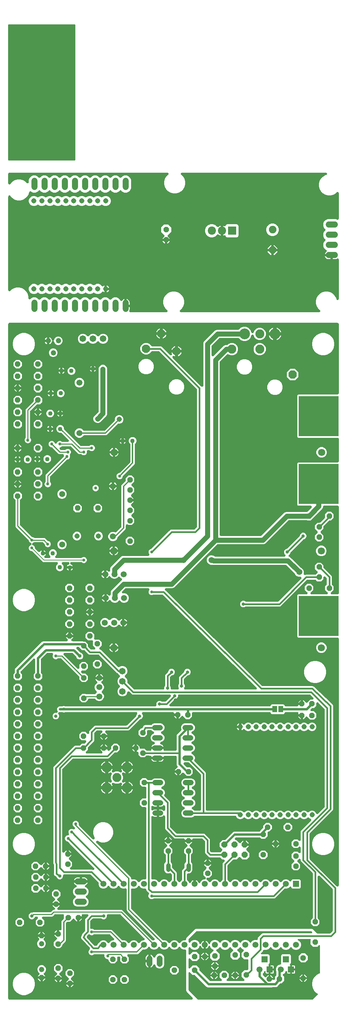
<source format=gbr>
G04 EAGLE Gerber X2 export*
G75*
%MOMM*%
%FSLAX34Y34*%
%LPD*%
%AMOC8*
5,1,8,0,0,1.08239X$1,22.5*%
G01*
%ADD10P,1.429621X8X112.500000*%
%ADD11P,1.429621X8X202.500000*%
%ADD12P,1.429621X8X292.500000*%
%ADD13P,1.429621X8X22.500000*%
%ADD14C,1.117600*%
%ADD15R,1.498600X1.498600*%
%ADD16C,1.498600*%
%ADD17C,1.320800*%
%ADD18C,1.524000*%
%ADD19C,1.320800*%
%ADD20C,1.308000*%
%ADD21C,1.108000*%
%ADD22C,1.508000*%
%ADD23C,2.100000*%
%ADD24C,1.650000*%
%ADD25C,2.250000*%
%ADD26C,2.700000*%
%ADD27P,2.273019X8X202.500000*%
%ADD28P,1.649562X8X22.500000*%
%ADD29C,2.550000*%
%ADD30C,1.800000*%
%ADD31R,1.168400X1.600200*%
%ADD32R,10.000000X10.000000*%
%ADD33R,2.057400X2.057400*%
%ADD34C,2.057400*%
%ADD35C,1.905000*%
%ADD36P,2.061953X8X292.500000*%
%ADD37C,1.422400*%
%ADD38C,0.406400*%
%ADD39C,0.609600*%
%ADD40C,0.756400*%
%ADD41C,0.706400*%
%ADD42C,0.254000*%
%ADD43C,0.806400*%
%ADD44C,0.304800*%
%ADD45C,1.270000*%
%ADD46C,0.200000*%
%ADD47C,1.500000*%
%ADD48C,0.906400*%
%ADD49R,0.756400X0.756400*%

G36*
X470263Y10926D02*
X470263Y10926D01*
X470301Y10924D01*
X470509Y10946D01*
X470717Y10963D01*
X470754Y10972D01*
X470791Y10976D01*
X470993Y11031D01*
X471195Y11081D01*
X471230Y11096D01*
X471267Y11107D01*
X471457Y11194D01*
X471649Y11276D01*
X471681Y11296D01*
X471716Y11312D01*
X471889Y11429D01*
X472065Y11541D01*
X472093Y11566D01*
X472125Y11588D01*
X472277Y11731D01*
X472433Y11870D01*
X472457Y11899D01*
X472484Y11925D01*
X472612Y12091D01*
X472743Y12254D01*
X472761Y12287D01*
X472785Y12317D01*
X472883Y12501D01*
X472987Y12682D01*
X473000Y12718D01*
X473018Y12752D01*
X473086Y12949D01*
X473158Y13145D01*
X473166Y13182D01*
X473178Y13218D01*
X473213Y13425D01*
X473253Y13629D01*
X473254Y13667D01*
X473260Y13705D01*
X473262Y13914D01*
X473268Y14122D01*
X473263Y14160D01*
X473264Y14198D01*
X473231Y14405D01*
X473204Y14611D01*
X473193Y14648D01*
X473187Y14685D01*
X473122Y14884D01*
X473061Y15083D01*
X473045Y15118D01*
X473033Y15154D01*
X472936Y15339D01*
X472844Y15527D01*
X472822Y15558D01*
X472805Y15592D01*
X472747Y15664D01*
X472559Y15929D01*
X472438Y16051D01*
X472380Y16125D01*
X460824Y27680D01*
X458109Y30395D01*
X456871Y33383D01*
X456871Y133095D01*
X456865Y133171D01*
X456867Y133247D01*
X456845Y133416D01*
X456831Y133587D01*
X456813Y133661D01*
X456803Y133736D01*
X456754Y133900D01*
X456713Y134066D01*
X456683Y134135D01*
X456661Y134209D01*
X456585Y134362D01*
X456518Y134519D01*
X456477Y134583D01*
X456444Y134652D01*
X456345Y134791D01*
X456253Y134935D01*
X456202Y134992D01*
X456158Y135054D01*
X456038Y135175D01*
X455924Y135303D01*
X455865Y135351D01*
X455811Y135405D01*
X455673Y135506D01*
X455540Y135613D01*
X455474Y135650D01*
X455413Y135695D01*
X455260Y135772D01*
X455112Y135857D01*
X455040Y135883D01*
X454972Y135918D01*
X454809Y135969D01*
X454649Y136028D01*
X454574Y136043D01*
X454502Y136066D01*
X454397Y136078D01*
X454165Y136123D01*
X453929Y136130D01*
X453824Y136142D01*
X450201Y136142D01*
X445953Y137902D01*
X442702Y141153D01*
X442615Y141362D01*
X442598Y141396D01*
X442585Y141432D01*
X442485Y141615D01*
X442390Y141801D01*
X442368Y141832D01*
X442349Y141865D01*
X442221Y142030D01*
X442097Y142198D01*
X442070Y142225D01*
X442046Y142255D01*
X441894Y142396D01*
X441744Y142542D01*
X441713Y142564D01*
X441685Y142590D01*
X441511Y142705D01*
X441340Y142825D01*
X441306Y142842D01*
X441274Y142863D01*
X441084Y142949D01*
X440895Y143039D01*
X440859Y143050D01*
X440824Y143066D01*
X440622Y143120D01*
X440422Y143179D01*
X440384Y143184D01*
X440348Y143194D01*
X440140Y143214D01*
X439933Y143240D01*
X439895Y143239D01*
X439857Y143243D01*
X439648Y143230D01*
X439440Y143222D01*
X439402Y143214D01*
X439364Y143212D01*
X439161Y143165D01*
X438956Y143124D01*
X438920Y143110D01*
X438883Y143102D01*
X438691Y143023D01*
X438495Y142949D01*
X438462Y142930D01*
X438426Y142916D01*
X438249Y142807D01*
X438068Y142703D01*
X438038Y142679D01*
X438005Y142659D01*
X437847Y142523D01*
X437686Y142390D01*
X437660Y142362D01*
X437632Y142337D01*
X437497Y142177D01*
X437359Y142020D01*
X437339Y141988D01*
X437314Y141959D01*
X437269Y141877D01*
X437097Y141603D01*
X437030Y141444D01*
X436985Y141362D01*
X436898Y141153D01*
X433647Y137902D01*
X429399Y136142D01*
X424801Y136142D01*
X420553Y137902D01*
X417302Y141153D01*
X417215Y141362D01*
X417198Y141396D01*
X417185Y141432D01*
X417085Y141615D01*
X416990Y141801D01*
X416968Y141832D01*
X416949Y141865D01*
X416821Y142030D01*
X416697Y142198D01*
X416670Y142225D01*
X416646Y142255D01*
X416494Y142396D01*
X416344Y142542D01*
X416313Y142564D01*
X416285Y142590D01*
X416111Y142705D01*
X415940Y142825D01*
X415906Y142842D01*
X415874Y142863D01*
X415684Y142949D01*
X415495Y143039D01*
X415459Y143050D01*
X415424Y143066D01*
X415222Y143120D01*
X415022Y143179D01*
X414984Y143184D01*
X414948Y143194D01*
X414740Y143214D01*
X414533Y143240D01*
X414495Y143239D01*
X414457Y143243D01*
X414248Y143230D01*
X414040Y143222D01*
X414002Y143214D01*
X413964Y143212D01*
X413761Y143165D01*
X413556Y143124D01*
X413520Y143110D01*
X413483Y143102D01*
X413291Y143023D01*
X413095Y142949D01*
X413062Y142930D01*
X413026Y142916D01*
X412849Y142807D01*
X412668Y142703D01*
X412638Y142679D01*
X412605Y142659D01*
X412447Y142523D01*
X412286Y142390D01*
X412260Y142362D01*
X412232Y142337D01*
X412097Y142177D01*
X411959Y142020D01*
X411939Y141988D01*
X411914Y141959D01*
X411869Y141877D01*
X411697Y141603D01*
X411630Y141444D01*
X411585Y141362D01*
X411498Y141153D01*
X408247Y137902D01*
X403999Y136142D01*
X399401Y136142D01*
X395153Y137902D01*
X391902Y141153D01*
X391815Y141362D01*
X391798Y141396D01*
X391785Y141432D01*
X391685Y141615D01*
X391590Y141801D01*
X391568Y141832D01*
X391549Y141865D01*
X391421Y142030D01*
X391297Y142198D01*
X391270Y142225D01*
X391246Y142255D01*
X391094Y142396D01*
X390944Y142542D01*
X390913Y142564D01*
X390885Y142590D01*
X390711Y142705D01*
X390540Y142825D01*
X390506Y142842D01*
X390474Y142863D01*
X390284Y142949D01*
X390095Y143039D01*
X390059Y143050D01*
X390024Y143066D01*
X389822Y143120D01*
X389622Y143179D01*
X389584Y143184D01*
X389548Y143194D01*
X389340Y143214D01*
X389133Y143240D01*
X389095Y143239D01*
X389057Y143243D01*
X388848Y143230D01*
X388640Y143222D01*
X388602Y143214D01*
X388564Y143212D01*
X388361Y143165D01*
X388156Y143124D01*
X388120Y143110D01*
X388083Y143102D01*
X387891Y143023D01*
X387695Y142949D01*
X387662Y142930D01*
X387626Y142916D01*
X387449Y142807D01*
X387268Y142703D01*
X387238Y142679D01*
X387205Y142659D01*
X387047Y142523D01*
X386886Y142390D01*
X386860Y142362D01*
X386832Y142337D01*
X386697Y142177D01*
X386559Y142020D01*
X386539Y141988D01*
X386514Y141959D01*
X386469Y141877D01*
X386297Y141603D01*
X386230Y141444D01*
X386185Y141362D01*
X386098Y141153D01*
X382847Y137902D01*
X378599Y136142D01*
X374001Y136142D01*
X369753Y137902D01*
X366502Y141153D01*
X366415Y141362D01*
X366398Y141396D01*
X366385Y141432D01*
X366285Y141615D01*
X366190Y141801D01*
X366168Y141832D01*
X366149Y141865D01*
X366021Y142030D01*
X365897Y142198D01*
X365870Y142225D01*
X365846Y142255D01*
X365694Y142396D01*
X365544Y142542D01*
X365513Y142564D01*
X365485Y142590D01*
X365311Y142705D01*
X365140Y142825D01*
X365106Y142842D01*
X365074Y142863D01*
X364884Y142949D01*
X364695Y143039D01*
X364659Y143050D01*
X364624Y143066D01*
X364422Y143120D01*
X364222Y143179D01*
X364184Y143184D01*
X364148Y143194D01*
X363940Y143214D01*
X363733Y143240D01*
X363695Y143239D01*
X363657Y143243D01*
X363448Y143230D01*
X363240Y143222D01*
X363202Y143214D01*
X363164Y143212D01*
X362961Y143165D01*
X362756Y143124D01*
X362720Y143110D01*
X362683Y143102D01*
X362491Y143023D01*
X362295Y142949D01*
X362262Y142930D01*
X362226Y142916D01*
X362049Y142807D01*
X361868Y142703D01*
X361838Y142679D01*
X361805Y142659D01*
X361647Y142523D01*
X361486Y142390D01*
X361460Y142362D01*
X361432Y142337D01*
X361297Y142177D01*
X361159Y142020D01*
X361139Y141988D01*
X361114Y141959D01*
X361069Y141877D01*
X360897Y141603D01*
X360830Y141444D01*
X360785Y141362D01*
X360698Y141153D01*
X357447Y137902D01*
X353199Y136142D01*
X348508Y136142D01*
X348394Y136133D01*
X348280Y136134D01*
X348149Y136113D01*
X348016Y136102D01*
X347906Y136075D01*
X347793Y136057D01*
X347666Y136016D01*
X347538Y135984D01*
X347433Y135939D01*
X347324Y135903D01*
X347206Y135841D01*
X347084Y135789D01*
X346988Y135728D01*
X346887Y135675D01*
X346813Y135616D01*
X346668Y135524D01*
X346426Y135308D01*
X346353Y135250D01*
X336366Y125262D01*
X334312Y124411D01*
X312033Y124411D01*
X311995Y124408D01*
X311957Y124410D01*
X311749Y124388D01*
X311542Y124371D01*
X311505Y124362D01*
X311467Y124358D01*
X311265Y124303D01*
X311063Y124253D01*
X311028Y124238D01*
X310991Y124227D01*
X310801Y124140D01*
X310609Y124058D01*
X310577Y124038D01*
X310543Y124022D01*
X310369Y123905D01*
X310193Y123793D01*
X310165Y123768D01*
X310133Y123746D01*
X309981Y123603D01*
X309825Y123464D01*
X309801Y123435D01*
X309774Y123409D01*
X309646Y123242D01*
X309515Y123080D01*
X309497Y123048D01*
X309473Y123017D01*
X309374Y122833D01*
X309271Y122652D01*
X309258Y122616D01*
X309240Y122582D01*
X309172Y122385D01*
X309100Y122189D01*
X309093Y122152D01*
X309080Y122116D01*
X309045Y121909D01*
X309005Y121705D01*
X309004Y121667D01*
X308998Y121629D01*
X308996Y121420D01*
X308990Y121212D01*
X308995Y121174D01*
X308995Y121136D01*
X309027Y120929D01*
X309054Y120723D01*
X309065Y120686D01*
X309071Y120649D01*
X309136Y120450D01*
X309197Y120251D01*
X309214Y120216D01*
X309225Y120180D01*
X309322Y119995D01*
X309414Y119807D01*
X309436Y119776D01*
X309453Y119742D01*
X309511Y119670D01*
X309699Y119405D01*
X309820Y119283D01*
X309879Y119209D01*
X312869Y116219D01*
X312869Y107381D01*
X306619Y101131D01*
X297781Y101131D01*
X291531Y107381D01*
X291531Y115816D01*
X291525Y115892D01*
X291527Y115968D01*
X291505Y116137D01*
X291491Y116308D01*
X291473Y116382D01*
X291463Y116457D01*
X291414Y116621D01*
X291373Y116787D01*
X291343Y116856D01*
X291321Y116930D01*
X291245Y117083D01*
X291178Y117240D01*
X291137Y117304D01*
X291104Y117373D01*
X291005Y117512D01*
X290913Y117656D01*
X290862Y117713D01*
X290818Y117775D01*
X290698Y117896D01*
X290584Y118024D01*
X290525Y118072D01*
X290471Y118126D01*
X290333Y118227D01*
X290200Y118334D01*
X290134Y118371D01*
X290073Y118416D01*
X289920Y118493D01*
X289772Y118578D01*
X289700Y118604D01*
X289632Y118639D01*
X289469Y118690D01*
X289309Y118749D01*
X289234Y118764D01*
X289162Y118787D01*
X289057Y118799D01*
X288825Y118844D01*
X288589Y118851D01*
X288484Y118863D01*
X286816Y118863D01*
X286740Y118857D01*
X286664Y118859D01*
X286495Y118837D01*
X286324Y118823D01*
X286250Y118805D01*
X286175Y118795D01*
X286011Y118746D01*
X285845Y118705D01*
X285776Y118675D01*
X285702Y118653D01*
X285549Y118577D01*
X285392Y118510D01*
X285328Y118469D01*
X285259Y118436D01*
X285120Y118337D01*
X284976Y118245D01*
X284919Y118194D01*
X284857Y118150D01*
X284736Y118030D01*
X284608Y117916D01*
X284560Y117857D01*
X284506Y117803D01*
X284405Y117665D01*
X284298Y117532D01*
X284261Y117466D01*
X284216Y117405D01*
X284139Y117252D01*
X284054Y117104D01*
X284028Y117032D01*
X283993Y116964D01*
X283942Y116801D01*
X283883Y116641D01*
X283868Y116566D01*
X283845Y116494D01*
X283833Y116389D01*
X283788Y116157D01*
X283781Y115921D01*
X283769Y115816D01*
X283769Y107381D01*
X277519Y101131D01*
X268681Y101131D01*
X262431Y107381D01*
X262431Y109106D01*
X262425Y109182D01*
X262427Y109258D01*
X262405Y109427D01*
X262391Y109598D01*
X262373Y109672D01*
X262363Y109747D01*
X262314Y109911D01*
X262273Y110077D01*
X262243Y110146D01*
X262221Y110220D01*
X262145Y110373D01*
X262078Y110530D01*
X262037Y110594D01*
X262004Y110663D01*
X261905Y110802D01*
X261813Y110946D01*
X261762Y111003D01*
X261718Y111065D01*
X261598Y111186D01*
X261484Y111314D01*
X261425Y111362D01*
X261371Y111416D01*
X261233Y111517D01*
X261100Y111624D01*
X261034Y111661D01*
X260973Y111706D01*
X260820Y111783D01*
X260672Y111868D01*
X260600Y111894D01*
X260532Y111929D01*
X260369Y111980D01*
X260209Y112039D01*
X260134Y112054D01*
X260062Y112077D01*
X259957Y112089D01*
X259725Y112134D01*
X259489Y112141D01*
X259384Y112153D01*
X258439Y112153D01*
X255555Y113348D01*
X253348Y115555D01*
X252153Y118439D01*
X252153Y121364D01*
X252147Y121440D01*
X252149Y121516D01*
X252127Y121685D01*
X252113Y121856D01*
X252095Y121930D01*
X252085Y122005D01*
X252036Y122169D01*
X251995Y122335D01*
X251965Y122404D01*
X251943Y122478D01*
X251867Y122631D01*
X251800Y122788D01*
X251759Y122852D01*
X251726Y122921D01*
X251627Y123060D01*
X251535Y123204D01*
X251484Y123261D01*
X251440Y123323D01*
X251320Y123444D01*
X251206Y123572D01*
X251147Y123620D01*
X251093Y123674D01*
X250955Y123775D01*
X250822Y123882D01*
X250756Y123919D01*
X250695Y123964D01*
X250542Y124041D01*
X250394Y124126D01*
X250322Y124152D01*
X250254Y124187D01*
X250091Y124238D01*
X249931Y124297D01*
X249856Y124312D01*
X249784Y124335D01*
X249679Y124347D01*
X249447Y124392D01*
X249211Y124399D01*
X249106Y124411D01*
X226770Y124411D01*
X226657Y124402D01*
X226542Y124403D01*
X226411Y124382D01*
X226279Y124371D01*
X226168Y124344D01*
X226055Y124326D01*
X225929Y124285D01*
X225800Y124253D01*
X225695Y124208D01*
X225586Y124172D01*
X225469Y124110D01*
X225347Y124058D01*
X225250Y123997D01*
X225149Y123944D01*
X225075Y123885D01*
X224930Y123793D01*
X224688Y123577D01*
X224616Y123519D01*
X224445Y123348D01*
X221561Y122153D01*
X218439Y122153D01*
X215555Y123348D01*
X213348Y125555D01*
X212153Y128439D01*
X212153Y131561D01*
X213348Y134445D01*
X214894Y135991D01*
X215047Y136170D01*
X215200Y136348D01*
X215206Y136358D01*
X215214Y136367D01*
X215334Y136567D01*
X215458Y136768D01*
X215462Y136780D01*
X215468Y136790D01*
X215555Y137006D01*
X215644Y137225D01*
X215647Y137237D01*
X215651Y137248D01*
X215702Y137476D01*
X215755Y137706D01*
X215756Y137718D01*
X215758Y137729D01*
X215771Y137964D01*
X215786Y138198D01*
X215785Y138210D01*
X215786Y138222D01*
X215761Y138455D01*
X215738Y138689D01*
X215735Y138701D01*
X215734Y138713D01*
X215672Y138936D01*
X215611Y139166D01*
X215606Y139177D01*
X215603Y139188D01*
X215505Y139401D01*
X215409Y139616D01*
X215403Y139624D01*
X215397Y139637D01*
X215122Y140046D01*
X215052Y140120D01*
X215015Y140173D01*
X194875Y162784D01*
X194869Y162790D01*
X194865Y162796D01*
X194058Y163692D01*
X193662Y164831D01*
X193658Y164840D01*
X193656Y164846D01*
X193254Y165982D01*
X193324Y167188D01*
X193324Y167197D01*
X193325Y167204D01*
X193388Y168405D01*
X193913Y169490D01*
X193917Y169499D01*
X193920Y169505D01*
X196806Y175552D01*
X196841Y175644D01*
X196871Y175698D01*
X197280Y176684D01*
X197310Y176720D01*
X197352Y176789D01*
X197358Y176797D01*
X198155Y177514D01*
X198222Y177585D01*
X198271Y177624D01*
X203011Y182364D01*
X203085Y182451D01*
X203166Y182531D01*
X203244Y182639D01*
X203330Y182740D01*
X203389Y182838D01*
X203456Y182930D01*
X203516Y183048D01*
X203585Y183162D01*
X203627Y183269D01*
X203679Y183370D01*
X203719Y183497D01*
X203768Y183621D01*
X203793Y183732D01*
X203827Y183841D01*
X203837Y183934D01*
X203875Y184102D01*
X203893Y184426D01*
X203903Y184519D01*
X203903Y211213D01*
X204831Y213454D01*
X210841Y219463D01*
X210866Y219492D01*
X210894Y219518D01*
X211025Y219680D01*
X211161Y219839D01*
X211180Y219872D01*
X211204Y219902D01*
X211307Y220083D01*
X211415Y220262D01*
X211429Y220297D01*
X211448Y220330D01*
X211521Y220526D01*
X211598Y220720D01*
X211607Y220757D01*
X211620Y220793D01*
X211660Y220998D01*
X211705Y221202D01*
X211707Y221240D01*
X211715Y221277D01*
X211721Y221485D01*
X211733Y221694D01*
X211729Y221732D01*
X211730Y221770D01*
X211703Y221977D01*
X211681Y222185D01*
X211671Y222221D01*
X211666Y222259D01*
X211605Y222459D01*
X211550Y222660D01*
X211534Y222695D01*
X211523Y222732D01*
X211431Y222919D01*
X211344Y223109D01*
X211323Y223141D01*
X211306Y223175D01*
X211186Y223344D01*
X211069Y223518D01*
X211043Y223546D01*
X211021Y223577D01*
X210874Y223725D01*
X210731Y223878D01*
X210701Y223901D01*
X210674Y223928D01*
X210505Y224051D01*
X210340Y224178D01*
X210306Y224196D01*
X210275Y224218D01*
X210089Y224312D01*
X209905Y224411D01*
X209869Y224424D01*
X209835Y224441D01*
X209636Y224503D01*
X209438Y224571D01*
X209401Y224577D01*
X209364Y224589D01*
X209272Y224599D01*
X208952Y224654D01*
X208780Y224655D01*
X208686Y224665D01*
X197854Y224665D01*
X197816Y224662D01*
X197778Y224664D01*
X197570Y224642D01*
X197362Y224625D01*
X197325Y224616D01*
X197287Y224612D01*
X197086Y224557D01*
X196883Y224507D01*
X196848Y224492D01*
X196812Y224481D01*
X196622Y224394D01*
X196430Y224312D01*
X196398Y224292D01*
X196363Y224276D01*
X196190Y224159D01*
X196014Y224047D01*
X195986Y224022D01*
X195954Y224000D01*
X195802Y223857D01*
X195646Y223718D01*
X195622Y223689D01*
X195594Y223662D01*
X195467Y223496D01*
X195336Y223334D01*
X195317Y223301D01*
X195294Y223271D01*
X195195Y223087D01*
X195092Y222906D01*
X195079Y222870D01*
X195061Y222836D01*
X194993Y222639D01*
X194921Y222443D01*
X194913Y222406D01*
X194901Y222370D01*
X194866Y222164D01*
X194826Y221959D01*
X194825Y221921D01*
X194818Y221883D01*
X194817Y221674D01*
X194811Y221466D01*
X194816Y221428D01*
X194815Y221390D01*
X194848Y221184D01*
X194875Y220977D01*
X194886Y220940D01*
X194892Y220903D01*
X194957Y220705D01*
X195017Y220505D01*
X195034Y220470D01*
X195046Y220434D01*
X195143Y220249D01*
X195234Y220061D01*
X195256Y220030D01*
X195274Y219996D01*
X195332Y219924D01*
X195395Y219835D01*
X195395Y219027D01*
X186250Y219027D01*
X186174Y219021D01*
X186098Y219024D01*
X185929Y219001D01*
X185759Y218987D01*
X185685Y218969D01*
X185609Y218959D01*
X185445Y218910D01*
X185280Y218869D01*
X185210Y218839D01*
X185137Y218817D01*
X184983Y218742D01*
X184826Y218674D01*
X184762Y218633D01*
X184694Y218600D01*
X184554Y218501D01*
X184410Y218409D01*
X184354Y218358D01*
X184291Y218314D01*
X184170Y218194D01*
X184042Y218080D01*
X183994Y218021D01*
X183940Y217967D01*
X183839Y217829D01*
X183732Y217696D01*
X183694Y217630D01*
X183649Y217568D01*
X183573Y217416D01*
X183488Y217267D01*
X183461Y217196D01*
X183427Y217128D01*
X183376Y216965D01*
X183316Y216805D01*
X183302Y216730D01*
X183279Y216657D01*
X183267Y216553D01*
X183222Y216321D01*
X183214Y216085D01*
X183203Y215980D01*
X183203Y206835D01*
X182462Y206835D01*
X176721Y212577D01*
X176692Y212601D01*
X176666Y212630D01*
X176504Y212761D01*
X176345Y212896D01*
X176312Y212916D01*
X176282Y212940D01*
X176101Y213043D01*
X175922Y213151D01*
X175887Y213165D01*
X175854Y213184D01*
X175658Y213257D01*
X175464Y213334D01*
X175427Y213342D01*
X175391Y213355D01*
X175186Y213395D01*
X174982Y213441D01*
X174944Y213443D01*
X174907Y213450D01*
X174699Y213457D01*
X174490Y213468D01*
X174452Y213464D01*
X174414Y213465D01*
X174207Y213438D01*
X173999Y213416D01*
X173963Y213406D01*
X173925Y213401D01*
X173725Y213341D01*
X173524Y213285D01*
X173489Y213270D01*
X173452Y213259D01*
X173265Y213167D01*
X173075Y213080D01*
X173043Y213058D01*
X173009Y213042D01*
X172840Y212921D01*
X172666Y212804D01*
X172638Y212778D01*
X172607Y212756D01*
X172459Y212610D01*
X172306Y212466D01*
X172283Y212436D01*
X172256Y212409D01*
X172133Y212241D01*
X172006Y212075D01*
X171988Y212042D01*
X171966Y212011D01*
X171963Y212005D01*
X165269Y205311D01*
X159347Y205311D01*
X159233Y205302D01*
X159119Y205303D01*
X158988Y205282D01*
X158855Y205271D01*
X158745Y205244D01*
X158632Y205226D01*
X158505Y205185D01*
X158377Y205153D01*
X158272Y205108D01*
X158163Y205072D01*
X158045Y205010D01*
X157923Y204958D01*
X157827Y204897D01*
X157726Y204844D01*
X157652Y204785D01*
X157507Y204693D01*
X157265Y204477D01*
X157192Y204419D01*
X156481Y203708D01*
X156407Y203621D01*
X156326Y203540D01*
X156248Y203433D01*
X156162Y203332D01*
X156103Y203234D01*
X156036Y203142D01*
X155976Y203023D01*
X155907Y202909D01*
X155865Y202803D01*
X155813Y202701D01*
X155773Y202574D01*
X155724Y202451D01*
X155699Y202340D01*
X155665Y202231D01*
X155655Y202137D01*
X155617Y201969D01*
X155599Y201645D01*
X155589Y201553D01*
X155589Y158888D01*
X154738Y156834D01*
X147311Y149408D01*
X147237Y149321D01*
X147156Y149240D01*
X147078Y149133D01*
X146992Y149032D01*
X146933Y148934D01*
X146866Y148842D01*
X146806Y148723D01*
X146737Y148609D01*
X146695Y148503D01*
X146643Y148401D01*
X146603Y148274D01*
X146554Y148151D01*
X146529Y148040D01*
X146495Y147931D01*
X146485Y147837D01*
X146447Y147669D01*
X146429Y147345D01*
X146419Y147253D01*
X146419Y145681D01*
X140169Y139431D01*
X131331Y139431D01*
X125081Y145681D01*
X125081Y154519D01*
X131798Y161236D01*
X131856Y161275D01*
X132032Y161387D01*
X132060Y161412D01*
X132092Y161434D01*
X132244Y161577D01*
X132400Y161716D01*
X132424Y161745D01*
X132452Y161771D01*
X132579Y161937D01*
X132710Y162100D01*
X132729Y162133D01*
X132752Y162163D01*
X132851Y162347D01*
X132954Y162528D01*
X132967Y162564D01*
X132985Y162598D01*
X133053Y162795D01*
X133125Y162991D01*
X133133Y163028D01*
X133145Y163064D01*
X133180Y163271D01*
X133220Y163475D01*
X133221Y163513D01*
X133228Y163551D01*
X133229Y163760D01*
X133235Y163968D01*
X133230Y164006D01*
X133231Y164044D01*
X133198Y164251D01*
X133171Y164457D01*
X133160Y164494D01*
X133154Y164531D01*
X133089Y164730D01*
X133029Y164929D01*
X133012Y164964D01*
X133000Y165000D01*
X132903Y165185D01*
X132812Y165373D01*
X132790Y165404D01*
X132772Y165438D01*
X132714Y165510D01*
X132526Y165775D01*
X132405Y165897D01*
X132347Y165971D01*
X126605Y171712D01*
X126605Y172453D01*
X135750Y172453D01*
X135826Y172459D01*
X135902Y172456D01*
X136071Y172479D01*
X136241Y172493D01*
X136315Y172511D01*
X136391Y172521D01*
X136555Y172570D01*
X136720Y172611D01*
X136790Y172641D01*
X136863Y172663D01*
X137017Y172738D01*
X137174Y172806D01*
X137238Y172847D01*
X137306Y172880D01*
X137446Y172979D01*
X137590Y173071D01*
X137646Y173122D01*
X137709Y173166D01*
X137830Y173286D01*
X137958Y173400D01*
X138006Y173459D01*
X138060Y173512D01*
X138060Y173513D01*
X138161Y173651D01*
X138268Y173784D01*
X138306Y173850D01*
X138350Y173912D01*
X138427Y174064D01*
X138512Y174213D01*
X138538Y174284D01*
X138573Y174352D01*
X138624Y174515D01*
X138684Y174675D01*
X138698Y174750D01*
X138721Y174823D01*
X138733Y174927D01*
X138778Y175159D01*
X138786Y175395D01*
X138797Y175500D01*
X138797Y184645D01*
X139600Y184645D01*
X139618Y184634D01*
X139648Y184610D01*
X139829Y184507D01*
X140008Y184399D01*
X140043Y184385D01*
X140076Y184366D01*
X140272Y184294D01*
X140466Y184216D01*
X140503Y184208D01*
X140539Y184195D01*
X140743Y184155D01*
X140947Y184109D01*
X140986Y184107D01*
X141023Y184100D01*
X141231Y184093D01*
X141440Y184082D01*
X141478Y184086D01*
X141516Y184085D01*
X141722Y184112D01*
X141931Y184134D01*
X141967Y184144D01*
X142005Y184149D01*
X142205Y184209D01*
X142406Y184265D01*
X142441Y184280D01*
X142478Y184291D01*
X142665Y184383D01*
X142855Y184470D01*
X142886Y184492D01*
X142921Y184508D01*
X143091Y184629D01*
X143264Y184746D01*
X143292Y184772D01*
X143323Y184794D01*
X143471Y184941D01*
X143624Y185083D01*
X143647Y185114D01*
X143674Y185141D01*
X143797Y185309D01*
X143924Y185475D01*
X143942Y185509D01*
X143964Y185539D01*
X144058Y185725D01*
X144157Y185910D01*
X144169Y185946D01*
X144187Y185980D01*
X144249Y186179D01*
X144317Y186376D01*
X144323Y186414D01*
X144335Y186450D01*
X144345Y186543D01*
X144400Y186863D01*
X144401Y187035D01*
X144411Y187128D01*
X144411Y206242D01*
X145262Y208296D01*
X149289Y212322D01*
X149363Y212409D01*
X149444Y212490D01*
X149522Y212597D01*
X149608Y212698D01*
X149667Y212796D01*
X149734Y212888D01*
X149794Y213007D01*
X149863Y213121D01*
X149905Y213227D01*
X149957Y213329D01*
X149997Y213456D01*
X150046Y213579D01*
X150071Y213690D01*
X150105Y213799D01*
X150115Y213893D01*
X150153Y214061D01*
X150171Y214385D01*
X150181Y214477D01*
X150181Y221618D01*
X150175Y221694D01*
X150177Y221770D01*
X150155Y221939D01*
X150141Y222110D01*
X150123Y222184D01*
X150113Y222259D01*
X150064Y222423D01*
X150023Y222589D01*
X149993Y222658D01*
X149971Y222732D01*
X149895Y222885D01*
X149828Y223042D01*
X149787Y223106D01*
X149754Y223175D01*
X149655Y223314D01*
X149563Y223458D01*
X149512Y223515D01*
X149468Y223577D01*
X149348Y223698D01*
X149234Y223826D01*
X149175Y223874D01*
X149121Y223928D01*
X148983Y224029D01*
X148850Y224136D01*
X148784Y224173D01*
X148723Y224218D01*
X148570Y224295D01*
X148422Y224380D01*
X148350Y224406D01*
X148282Y224441D01*
X148119Y224492D01*
X147959Y224551D01*
X147884Y224566D01*
X147812Y224589D01*
X147707Y224601D01*
X147475Y224646D01*
X147239Y224653D01*
X147134Y224665D01*
X128472Y224665D01*
X128358Y224656D01*
X128244Y224657D01*
X128113Y224636D01*
X127980Y224625D01*
X127869Y224598D01*
X127757Y224580D01*
X127630Y224539D01*
X127501Y224507D01*
X127397Y224462D01*
X127288Y224426D01*
X127170Y224364D01*
X127048Y224312D01*
X126952Y224251D01*
X126850Y224198D01*
X126777Y224139D01*
X126632Y224047D01*
X126390Y223831D01*
X126317Y223773D01*
X122022Y219477D01*
X120061Y218665D01*
X98479Y218665D01*
X98441Y218662D01*
X98403Y218664D01*
X98195Y218642D01*
X97988Y218625D01*
X97951Y218616D01*
X97913Y218612D01*
X97711Y218557D01*
X97509Y218507D01*
X97474Y218492D01*
X97437Y218481D01*
X97247Y218394D01*
X97055Y218312D01*
X97023Y218292D01*
X96989Y218276D01*
X96815Y218159D01*
X96639Y218047D01*
X96611Y218022D01*
X96579Y218000D01*
X96427Y217857D01*
X96271Y217718D01*
X96247Y217689D01*
X96220Y217663D01*
X96092Y217497D01*
X95961Y217334D01*
X95943Y217301D01*
X95919Y217271D01*
X95820Y217087D01*
X95717Y216906D01*
X95704Y216870D01*
X95686Y216836D01*
X95618Y216639D01*
X95546Y216443D01*
X95539Y216406D01*
X95526Y216370D01*
X95491Y216163D01*
X95451Y215959D01*
X95450Y215921D01*
X95444Y215883D01*
X95442Y215674D01*
X95436Y215466D01*
X95441Y215428D01*
X95441Y215390D01*
X95473Y215183D01*
X95500Y214977D01*
X95511Y214940D01*
X95517Y214903D01*
X95582Y214704D01*
X95643Y214505D01*
X95660Y214470D01*
X95671Y214434D01*
X95768Y214249D01*
X95860Y214061D01*
X95882Y214030D01*
X95899Y213996D01*
X95957Y213924D01*
X96145Y213659D01*
X96266Y213537D01*
X96325Y213463D01*
X101069Y208719D01*
X101069Y199881D01*
X94819Y193631D01*
X85981Y193631D01*
X79731Y199881D01*
X79731Y208719D01*
X84475Y213463D01*
X84500Y213492D01*
X84529Y213518D01*
X84659Y213680D01*
X84795Y213839D01*
X84815Y213872D01*
X84839Y213902D01*
X84942Y214083D01*
X85050Y214262D01*
X85064Y214297D01*
X85083Y214330D01*
X85155Y214526D01*
X85233Y214720D01*
X85241Y214757D01*
X85254Y214793D01*
X85294Y214998D01*
X85339Y215202D01*
X85342Y215240D01*
X85349Y215277D01*
X85355Y215485D01*
X85367Y215694D01*
X85363Y215732D01*
X85364Y215770D01*
X85337Y215977D01*
X85315Y216185D01*
X85305Y216221D01*
X85300Y216259D01*
X85240Y216459D01*
X85184Y216660D01*
X85168Y216695D01*
X85157Y216732D01*
X85066Y216919D01*
X84978Y217109D01*
X84957Y217141D01*
X84940Y217175D01*
X84820Y217344D01*
X84703Y217518D01*
X84677Y217546D01*
X84655Y217577D01*
X84508Y217725D01*
X84365Y217878D01*
X84335Y217901D01*
X84308Y217928D01*
X84139Y218051D01*
X83974Y218178D01*
X83940Y218196D01*
X83909Y218218D01*
X83723Y218312D01*
X83539Y218411D01*
X83503Y218424D01*
X83469Y218441D01*
X83270Y218503D01*
X83072Y218571D01*
X83035Y218577D01*
X82998Y218589D01*
X82906Y218599D01*
X82586Y218654D01*
X82414Y218655D01*
X82321Y218665D01*
X80247Y218665D01*
X80029Y218648D01*
X79811Y218634D01*
X79784Y218628D01*
X79755Y218625D01*
X79543Y218573D01*
X79330Y218524D01*
X79304Y218513D01*
X79277Y218507D01*
X79076Y218420D01*
X78874Y218338D01*
X78849Y218323D01*
X78823Y218312D01*
X78639Y218195D01*
X78453Y218081D01*
X78431Y218062D01*
X78407Y218047D01*
X78244Y217902D01*
X78079Y217759D01*
X78060Y217737D01*
X78039Y217718D01*
X77902Y217548D01*
X77762Y217381D01*
X77750Y217361D01*
X77729Y217334D01*
X77485Y216906D01*
X77457Y216830D01*
X77432Y216784D01*
X76864Y215413D01*
X74586Y213136D01*
X71611Y211903D01*
X68389Y211903D01*
X65414Y213136D01*
X63136Y215414D01*
X61903Y218389D01*
X61903Y221611D01*
X63136Y224586D01*
X65414Y226864D01*
X68389Y228097D01*
X69344Y228097D01*
X69354Y228098D01*
X69363Y228097D01*
X69599Y228117D01*
X69836Y228137D01*
X69845Y228139D01*
X69855Y228140D01*
X69893Y228151D01*
X70314Y228255D01*
X70435Y228307D01*
X70510Y228329D01*
X72939Y229335D01*
X115528Y229335D01*
X115642Y229344D01*
X115756Y229343D01*
X115887Y229364D01*
X116020Y229375D01*
X116131Y229402D01*
X116243Y229420D01*
X116370Y229461D01*
X116499Y229493D01*
X116603Y229538D01*
X116712Y229574D01*
X116830Y229636D01*
X116952Y229688D01*
X117048Y229749D01*
X117150Y229802D01*
X117223Y229861D01*
X117368Y229953D01*
X117610Y230169D01*
X117683Y230227D01*
X121978Y234523D01*
X123939Y235335D01*
X124956Y235335D01*
X124994Y235338D01*
X125032Y235336D01*
X125240Y235358D01*
X125448Y235375D01*
X125485Y235384D01*
X125523Y235388D01*
X125724Y235443D01*
X125927Y235493D01*
X125962Y235508D01*
X125998Y235519D01*
X126188Y235606D01*
X126380Y235688D01*
X126412Y235708D01*
X126447Y235724D01*
X126620Y235841D01*
X126796Y235953D01*
X126824Y235978D01*
X126856Y236000D01*
X127008Y236143D01*
X127164Y236282D01*
X127188Y236311D01*
X127216Y236337D01*
X127343Y236503D01*
X127474Y236666D01*
X127493Y236699D01*
X127516Y236729D01*
X127615Y236913D01*
X127718Y237094D01*
X127731Y237130D01*
X127749Y237164D01*
X127817Y237361D01*
X127889Y237557D01*
X127897Y237594D01*
X127909Y237630D01*
X127944Y237837D01*
X127984Y238041D01*
X127985Y238079D01*
X127992Y238117D01*
X127993Y238326D01*
X127999Y238534D01*
X127994Y238572D01*
X127995Y238610D01*
X127962Y238817D01*
X127935Y239023D01*
X127924Y239060D01*
X127918Y239097D01*
X127853Y239296D01*
X127793Y239495D01*
X127776Y239530D01*
X127764Y239566D01*
X127667Y239751D01*
X127576Y239939D01*
X127554Y239970D01*
X127536Y240004D01*
X127478Y240076D01*
X127290Y240341D01*
X127169Y240463D01*
X127111Y240537D01*
X121715Y245932D01*
X121715Y246673D01*
X130860Y246673D01*
X140005Y246673D01*
X140005Y245932D01*
X134609Y240537D01*
X134585Y240508D01*
X134556Y240482D01*
X134425Y240320D01*
X134290Y240161D01*
X134270Y240128D01*
X134246Y240098D01*
X134143Y239917D01*
X134035Y239738D01*
X134021Y239703D01*
X134002Y239670D01*
X133929Y239474D01*
X133852Y239280D01*
X133844Y239243D01*
X133831Y239207D01*
X133791Y239002D01*
X133745Y238798D01*
X133743Y238760D01*
X133736Y238723D01*
X133729Y238515D01*
X133718Y238306D01*
X133722Y238268D01*
X133721Y238230D01*
X133748Y238022D01*
X133770Y237815D01*
X133780Y237779D01*
X133785Y237741D01*
X133845Y237541D01*
X133901Y237340D01*
X133916Y237305D01*
X133927Y237268D01*
X134019Y237081D01*
X134106Y236891D01*
X134128Y236859D01*
X134144Y236825D01*
X134265Y236656D01*
X134382Y236482D01*
X134408Y236454D01*
X134430Y236423D01*
X134576Y236275D01*
X134720Y236122D01*
X134750Y236099D01*
X134777Y236072D01*
X134945Y235949D01*
X135111Y235822D01*
X135144Y235804D01*
X135175Y235782D01*
X135361Y235688D01*
X135546Y235589D01*
X135582Y235576D01*
X135616Y235559D01*
X135815Y235497D01*
X136012Y235429D01*
X136050Y235423D01*
X136086Y235411D01*
X136179Y235401D01*
X136499Y235346D01*
X136671Y235345D01*
X136764Y235335D01*
X295061Y235335D01*
X297022Y234523D01*
X371394Y160150D01*
X371481Y160076D01*
X371561Y159995D01*
X371669Y159917D01*
X371770Y159831D01*
X371868Y159772D01*
X371960Y159705D01*
X372079Y159645D01*
X372193Y159576D01*
X372299Y159534D01*
X372401Y159482D01*
X372527Y159442D01*
X372651Y159393D01*
X372762Y159368D01*
X372871Y159334D01*
X372965Y159324D01*
X373132Y159286D01*
X373457Y159268D01*
X373549Y159258D01*
X374882Y159258D01*
X374920Y159261D01*
X374958Y159259D01*
X375166Y159281D01*
X375374Y159298D01*
X375411Y159307D01*
X375449Y159311D01*
X375650Y159366D01*
X375852Y159416D01*
X375887Y159431D01*
X375924Y159442D01*
X376114Y159529D01*
X376306Y159611D01*
X376338Y159631D01*
X376373Y159647D01*
X376546Y159764D01*
X376722Y159876D01*
X376750Y159901D01*
X376782Y159923D01*
X376934Y160066D01*
X377090Y160205D01*
X377114Y160234D01*
X377142Y160260D01*
X377269Y160426D01*
X377400Y160589D01*
X377419Y160622D01*
X377442Y160652D01*
X377540Y160835D01*
X377644Y161017D01*
X377657Y161053D01*
X377675Y161087D01*
X377743Y161284D01*
X377815Y161480D01*
X377823Y161517D01*
X377835Y161553D01*
X377870Y161760D01*
X377910Y161964D01*
X377911Y162002D01*
X377918Y162040D01*
X377919Y162249D01*
X377925Y162457D01*
X377920Y162495D01*
X377921Y162533D01*
X377888Y162739D01*
X377861Y162946D01*
X377850Y162983D01*
X377844Y163020D01*
X377779Y163219D01*
X377718Y163418D01*
X377702Y163453D01*
X377690Y163489D01*
X377593Y163674D01*
X377502Y163862D01*
X377480Y163893D01*
X377462Y163927D01*
X377404Y163999D01*
X377216Y164264D01*
X377095Y164386D01*
X377037Y164460D01*
X310263Y231233D01*
X308262Y233234D01*
X307411Y235288D01*
X307411Y286058D01*
X307397Y286238D01*
X307390Y286418D01*
X307377Y286483D01*
X307371Y286550D01*
X307328Y286725D01*
X307292Y286902D01*
X307269Y286964D01*
X307253Y287028D01*
X307181Y287194D01*
X307118Y287363D01*
X307084Y287421D01*
X307058Y287482D01*
X306961Y287634D01*
X306871Y287790D01*
X306829Y287842D01*
X306793Y287898D01*
X306673Y288032D01*
X306559Y288172D01*
X306509Y288216D01*
X306464Y288266D01*
X306324Y288379D01*
X306189Y288499D01*
X306132Y288534D01*
X306080Y288576D01*
X305924Y288665D01*
X305771Y288761D01*
X305710Y288787D01*
X305652Y288820D01*
X305482Y288882D01*
X305316Y288953D01*
X305252Y288968D01*
X305189Y288991D01*
X305012Y289026D01*
X304837Y289068D01*
X304770Y289073D01*
X304705Y289086D01*
X304525Y289092D01*
X304345Y289105D01*
X304278Y289099D01*
X304212Y289101D01*
X304033Y289078D01*
X303853Y289062D01*
X303803Y289047D01*
X303723Y289037D01*
X303251Y288894D01*
X303220Y288880D01*
X303198Y288873D01*
X302399Y288542D01*
X297801Y288542D01*
X293553Y290302D01*
X290302Y293553D01*
X290215Y293762D01*
X290198Y293796D01*
X290185Y293832D01*
X290085Y294015D01*
X289990Y294201D01*
X289968Y294232D01*
X289949Y294265D01*
X289821Y294430D01*
X289697Y294598D01*
X289670Y294624D01*
X289647Y294655D01*
X289493Y294797D01*
X289344Y294942D01*
X289313Y294964D01*
X289285Y294990D01*
X289111Y295106D01*
X288940Y295225D01*
X288906Y295242D01*
X288874Y295263D01*
X288684Y295349D01*
X288496Y295439D01*
X288459Y295450D01*
X288424Y295466D01*
X288223Y295520D01*
X288022Y295579D01*
X287984Y295584D01*
X287948Y295593D01*
X287740Y295614D01*
X287533Y295640D01*
X287495Y295639D01*
X287457Y295643D01*
X287248Y295630D01*
X287040Y295622D01*
X287003Y295614D01*
X286964Y295612D01*
X286761Y295565D01*
X286556Y295524D01*
X286521Y295511D01*
X286483Y295502D01*
X286290Y295423D01*
X286095Y295349D01*
X286062Y295330D01*
X286027Y295316D01*
X285849Y295207D01*
X285668Y295103D01*
X285638Y295079D01*
X285606Y295059D01*
X285447Y294923D01*
X285286Y294790D01*
X285261Y294762D01*
X285232Y294737D01*
X285098Y294577D01*
X284959Y294420D01*
X284939Y294388D01*
X284915Y294359D01*
X284870Y294277D01*
X284697Y294003D01*
X284630Y293844D01*
X284585Y293762D01*
X284498Y293553D01*
X281247Y290302D01*
X276999Y288542D01*
X272401Y288542D01*
X268153Y290302D01*
X264902Y293553D01*
X264815Y293762D01*
X264798Y293796D01*
X264785Y293832D01*
X264685Y294015D01*
X264590Y294201D01*
X264568Y294232D01*
X264549Y294265D01*
X264421Y294430D01*
X264297Y294598D01*
X264270Y294624D01*
X264247Y294655D01*
X264093Y294797D01*
X263944Y294942D01*
X263913Y294964D01*
X263885Y294990D01*
X263711Y295106D01*
X263540Y295225D01*
X263506Y295242D01*
X263474Y295263D01*
X263284Y295349D01*
X263096Y295439D01*
X263059Y295450D01*
X263024Y295466D01*
X262823Y295520D01*
X262622Y295579D01*
X262584Y295584D01*
X262548Y295593D01*
X262340Y295614D01*
X262133Y295640D01*
X262095Y295639D01*
X262057Y295643D01*
X261848Y295630D01*
X261640Y295622D01*
X261603Y295614D01*
X261564Y295612D01*
X261361Y295565D01*
X261156Y295524D01*
X261121Y295511D01*
X261083Y295502D01*
X260890Y295423D01*
X260695Y295349D01*
X260662Y295330D01*
X260627Y295316D01*
X260449Y295207D01*
X260268Y295103D01*
X260238Y295079D01*
X260206Y295059D01*
X260047Y294923D01*
X259886Y294790D01*
X259861Y294762D01*
X259832Y294737D01*
X259698Y294577D01*
X259559Y294420D01*
X259539Y294388D01*
X259515Y294359D01*
X259470Y294277D01*
X259297Y294003D01*
X259230Y293844D01*
X259185Y293762D01*
X259098Y293553D01*
X255847Y290302D01*
X251599Y288542D01*
X247001Y288542D01*
X242753Y290302D01*
X239502Y293553D01*
X237742Y297801D01*
X237742Y301773D01*
X237733Y301887D01*
X237734Y302001D01*
X237713Y302133D01*
X237702Y302265D01*
X237675Y302376D01*
X237657Y302489D01*
X237616Y302615D01*
X237584Y302744D01*
X237539Y302849D01*
X237503Y302957D01*
X237441Y303075D01*
X237389Y303197D01*
X237328Y303294D01*
X237275Y303395D01*
X237216Y303469D01*
X237124Y303613D01*
X236908Y303856D01*
X236850Y303928D01*
X217767Y323011D01*
X217680Y323085D01*
X217600Y323166D01*
X217492Y323244D01*
X217391Y323330D01*
X217293Y323389D01*
X217201Y323456D01*
X217083Y323516D01*
X216969Y323585D01*
X216862Y323627D01*
X216761Y323679D01*
X216634Y323719D01*
X216511Y323768D01*
X216399Y323793D01*
X216290Y323827D01*
X216197Y323837D01*
X216029Y323875D01*
X215705Y323893D01*
X215612Y323903D01*
X151144Y323903D01*
X151068Y323897D01*
X150992Y323899D01*
X150823Y323877D01*
X150652Y323863D01*
X150578Y323845D01*
X150503Y323835D01*
X150339Y323786D01*
X150173Y323745D01*
X150104Y323715D01*
X150030Y323693D01*
X149877Y323617D01*
X149720Y323550D01*
X149656Y323509D01*
X149587Y323476D01*
X149448Y323377D01*
X149304Y323285D01*
X149247Y323234D01*
X149185Y323190D01*
X149064Y323070D01*
X148936Y322956D01*
X148888Y322897D01*
X148834Y322843D01*
X148733Y322705D01*
X148626Y322572D01*
X148589Y322506D01*
X148544Y322445D01*
X148467Y322292D01*
X148382Y322144D01*
X148356Y322072D01*
X148321Y322004D01*
X148270Y321841D01*
X148211Y321681D01*
X148196Y321606D01*
X148173Y321534D01*
X148161Y321429D01*
X148116Y321197D01*
X148109Y320961D01*
X148097Y320856D01*
X148097Y318389D01*
X146864Y315414D01*
X144586Y313136D01*
X141611Y311903D01*
X138389Y311903D01*
X135414Y313136D01*
X133136Y315414D01*
X132489Y316976D01*
X132452Y317048D01*
X132423Y317123D01*
X132339Y317267D01*
X132264Y317415D01*
X132216Y317480D01*
X132175Y317550D01*
X132070Y317678D01*
X131971Y317812D01*
X131913Y317868D01*
X131862Y317931D01*
X131781Y317997D01*
X131617Y318157D01*
X131417Y318297D01*
X131335Y318364D01*
X128795Y320017D01*
X128361Y320252D01*
X128323Y320265D01*
X128299Y320279D01*
X127958Y320419D01*
X127778Y320600D01*
X127402Y320920D01*
X127328Y320964D01*
X127285Y321000D01*
X127070Y321139D01*
X126862Y321443D01*
X126551Y321826D01*
X126521Y321852D01*
X126504Y321874D01*
X126243Y322134D01*
X126146Y322371D01*
X125921Y322810D01*
X125869Y322879D01*
X125843Y322928D01*
X125698Y323139D01*
X125622Y323500D01*
X125481Y323972D01*
X125464Y324008D01*
X125456Y324035D01*
X125315Y324375D01*
X125315Y324631D01*
X125275Y325123D01*
X125255Y325206D01*
X125249Y325262D01*
X125196Y325512D01*
X125264Y325874D01*
X125315Y326365D01*
X125312Y326405D01*
X125315Y326432D01*
X125315Y348572D01*
X125305Y348702D01*
X125304Y348833D01*
X125287Y348917D01*
X125275Y349064D01*
X125184Y349431D01*
X125170Y349501D01*
X124309Y352192D01*
X124247Y352342D01*
X124222Y352430D01*
X123892Y353226D01*
X123892Y353245D01*
X123875Y353329D01*
X123863Y353476D01*
X123819Y353654D01*
X123893Y354539D01*
X123893Y354701D01*
X123903Y354792D01*
X123903Y591213D01*
X124831Y593454D01*
X176546Y645169D01*
X178787Y646097D01*
X189347Y646097D01*
X189460Y646106D01*
X189575Y646105D01*
X189706Y646126D01*
X189838Y646137D01*
X189949Y646164D01*
X190062Y646182D01*
X190188Y646223D01*
X190317Y646255D01*
X190422Y646300D01*
X190531Y646336D01*
X190649Y646398D01*
X190771Y646450D01*
X190867Y646511D01*
X190968Y646564D01*
X191042Y646623D01*
X191187Y646715D01*
X191429Y646931D01*
X191501Y646989D01*
X195181Y650669D01*
X200784Y650669D01*
X200898Y650678D01*
X201012Y650677D01*
X201144Y650698D01*
X201276Y650709D01*
X201387Y650736D01*
X201500Y650754D01*
X201626Y650795D01*
X201755Y650827D01*
X201860Y650872D01*
X201968Y650908D01*
X202086Y650969D01*
X202208Y651022D01*
X202305Y651083D01*
X202406Y651136D01*
X202479Y651195D01*
X202624Y651287D01*
X202866Y651503D01*
X202939Y651561D01*
X205507Y654129D01*
X205532Y654158D01*
X205560Y654184D01*
X205691Y654346D01*
X205827Y654505D01*
X205846Y654538D01*
X205870Y654568D01*
X205973Y654749D01*
X206081Y654928D01*
X206095Y654963D01*
X206114Y654996D01*
X206187Y655192D01*
X206264Y655386D01*
X206273Y655423D01*
X206286Y655459D01*
X206326Y655664D01*
X206371Y655868D01*
X206373Y655906D01*
X206381Y655943D01*
X206387Y656151D01*
X206399Y656360D01*
X206395Y656398D01*
X206396Y656436D01*
X206369Y656643D01*
X206347Y656851D01*
X206337Y656887D01*
X206332Y656925D01*
X206271Y657125D01*
X206216Y657326D01*
X206200Y657361D01*
X206189Y657398D01*
X206097Y657585D01*
X206010Y657775D01*
X205989Y657806D01*
X205972Y657841D01*
X205852Y658011D01*
X205735Y658184D01*
X205709Y658212D01*
X205687Y658243D01*
X205540Y658391D01*
X205397Y658544D01*
X205367Y658567D01*
X205340Y658594D01*
X205172Y658717D01*
X205006Y658844D01*
X204972Y658862D01*
X204941Y658884D01*
X204755Y658978D01*
X204571Y659077D01*
X204535Y659090D01*
X204501Y659107D01*
X204302Y659169D01*
X204104Y659237D01*
X204067Y659244D01*
X204030Y659255D01*
X203938Y659265D01*
X203618Y659320D01*
X203446Y659321D01*
X203352Y659331D01*
X195181Y659331D01*
X188931Y665581D01*
X188931Y674419D01*
X195181Y680669D01*
X204019Y680669D01*
X208701Y675987D01*
X208730Y675962D01*
X208756Y675933D01*
X208918Y675803D01*
X209077Y675667D01*
X209110Y675647D01*
X209140Y675623D01*
X209321Y675520D01*
X209500Y675412D01*
X209535Y675398D01*
X209568Y675379D01*
X209764Y675307D01*
X209958Y675229D01*
X209995Y675221D01*
X210031Y675208D01*
X210236Y675168D01*
X210440Y675123D01*
X210478Y675120D01*
X210515Y675113D01*
X210723Y675107D01*
X210932Y675095D01*
X210970Y675099D01*
X211008Y675098D01*
X211215Y675125D01*
X211423Y675147D01*
X211459Y675157D01*
X211497Y675162D01*
X211697Y675223D01*
X211898Y675278D01*
X211933Y675294D01*
X211970Y675305D01*
X212157Y675396D01*
X212347Y675484D01*
X212379Y675505D01*
X212413Y675522D01*
X212582Y675642D01*
X212756Y675759D01*
X212784Y675785D01*
X212815Y675807D01*
X212963Y675954D01*
X213116Y676097D01*
X213139Y676127D01*
X213166Y676154D01*
X213289Y676323D01*
X213416Y676488D01*
X213434Y676522D01*
X213456Y676553D01*
X213550Y676739D01*
X213649Y676923D01*
X213662Y676959D01*
X213679Y676993D01*
X213741Y677192D01*
X213809Y677390D01*
X213815Y677427D01*
X213827Y677464D01*
X213837Y677556D01*
X213892Y677876D01*
X213893Y678048D01*
X213903Y678141D01*
X213903Y681213D01*
X214831Y683454D01*
X226546Y695169D01*
X228787Y696097D01*
X306212Y696097D01*
X306326Y696106D01*
X306440Y696105D01*
X306572Y696126D01*
X306704Y696137D01*
X306815Y696164D01*
X306928Y696182D01*
X307054Y696223D01*
X307183Y696255D01*
X307288Y696300D01*
X307396Y696336D01*
X307514Y696398D01*
X307636Y696450D01*
X307733Y696511D01*
X307834Y696564D01*
X307908Y696623D01*
X308052Y696715D01*
X308295Y696931D01*
X308367Y696989D01*
X331011Y719633D01*
X331085Y719720D01*
X331166Y719800D01*
X331244Y719907D01*
X331330Y720009D01*
X331389Y720107D01*
X331456Y720199D01*
X331516Y720317D01*
X331585Y720431D01*
X331627Y720538D01*
X331679Y720639D01*
X331719Y720766D01*
X331768Y720889D01*
X331793Y721001D01*
X331827Y721110D01*
X331837Y721203D01*
X331875Y721371D01*
X331886Y721568D01*
X333136Y724586D01*
X333235Y724685D01*
X333259Y724714D01*
X333288Y724740D01*
X333419Y724902D01*
X333554Y725061D01*
X333574Y725094D01*
X333598Y725124D01*
X333701Y725305D01*
X333809Y725484D01*
X333823Y725519D01*
X333842Y725552D01*
X333914Y725748D01*
X333992Y725942D01*
X334000Y725979D01*
X334013Y726015D01*
X334053Y726219D01*
X334099Y726423D01*
X334101Y726462D01*
X334108Y726499D01*
X334115Y726706D01*
X334126Y726916D01*
X334122Y726954D01*
X334123Y726992D01*
X334096Y727199D01*
X334074Y727407D01*
X334064Y727443D01*
X334059Y727481D01*
X333999Y727681D01*
X333944Y727882D01*
X333928Y727917D01*
X333917Y727954D01*
X333825Y728141D01*
X333738Y728331D01*
X333716Y728362D01*
X333700Y728397D01*
X333579Y728567D01*
X333462Y728740D01*
X333436Y728768D01*
X333414Y728799D01*
X333268Y728947D01*
X333125Y729100D01*
X333094Y729123D01*
X333068Y729150D01*
X332899Y729273D01*
X332733Y729400D01*
X332700Y729418D01*
X332669Y729440D01*
X332483Y729534D01*
X332298Y729633D01*
X332262Y729645D01*
X332228Y729663D01*
X332029Y729725D01*
X331832Y729793D01*
X331794Y729799D01*
X331758Y729811D01*
X331665Y729821D01*
X331345Y729876D01*
X331174Y729877D01*
X331080Y729887D01*
X153939Y729887D01*
X153929Y729886D01*
X153920Y729887D01*
X153684Y729867D01*
X153447Y729847D01*
X153438Y729845D01*
X153428Y729844D01*
X153390Y729833D01*
X152968Y729729D01*
X152848Y729677D01*
X152773Y729655D01*
X151561Y729153D01*
X148439Y729153D01*
X147227Y729655D01*
X147218Y729658D01*
X147209Y729663D01*
X146981Y729735D01*
X146758Y729807D01*
X146748Y729808D01*
X146739Y729811D01*
X146698Y729815D01*
X146270Y729880D01*
X146139Y729878D01*
X146061Y729887D01*
X138920Y729887D01*
X138882Y729884D01*
X138844Y729886D01*
X138636Y729864D01*
X138428Y729847D01*
X138391Y729838D01*
X138353Y729834D01*
X138152Y729779D01*
X137949Y729729D01*
X137914Y729714D01*
X137878Y729703D01*
X137688Y729616D01*
X137496Y729534D01*
X137464Y729514D01*
X137429Y729498D01*
X137256Y729381D01*
X137080Y729269D01*
X137052Y729244D01*
X137020Y729222D01*
X136868Y729079D01*
X136712Y728940D01*
X136688Y728911D01*
X136660Y728884D01*
X136533Y728718D01*
X136402Y728556D01*
X136383Y728523D01*
X136360Y728493D01*
X136261Y728309D01*
X136158Y728128D01*
X136145Y728092D01*
X136127Y728058D01*
X136059Y727861D01*
X135987Y727665D01*
X135979Y727628D01*
X135967Y727592D01*
X135932Y727386D01*
X135892Y727181D01*
X135891Y727143D01*
X135884Y727105D01*
X135883Y726896D01*
X135877Y726688D01*
X135881Y726650D01*
X135881Y726612D01*
X135914Y726406D01*
X135941Y726199D01*
X135952Y726162D01*
X135958Y726125D01*
X136023Y725927D01*
X136083Y725727D01*
X136100Y725692D01*
X136112Y725656D01*
X136208Y725471D01*
X136300Y725283D01*
X136322Y725252D01*
X136340Y725218D01*
X136398Y725146D01*
X136586Y724881D01*
X136707Y724759D01*
X136765Y724685D01*
X136864Y724586D01*
X138097Y721611D01*
X138097Y718389D01*
X136864Y715414D01*
X134586Y713136D01*
X131611Y711903D01*
X128389Y711903D01*
X125414Y713136D01*
X123136Y715414D01*
X121903Y718389D01*
X121903Y721611D01*
X123136Y724586D01*
X125414Y726864D01*
X128389Y728097D01*
X131888Y728097D01*
X131926Y728100D01*
X131964Y728098D01*
X132172Y728120D01*
X132379Y728137D01*
X132416Y728146D01*
X132455Y728150D01*
X132656Y728205D01*
X132858Y728255D01*
X132893Y728271D01*
X132930Y728281D01*
X133120Y728368D01*
X133312Y728450D01*
X133344Y728471D01*
X133379Y728487D01*
X133552Y728603D01*
X133728Y728715D01*
X133756Y728740D01*
X133788Y728762D01*
X133940Y728905D01*
X134095Y729044D01*
X134120Y729074D01*
X134148Y729100D01*
X134275Y729266D01*
X134405Y729428D01*
X134424Y729461D01*
X134448Y729491D01*
X134547Y729676D01*
X134649Y729856D01*
X134663Y729892D01*
X134681Y729926D01*
X134748Y730123D01*
X134821Y730319D01*
X134828Y730357D01*
X134841Y730393D01*
X134876Y730598D01*
X134916Y730803D01*
X134917Y730841D01*
X134923Y730879D01*
X134925Y731089D01*
X134931Y731296D01*
X134926Y731334D01*
X134926Y731372D01*
X134894Y731579D01*
X134867Y731785D01*
X134856Y731822D01*
X134850Y731860D01*
X134785Y732057D01*
X134724Y732257D01*
X134707Y732292D01*
X134695Y732328D01*
X134599Y732514D01*
X134507Y732701D01*
X134485Y732732D01*
X134467Y732766D01*
X134442Y732798D01*
X133287Y735585D01*
X133287Y738415D01*
X134370Y741029D01*
X136371Y743030D01*
X138985Y744113D01*
X146061Y744113D01*
X146071Y744114D01*
X146080Y744113D01*
X146316Y744133D01*
X146553Y744153D01*
X146562Y744155D01*
X146572Y744156D01*
X146610Y744167D01*
X147032Y744271D01*
X147152Y744323D01*
X147227Y744345D01*
X148439Y744847D01*
X151561Y744847D01*
X152773Y744345D01*
X152782Y744342D01*
X152791Y744337D01*
X153019Y744265D01*
X153242Y744193D01*
X153252Y744192D01*
X153261Y744189D01*
X153302Y744185D01*
X153730Y744120D01*
X153861Y744122D01*
X153939Y744113D01*
X379114Y744113D01*
X379294Y744127D01*
X379475Y744134D01*
X379540Y744147D01*
X379606Y744153D01*
X379781Y744196D01*
X379958Y744232D01*
X380020Y744255D01*
X380085Y744271D01*
X380251Y744343D01*
X380420Y744406D01*
X380477Y744440D01*
X380538Y744466D01*
X380690Y744563D01*
X380847Y744653D01*
X380898Y744695D01*
X380954Y744731D01*
X381089Y744851D01*
X381229Y744966D01*
X381273Y745015D01*
X381322Y745060D01*
X381436Y745200D01*
X381555Y745336D01*
X381590Y745392D01*
X381632Y745444D01*
X381721Y745600D01*
X381817Y745753D01*
X381843Y745814D01*
X381876Y745872D01*
X381939Y746042D01*
X382009Y746208D01*
X382024Y746272D01*
X382048Y746335D01*
X382082Y746512D01*
X382125Y746687D01*
X382130Y746754D01*
X382142Y746819D01*
X382148Y746999D01*
X382161Y747179D01*
X382156Y747246D01*
X382158Y747312D01*
X382134Y747491D01*
X382118Y747671D01*
X382104Y747722D01*
X382093Y747801D01*
X381951Y748273D01*
X381936Y748304D01*
X381929Y748326D01*
X381903Y748390D01*
X381903Y751611D01*
X383136Y754586D01*
X385414Y756864D01*
X388389Y758097D01*
X391611Y758097D01*
X394608Y756855D01*
X394629Y756834D01*
X394736Y756756D01*
X394837Y756670D01*
X394935Y756611D01*
X395027Y756544D01*
X395146Y756484D01*
X395260Y756415D01*
X395366Y756373D01*
X395468Y756321D01*
X395595Y756281D01*
X395718Y756232D01*
X395829Y756207D01*
X395938Y756173D01*
X396032Y756163D01*
X396200Y756125D01*
X396524Y756107D01*
X396616Y756097D01*
X403800Y756097D01*
X403914Y756106D01*
X404028Y756105D01*
X404160Y756126D01*
X404292Y756137D01*
X404403Y756164D01*
X404516Y756182D01*
X404642Y756223D01*
X404771Y756255D01*
X404876Y756300D01*
X404984Y756336D01*
X405102Y756398D01*
X405224Y756450D01*
X405321Y756511D01*
X405422Y756564D01*
X405496Y756623D01*
X405640Y756715D01*
X405883Y756931D01*
X405955Y756989D01*
X417667Y768701D01*
X417692Y768730D01*
X417720Y768756D01*
X417851Y768918D01*
X417987Y769077D01*
X418006Y769110D01*
X418030Y769140D01*
X418133Y769320D01*
X418241Y769500D01*
X418255Y769535D01*
X418274Y769568D01*
X418347Y769764D01*
X418424Y769958D01*
X418433Y769995D01*
X418446Y770031D01*
X418486Y770236D01*
X418531Y770440D01*
X418533Y770478D01*
X418541Y770515D01*
X418547Y770723D01*
X418559Y770932D01*
X418555Y770970D01*
X418556Y771008D01*
X418529Y771215D01*
X418507Y771423D01*
X418497Y771459D01*
X418492Y771497D01*
X418431Y771697D01*
X418376Y771898D01*
X418360Y771933D01*
X418349Y771970D01*
X418257Y772157D01*
X418170Y772347D01*
X418149Y772379D01*
X418132Y772413D01*
X418012Y772582D01*
X417895Y772756D01*
X417869Y772784D01*
X417847Y772815D01*
X417700Y772963D01*
X417557Y773116D01*
X417527Y773139D01*
X417500Y773166D01*
X417331Y773289D01*
X417166Y773416D01*
X417132Y773434D01*
X417101Y773456D01*
X416915Y773550D01*
X416731Y773649D01*
X416695Y773662D01*
X416661Y773679D01*
X416462Y773741D01*
X416264Y773809D01*
X416227Y773815D01*
X416190Y773827D01*
X416098Y773837D01*
X415778Y773892D01*
X415606Y773893D01*
X415512Y773903D01*
X322787Y773903D01*
X320546Y774831D01*
X318403Y776975D01*
X314517Y780861D01*
X314488Y780886D01*
X314462Y780914D01*
X314300Y781045D01*
X314141Y781181D01*
X314108Y781200D01*
X314078Y781224D01*
X313898Y781327D01*
X313718Y781435D01*
X313683Y781449D01*
X313650Y781468D01*
X313454Y781541D01*
X313260Y781618D01*
X313223Y781627D01*
X313187Y781640D01*
X312982Y781680D01*
X312778Y781725D01*
X312740Y781727D01*
X312703Y781735D01*
X312495Y781741D01*
X312286Y781753D01*
X312248Y781749D01*
X312210Y781750D01*
X312003Y781723D01*
X311795Y781701D01*
X311759Y781691D01*
X311721Y781686D01*
X311521Y781625D01*
X311320Y781570D01*
X311285Y781554D01*
X311248Y781543D01*
X311061Y781451D01*
X310871Y781364D01*
X310839Y781343D01*
X310805Y781326D01*
X310635Y781205D01*
X310462Y781089D01*
X310434Y781063D01*
X310403Y781041D01*
X310254Y780894D01*
X310102Y780751D01*
X310079Y780721D01*
X310052Y780694D01*
X309929Y780525D01*
X309802Y780360D01*
X309784Y780326D01*
X309762Y780295D01*
X309668Y780109D01*
X309569Y779925D01*
X309557Y779889D01*
X309539Y779855D01*
X309477Y779656D01*
X309409Y779458D01*
X309403Y779421D01*
X309391Y779384D01*
X309383Y779316D01*
X307440Y774624D01*
X303976Y771160D01*
X299450Y769285D01*
X294550Y769285D01*
X290024Y771160D01*
X286560Y774624D01*
X284685Y779150D01*
X284685Y784050D01*
X286560Y788576D01*
X290130Y792145D01*
X290179Y792203D01*
X290234Y792256D01*
X290339Y792391D01*
X290449Y792521D01*
X290488Y792586D01*
X290535Y792647D01*
X290616Y792797D01*
X290704Y792944D01*
X290732Y793015D01*
X290768Y793082D01*
X290823Y793243D01*
X290887Y793402D01*
X290903Y793476D01*
X290928Y793548D01*
X290957Y793717D01*
X290994Y793884D01*
X290998Y793960D01*
X291011Y794035D01*
X291012Y794206D01*
X291021Y794376D01*
X291013Y794452D01*
X291014Y794528D01*
X290987Y794697D01*
X290969Y794867D01*
X290949Y794940D01*
X290937Y795015D01*
X290884Y795178D01*
X290838Y795342D01*
X290807Y795412D01*
X290783Y795484D01*
X290704Y795635D01*
X290633Y795791D01*
X290590Y795854D01*
X290555Y795922D01*
X290489Y796004D01*
X290357Y796200D01*
X290195Y796372D01*
X290130Y796455D01*
X286560Y800024D01*
X284685Y804550D01*
X284685Y809450D01*
X286560Y813976D01*
X290130Y817545D01*
X290179Y817603D01*
X290234Y817655D01*
X290338Y817791D01*
X290449Y817921D01*
X290488Y817987D01*
X290535Y818047D01*
X290616Y818197D01*
X290704Y818344D01*
X290732Y818414D01*
X290768Y818482D01*
X290823Y818643D01*
X290887Y818802D01*
X290903Y818876D01*
X290928Y818948D01*
X290957Y819117D01*
X290994Y819283D01*
X290998Y819360D01*
X291011Y819435D01*
X291012Y819606D01*
X291021Y819776D01*
X291013Y819852D01*
X291014Y819928D01*
X290987Y820097D01*
X290969Y820267D01*
X290949Y820340D01*
X290937Y820415D01*
X290884Y820578D01*
X290838Y820742D01*
X290807Y820812D01*
X290783Y820884D01*
X290704Y821036D01*
X290633Y821191D01*
X290590Y821254D01*
X290555Y821322D01*
X290489Y821404D01*
X290357Y821600D01*
X290195Y821773D01*
X290130Y821855D01*
X286544Y825440D01*
X286475Y825554D01*
X286414Y825672D01*
X286347Y825763D01*
X286287Y825861D01*
X286200Y825962D01*
X286121Y826069D01*
X286040Y826148D01*
X285965Y826235D01*
X285863Y826320D01*
X285768Y826413D01*
X285675Y826479D01*
X285587Y826552D01*
X285505Y826597D01*
X285364Y826696D01*
X285071Y826837D01*
X284990Y826882D01*
X284146Y827231D01*
X238367Y873011D01*
X238280Y873085D01*
X238200Y873166D01*
X238093Y873244D01*
X237991Y873330D01*
X237893Y873389D01*
X237801Y873456D01*
X237683Y873516D01*
X237569Y873585D01*
X237462Y873627D01*
X237361Y873679D01*
X237234Y873719D01*
X237111Y873768D01*
X236999Y873793D01*
X236890Y873827D01*
X236797Y873837D01*
X236629Y873875D01*
X236305Y873893D01*
X236212Y873903D01*
X214187Y873903D01*
X211946Y874831D01*
X209803Y876975D01*
X202939Y883839D01*
X202852Y883913D01*
X202772Y883994D01*
X202665Y884072D01*
X202563Y884158D01*
X202465Y884217D01*
X202373Y884284D01*
X202255Y884344D01*
X202141Y884413D01*
X202034Y884455D01*
X201933Y884507D01*
X201806Y884547D01*
X201683Y884596D01*
X201571Y884621D01*
X201462Y884655D01*
X201369Y884665D01*
X201201Y884703D01*
X200877Y884721D01*
X200784Y884731D01*
X195581Y884731D01*
X188875Y891437D01*
X188805Y891536D01*
X188713Y891680D01*
X188662Y891737D01*
X188618Y891799D01*
X188498Y891920D01*
X188384Y892048D01*
X188325Y892096D01*
X188271Y892150D01*
X188133Y892251D01*
X188000Y892358D01*
X187934Y892395D01*
X187873Y892440D01*
X187720Y892517D01*
X187572Y892602D01*
X187500Y892628D01*
X187432Y892663D01*
X187269Y892714D01*
X187109Y892773D01*
X187034Y892788D01*
X186962Y892811D01*
X186857Y892823D01*
X186625Y892868D01*
X186389Y892875D01*
X186284Y892887D01*
X184528Y892887D01*
X184490Y892884D01*
X184452Y892886D01*
X184245Y892864D01*
X184037Y892847D01*
X184000Y892838D01*
X183962Y892834D01*
X183761Y892779D01*
X183558Y892729D01*
X183523Y892714D01*
X183486Y892703D01*
X183296Y892616D01*
X183104Y892534D01*
X183072Y892514D01*
X183038Y892498D01*
X182864Y892381D01*
X182688Y892269D01*
X182660Y892244D01*
X182628Y892222D01*
X182476Y892079D01*
X182321Y891940D01*
X182297Y891911D01*
X182269Y891885D01*
X182142Y891719D01*
X182011Y891556D01*
X181992Y891523D01*
X181968Y891493D01*
X181870Y891309D01*
X181767Y891128D01*
X181753Y891092D01*
X181735Y891058D01*
X181668Y890861D01*
X181595Y890665D01*
X181588Y890628D01*
X181575Y890592D01*
X181540Y890385D01*
X181500Y890181D01*
X181499Y890143D01*
X181493Y890105D01*
X181491Y889896D01*
X181485Y889688D01*
X181490Y889650D01*
X181490Y889612D01*
X181522Y889405D01*
X181549Y889199D01*
X181560Y889162D01*
X181566Y889125D01*
X181632Y888926D01*
X181692Y888727D01*
X181709Y888692D01*
X181721Y888656D01*
X181817Y888471D01*
X181909Y888283D01*
X181931Y888252D01*
X181948Y888218D01*
X182006Y888146D01*
X182194Y887881D01*
X182315Y887759D01*
X182374Y887685D01*
X190858Y879201D01*
X190866Y879194D01*
X190872Y879187D01*
X191055Y879034D01*
X191234Y878881D01*
X191243Y878876D01*
X191250Y878870D01*
X191285Y878850D01*
X191657Y878626D01*
X191778Y878578D01*
X191847Y878540D01*
X194870Y877288D01*
X197288Y874870D01*
X198597Y871710D01*
X198597Y868290D01*
X197288Y865130D01*
X194870Y862712D01*
X191710Y861403D01*
X188290Y861403D01*
X185130Y862712D01*
X182712Y865130D01*
X181460Y868153D01*
X181456Y868162D01*
X181453Y868171D01*
X181344Y868380D01*
X181235Y868592D01*
X181229Y868600D01*
X181225Y868608D01*
X181200Y868640D01*
X180942Y868989D01*
X180848Y869080D01*
X180799Y869142D01*
X172946Y876995D01*
X172859Y877069D01*
X172779Y877150D01*
X172672Y877228D01*
X172570Y877314D01*
X172473Y877373D01*
X172380Y877440D01*
X172262Y877500D01*
X172148Y877569D01*
X172042Y877611D01*
X171940Y877663D01*
X171813Y877703D01*
X171690Y877752D01*
X171578Y877777D01*
X171469Y877811D01*
X171376Y877821D01*
X171208Y877859D01*
X170884Y877877D01*
X170792Y877887D01*
X152414Y877887D01*
X152376Y877884D01*
X152337Y877886D01*
X152130Y877864D01*
X151922Y877847D01*
X151885Y877838D01*
X151847Y877834D01*
X151646Y877779D01*
X151443Y877729D01*
X151408Y877713D01*
X151371Y877703D01*
X151181Y877616D01*
X150990Y877534D01*
X150958Y877514D01*
X150923Y877497D01*
X150749Y877381D01*
X150574Y877269D01*
X150545Y877243D01*
X150513Y877222D01*
X150361Y877079D01*
X150206Y876940D01*
X150182Y876910D01*
X150154Y876884D01*
X150027Y876719D01*
X149896Y876556D01*
X149877Y876523D01*
X149854Y876493D01*
X149755Y876309D01*
X149652Y876128D01*
X149639Y876092D01*
X149621Y876058D01*
X149553Y875861D01*
X149480Y875665D01*
X149473Y875628D01*
X149461Y875591D01*
X149426Y875385D01*
X149386Y875181D01*
X149385Y875143D01*
X149378Y875105D01*
X149377Y874896D01*
X149370Y874688D01*
X149375Y874650D01*
X149375Y874611D01*
X149408Y874406D01*
X149435Y874199D01*
X149446Y874162D01*
X149452Y874124D01*
X149517Y873927D01*
X149577Y873727D01*
X149594Y873692D01*
X149606Y873656D01*
X149702Y873471D01*
X149794Y873283D01*
X149816Y873252D01*
X149834Y873218D01*
X149892Y873145D01*
X150080Y872881D01*
X150201Y872759D01*
X150259Y872685D01*
X150352Y872593D01*
X184129Y838815D01*
X184158Y838791D01*
X184184Y838762D01*
X184346Y838631D01*
X184505Y838496D01*
X184538Y838476D01*
X184568Y838452D01*
X184748Y838349D01*
X184928Y838241D01*
X184963Y838227D01*
X184996Y838208D01*
X185192Y838135D01*
X185386Y838058D01*
X185423Y838050D01*
X185459Y838036D01*
X185664Y837996D01*
X185868Y837951D01*
X185906Y837949D01*
X185943Y837942D01*
X186151Y837935D01*
X186360Y837924D01*
X186398Y837928D01*
X186436Y837926D01*
X186643Y837954D01*
X186851Y837976D01*
X186887Y837986D01*
X186925Y837991D01*
X187125Y838051D01*
X187326Y838106D01*
X187361Y838122D01*
X187398Y838133D01*
X187585Y838225D01*
X187775Y838312D01*
X187807Y838333D01*
X187841Y838350D01*
X188011Y838471D01*
X188184Y838588D01*
X188212Y838614D01*
X188243Y838636D01*
X188392Y838782D01*
X188544Y838925D01*
X188567Y838956D01*
X188594Y838982D01*
X188717Y839151D01*
X188844Y839317D01*
X188862Y839350D01*
X188884Y839381D01*
X188978Y839568D01*
X189077Y839752D01*
X189089Y839788D01*
X189107Y839822D01*
X189169Y840021D01*
X189237Y840218D01*
X189243Y840256D01*
X189255Y840292D01*
X189265Y840385D01*
X189320Y840705D01*
X189321Y840877D01*
X189331Y840970D01*
X189331Y849019D01*
X195581Y855269D01*
X204419Y855269D01*
X210669Y849019D01*
X210669Y840181D01*
X204419Y833931D01*
X196370Y833931D01*
X196332Y833928D01*
X196294Y833930D01*
X196086Y833908D01*
X195878Y833891D01*
X195841Y833882D01*
X195803Y833878D01*
X195602Y833823D01*
X195399Y833773D01*
X195364Y833758D01*
X195328Y833747D01*
X195138Y833660D01*
X194946Y833578D01*
X194914Y833558D01*
X194879Y833542D01*
X194706Y833425D01*
X194530Y833313D01*
X194501Y833288D01*
X194470Y833266D01*
X194318Y833123D01*
X194162Y832984D01*
X194138Y832955D01*
X194110Y832929D01*
X193983Y832763D01*
X193852Y832600D01*
X193833Y832567D01*
X193810Y832537D01*
X193711Y832353D01*
X193608Y832172D01*
X193595Y832136D01*
X193577Y832102D01*
X193509Y831905D01*
X193436Y831709D01*
X193429Y831672D01*
X193417Y831636D01*
X193382Y831429D01*
X193342Y831225D01*
X193341Y831187D01*
X193334Y831149D01*
X193333Y830940D01*
X193326Y830732D01*
X193331Y830694D01*
X193331Y830656D01*
X193364Y830449D01*
X193391Y830243D01*
X193402Y830206D01*
X193408Y830169D01*
X193473Y829970D01*
X193533Y829771D01*
X193550Y829736D01*
X193562Y829700D01*
X193659Y829515D01*
X193750Y829327D01*
X193772Y829296D01*
X193790Y829262D01*
X193848Y829190D01*
X194036Y828925D01*
X194157Y828803D01*
X194215Y828729D01*
X195983Y826961D01*
X196070Y826887D01*
X196150Y826806D01*
X196258Y826728D01*
X196359Y826642D01*
X196457Y826583D01*
X196549Y826516D01*
X196668Y826456D01*
X196782Y826387D01*
X196888Y826345D01*
X196990Y826293D01*
X197116Y826253D01*
X197240Y826204D01*
X197351Y826179D01*
X197460Y826145D01*
X197554Y826135D01*
X197721Y826097D01*
X198046Y826079D01*
X198138Y826069D01*
X204419Y826069D01*
X210669Y819819D01*
X210669Y810981D01*
X204419Y804731D01*
X195581Y804731D01*
X189331Y810981D01*
X189331Y817262D01*
X189322Y817376D01*
X189323Y817490D01*
X189302Y817622D01*
X189291Y817754D01*
X189264Y817865D01*
X189246Y817977D01*
X189205Y818104D01*
X189173Y818233D01*
X189128Y818338D01*
X189092Y818446D01*
X189030Y818564D01*
X188978Y818686D01*
X188917Y818782D01*
X188864Y818884D01*
X188805Y818957D01*
X188713Y819102D01*
X188497Y819344D01*
X188439Y819417D01*
X144083Y863773D01*
X143996Y863847D01*
X143916Y863928D01*
X143808Y864006D01*
X143707Y864092D01*
X143609Y864151D01*
X143517Y864218D01*
X143398Y864278D01*
X143284Y864347D01*
X143178Y864389D01*
X143076Y864441D01*
X142950Y864481D01*
X142826Y864530D01*
X142715Y864555D01*
X142606Y864589D01*
X142512Y864599D01*
X142345Y864637D01*
X142020Y864655D01*
X141928Y864665D01*
X137024Y864665D01*
X136911Y864656D01*
X136796Y864657D01*
X136665Y864636D01*
X136533Y864625D01*
X136422Y864598D01*
X136309Y864580D01*
X136183Y864539D01*
X136054Y864507D01*
X135949Y864462D01*
X135840Y864426D01*
X135723Y864364D01*
X135601Y864312D01*
X135504Y864251D01*
X135403Y864198D01*
X135329Y864139D01*
X135184Y864047D01*
X134942Y863831D01*
X134870Y863773D01*
X134445Y863348D01*
X131561Y862153D01*
X128439Y862153D01*
X125555Y863348D01*
X123348Y865555D01*
X122153Y868439D01*
X122153Y871561D01*
X123029Y873674D01*
X123084Y873845D01*
X123147Y874015D01*
X123159Y874080D01*
X123180Y874143D01*
X123207Y874322D01*
X123241Y874499D01*
X123243Y874565D01*
X123253Y874631D01*
X123251Y874812D01*
X123257Y874992D01*
X123248Y875058D01*
X123247Y875125D01*
X123216Y875302D01*
X123192Y875481D01*
X123173Y875545D01*
X123161Y875610D01*
X123102Y875781D01*
X123050Y875954D01*
X123020Y876013D01*
X122999Y876076D01*
X122912Y876234D01*
X122833Y876397D01*
X122794Y876451D01*
X122763Y876509D01*
X122652Y876652D01*
X122547Y876799D01*
X122501Y876846D01*
X122460Y876899D01*
X122328Y877021D01*
X122201Y877150D01*
X122147Y877189D01*
X122098Y877234D01*
X121948Y877334D01*
X121802Y877440D01*
X121742Y877470D01*
X121687Y877507D01*
X121523Y877581D01*
X121361Y877663D01*
X121298Y877683D01*
X121237Y877710D01*
X121063Y877757D01*
X120891Y877811D01*
X120838Y877817D01*
X120761Y877838D01*
X120270Y877887D01*
X120237Y877885D01*
X120213Y877887D01*
X109208Y877887D01*
X109095Y877878D01*
X108980Y877879D01*
X108849Y877858D01*
X108717Y877847D01*
X108606Y877820D01*
X108493Y877802D01*
X108367Y877761D01*
X108238Y877729D01*
X108133Y877684D01*
X108024Y877648D01*
X107907Y877586D01*
X107784Y877534D01*
X107688Y877473D01*
X107587Y877420D01*
X107513Y877361D01*
X107368Y877269D01*
X107126Y877053D01*
X107054Y876995D01*
X93405Y863346D01*
X93331Y863259D01*
X93250Y863179D01*
X93172Y863072D01*
X93086Y862970D01*
X93027Y862872D01*
X92960Y862780D01*
X92900Y862662D01*
X92831Y862548D01*
X92789Y862442D01*
X92737Y862340D01*
X92697Y862213D01*
X92648Y862090D01*
X92623Y861978D01*
X92589Y861869D01*
X92579Y861776D01*
X92541Y861608D01*
X92532Y861449D01*
X92532Y861446D01*
X92531Y861432D01*
X92523Y861284D01*
X92513Y861192D01*
X92513Y829237D01*
X92522Y829124D01*
X92521Y829009D01*
X92542Y828878D01*
X92553Y828746D01*
X92580Y828635D01*
X92598Y828522D01*
X92639Y828396D01*
X92671Y828267D01*
X92716Y828162D01*
X92752Y828053D01*
X92814Y827935D01*
X92866Y827813D01*
X92927Y827717D01*
X92980Y827616D01*
X93039Y827542D01*
X93131Y827397D01*
X93347Y827155D01*
X93405Y827083D01*
X96069Y824419D01*
X96069Y815581D01*
X89819Y809331D01*
X80981Y809331D01*
X74731Y815581D01*
X74731Y824419D01*
X77395Y827083D01*
X77469Y827170D01*
X77550Y827250D01*
X77628Y827357D01*
X77714Y827459D01*
X77773Y827556D01*
X77840Y827649D01*
X77900Y827767D01*
X77969Y827881D01*
X78011Y827987D01*
X78063Y828089D01*
X78103Y828216D01*
X78152Y828339D01*
X78177Y828450D01*
X78211Y828560D01*
X78221Y828653D01*
X78259Y828821D01*
X78277Y829145D01*
X78287Y829237D01*
X78287Y860872D01*
X78284Y860910D01*
X78286Y860948D01*
X78264Y861154D01*
X78247Y861363D01*
X78238Y861400D01*
X78234Y861438D01*
X78179Y861639D01*
X78129Y861842D01*
X78114Y861877D01*
X78103Y861914D01*
X78016Y862104D01*
X77934Y862296D01*
X77914Y862328D01*
X77898Y862362D01*
X77781Y862536D01*
X77669Y862712D01*
X77644Y862740D01*
X77622Y862772D01*
X77479Y862924D01*
X77340Y863079D01*
X77311Y863103D01*
X77285Y863131D01*
X77119Y863258D01*
X76956Y863389D01*
X76923Y863408D01*
X76893Y863432D01*
X76709Y863530D01*
X76528Y863633D01*
X76492Y863647D01*
X76458Y863665D01*
X76261Y863732D01*
X76065Y863805D01*
X76028Y863812D01*
X75992Y863825D01*
X75785Y863860D01*
X75581Y863900D01*
X75543Y863901D01*
X75505Y863907D01*
X75296Y863909D01*
X75088Y863915D01*
X75050Y863910D01*
X75012Y863910D01*
X74805Y863878D01*
X74599Y863851D01*
X74562Y863840D01*
X74525Y863834D01*
X74326Y863768D01*
X74127Y863708D01*
X74092Y863691D01*
X74056Y863679D01*
X73871Y863583D01*
X73683Y863491D01*
X73652Y863469D01*
X73618Y863452D01*
X73546Y863394D01*
X73281Y863206D01*
X73159Y863085D01*
X73085Y863026D01*
X42605Y832546D01*
X42531Y832459D01*
X42450Y832379D01*
X42372Y832272D01*
X42286Y832170D01*
X42227Y832073D01*
X42160Y831980D01*
X42100Y831862D01*
X42031Y831748D01*
X41989Y831642D01*
X41937Y831540D01*
X41897Y831413D01*
X41848Y831290D01*
X41823Y831178D01*
X41789Y831069D01*
X41779Y830976D01*
X41741Y830808D01*
X41723Y830484D01*
X41713Y830392D01*
X41713Y829237D01*
X41722Y829124D01*
X41721Y829009D01*
X41742Y828878D01*
X41753Y828746D01*
X41780Y828635D01*
X41798Y828522D01*
X41839Y828396D01*
X41871Y828267D01*
X41916Y828162D01*
X41952Y828053D01*
X42014Y827935D01*
X42066Y827813D01*
X42127Y827717D01*
X42180Y827616D01*
X42239Y827542D01*
X42331Y827397D01*
X42547Y827155D01*
X42605Y827083D01*
X45269Y824419D01*
X45269Y815581D01*
X39019Y809331D01*
X30181Y809331D01*
X23931Y815581D01*
X23931Y824419D01*
X26595Y827083D01*
X26669Y827170D01*
X26750Y827250D01*
X26828Y827357D01*
X26914Y827459D01*
X26973Y827556D01*
X27040Y827649D01*
X27100Y827767D01*
X27169Y827881D01*
X27211Y827987D01*
X27263Y828089D01*
X27303Y828216D01*
X27352Y828339D01*
X27377Y828450D01*
X27411Y828560D01*
X27421Y828653D01*
X27459Y828821D01*
X27477Y829145D01*
X27487Y829237D01*
X27487Y836015D01*
X28570Y838629D01*
X95971Y906030D01*
X98585Y907113D01*
X157198Y907113D01*
X157236Y907116D01*
X157274Y907114D01*
X157482Y907136D01*
X157690Y907153D01*
X157727Y907162D01*
X157765Y907166D01*
X157966Y907221D01*
X158169Y907271D01*
X158204Y907286D01*
X158240Y907297D01*
X158430Y907384D01*
X158622Y907466D01*
X158654Y907486D01*
X158689Y907502D01*
X158862Y907619D01*
X159038Y907731D01*
X159066Y907756D01*
X159098Y907778D01*
X159250Y907921D01*
X159406Y908060D01*
X159430Y908089D01*
X159458Y908115D01*
X159585Y908281D01*
X159716Y908444D01*
X159735Y908477D01*
X159758Y908507D01*
X159857Y908691D01*
X159960Y908872D01*
X159973Y908908D01*
X159991Y908942D01*
X160059Y909139D01*
X160131Y909335D01*
X160139Y909372D01*
X160151Y909408D01*
X160186Y909615D01*
X160226Y909819D01*
X160227Y909857D01*
X160234Y909895D01*
X160235Y910104D01*
X160241Y910312D01*
X160236Y910350D01*
X160237Y910388D01*
X160204Y910595D01*
X160177Y910801D01*
X160166Y910838D01*
X160160Y910875D01*
X160095Y911074D01*
X160035Y911273D01*
X160018Y911308D01*
X160006Y911344D01*
X159909Y911529D01*
X159818Y911717D01*
X159796Y911748D01*
X159778Y911782D01*
X159720Y911854D01*
X159532Y912119D01*
X159411Y912241D01*
X159353Y912315D01*
X155455Y916212D01*
X155455Y916953D01*
X164600Y916953D01*
X173745Y916953D01*
X173745Y916212D01*
X169847Y912315D01*
X169823Y912286D01*
X169794Y912260D01*
X169663Y912098D01*
X169528Y911939D01*
X169508Y911906D01*
X169484Y911876D01*
X169381Y911695D01*
X169273Y911516D01*
X169259Y911481D01*
X169240Y911448D01*
X169167Y911252D01*
X169090Y911058D01*
X169082Y911021D01*
X169069Y910985D01*
X169029Y910780D01*
X168983Y910576D01*
X168981Y910538D01*
X168974Y910501D01*
X168967Y910293D01*
X168956Y910084D01*
X168960Y910046D01*
X168959Y910008D01*
X168986Y909801D01*
X169008Y909593D01*
X169018Y909557D01*
X169023Y909519D01*
X169083Y909319D01*
X169139Y909118D01*
X169154Y909083D01*
X169165Y909046D01*
X169257Y908859D01*
X169344Y908669D01*
X169366Y908637D01*
X169382Y908603D01*
X169503Y908434D01*
X169620Y908260D01*
X169646Y908232D01*
X169668Y908201D01*
X169814Y908053D01*
X169958Y907900D01*
X169988Y907877D01*
X170015Y907850D01*
X170183Y907727D01*
X170349Y907600D01*
X170382Y907582D01*
X170413Y907560D01*
X170599Y907466D01*
X170784Y907367D01*
X170820Y907354D01*
X170854Y907337D01*
X171053Y907275D01*
X171250Y907207D01*
X171288Y907201D01*
X171324Y907189D01*
X171417Y907179D01*
X171737Y907124D01*
X171909Y907123D01*
X172002Y907113D01*
X196815Y907113D01*
X198775Y906301D01*
X198784Y906298D01*
X198793Y906293D01*
X199021Y906221D01*
X199245Y906149D01*
X199254Y906148D01*
X199264Y906145D01*
X199304Y906141D01*
X199733Y906076D01*
X199863Y906078D01*
X199941Y906069D01*
X204419Y906069D01*
X210669Y899819D01*
X210669Y894616D01*
X210675Y894542D01*
X210673Y894473D01*
X210678Y894435D01*
X210677Y894388D01*
X210698Y894256D01*
X210709Y894124D01*
X210730Y894039D01*
X210737Y893984D01*
X210745Y893958D01*
X210754Y893900D01*
X210795Y893774D01*
X210827Y893645D01*
X210867Y893552D01*
X210879Y893512D01*
X210886Y893497D01*
X210908Y893432D01*
X210970Y893314D01*
X211022Y893192D01*
X211083Y893095D01*
X211084Y893095D01*
X211096Y893069D01*
X211099Y893064D01*
X211136Y892994D01*
X211195Y892920D01*
X211287Y892776D01*
X211371Y892681D01*
X211382Y892666D01*
X211411Y892637D01*
X211503Y892533D01*
X211561Y892461D01*
X217033Y886989D01*
X217120Y886915D01*
X217200Y886834D01*
X217307Y886756D01*
X217409Y886670D01*
X217507Y886611D01*
X217599Y886544D01*
X217717Y886484D01*
X217831Y886415D01*
X217938Y886373D01*
X218039Y886321D01*
X218166Y886281D01*
X218289Y886232D01*
X218401Y886207D01*
X218510Y886173D01*
X218603Y886163D01*
X218771Y886125D01*
X219095Y886107D01*
X219188Y886097D01*
X225859Y886097D01*
X225897Y886100D01*
X225935Y886098D01*
X226143Y886120D01*
X226350Y886137D01*
X226387Y886146D01*
X226425Y886150D01*
X226627Y886205D01*
X226829Y886255D01*
X226864Y886270D01*
X226901Y886281D01*
X227091Y886368D01*
X227283Y886450D01*
X227315Y886470D01*
X227349Y886486D01*
X227523Y886603D01*
X227699Y886715D01*
X227727Y886740D01*
X227759Y886762D01*
X227911Y886905D01*
X228067Y887044D01*
X228091Y887073D01*
X228118Y887099D01*
X228246Y887265D01*
X228377Y887428D01*
X228395Y887461D01*
X228419Y887491D01*
X228517Y887675D01*
X228621Y887856D01*
X228634Y887892D01*
X228652Y887926D01*
X228720Y888123D01*
X228792Y888319D01*
X228799Y888356D01*
X228812Y888392D01*
X228847Y888599D01*
X228887Y888803D01*
X228888Y888841D01*
X228894Y888879D01*
X228896Y889088D01*
X228902Y889296D01*
X228897Y889334D01*
X228897Y889372D01*
X228865Y889579D01*
X228838Y889785D01*
X228827Y889822D01*
X228821Y889859D01*
X228756Y890058D01*
X228695Y890257D01*
X228678Y890292D01*
X228667Y890328D01*
X228570Y890513D01*
X228478Y890701D01*
X228456Y890732D01*
X228439Y890766D01*
X228381Y890838D01*
X228193Y891103D01*
X228072Y891225D01*
X228013Y891299D01*
X223331Y895981D01*
X223331Y905217D01*
X223399Y905386D01*
X223407Y905423D01*
X223420Y905459D01*
X223460Y905663D01*
X223505Y905867D01*
X223508Y905906D01*
X223515Y905943D01*
X223521Y906151D01*
X223533Y906360D01*
X223529Y906398D01*
X223530Y906436D01*
X223503Y906642D01*
X223481Y906850D01*
X223471Y906887D01*
X223466Y906925D01*
X223405Y907125D01*
X223350Y907326D01*
X223334Y907361D01*
X223323Y907398D01*
X223231Y907585D01*
X223145Y907775D01*
X223123Y907806D01*
X223106Y907841D01*
X222986Y908011D01*
X222869Y908184D01*
X222843Y908212D01*
X222821Y908243D01*
X222674Y908391D01*
X222531Y908543D01*
X222501Y908567D01*
X222474Y908594D01*
X222306Y908717D01*
X222140Y908844D01*
X222106Y908862D01*
X222075Y908884D01*
X221889Y908978D01*
X221705Y909077D01*
X221669Y909089D01*
X221635Y909107D01*
X221436Y909169D01*
X221239Y909237D01*
X221201Y909243D01*
X221164Y909255D01*
X221072Y909265D01*
X220752Y909320D01*
X220580Y909321D01*
X220487Y909331D01*
X210981Y909331D01*
X204731Y915581D01*
X204731Y924419D01*
X210981Y930669D01*
X219819Y930669D01*
X226069Y924419D01*
X226069Y915183D01*
X226001Y915014D01*
X225993Y914977D01*
X225980Y914941D01*
X225940Y914737D01*
X225895Y914533D01*
X225892Y914494D01*
X225885Y914457D01*
X225879Y914249D01*
X225867Y914040D01*
X225871Y914002D01*
X225870Y913964D01*
X225897Y913758D01*
X225919Y913550D01*
X225929Y913513D01*
X225934Y913475D01*
X225995Y913275D01*
X226050Y913074D01*
X226066Y913039D01*
X226077Y913002D01*
X226169Y912815D01*
X226255Y912625D01*
X226277Y912594D01*
X226294Y912559D01*
X226414Y912389D01*
X226531Y912216D01*
X226557Y912188D01*
X226579Y912157D01*
X226726Y912009D01*
X226869Y911857D01*
X226899Y911833D01*
X226926Y911806D01*
X227094Y911683D01*
X227260Y911556D01*
X227294Y911538D01*
X227325Y911516D01*
X227511Y911422D01*
X227695Y911323D01*
X227731Y911311D01*
X227765Y911293D01*
X227964Y911231D01*
X228161Y911163D01*
X228199Y911157D01*
X228236Y911145D01*
X228328Y911135D01*
X228648Y911080D01*
X228820Y911079D01*
X228913Y911069D01*
X238419Y911069D01*
X244669Y904819D01*
X244669Y895981D01*
X239892Y891204D01*
X239775Y891067D01*
X239652Y890934D01*
X239616Y890879D01*
X239573Y890828D01*
X239480Y890674D01*
X239380Y890523D01*
X239352Y890463D01*
X239318Y890406D01*
X239251Y890239D01*
X239177Y890074D01*
X239160Y890009D01*
X239135Y889948D01*
X239096Y889771D01*
X239049Y889597D01*
X239043Y889531D01*
X239028Y889466D01*
X239018Y889286D01*
X239000Y889106D01*
X239004Y889040D01*
X239001Y888973D01*
X239020Y888794D01*
X239031Y888614D01*
X239046Y888549D01*
X239053Y888483D01*
X239101Y888309D01*
X239141Y888133D01*
X239166Y888071D01*
X239183Y888007D01*
X239259Y887843D01*
X239327Y887676D01*
X239361Y887619D01*
X239389Y887559D01*
X239490Y887409D01*
X239584Y887255D01*
X239627Y887205D01*
X239664Y887149D01*
X239788Y887018D01*
X239906Y886881D01*
X239957Y886838D01*
X240002Y886790D01*
X240145Y886680D01*
X240284Y886564D01*
X240330Y886539D01*
X240394Y886490D01*
X240828Y886256D01*
X240860Y886246D01*
X240881Y886234D01*
X243454Y885169D01*
X285748Y842874D01*
X285806Y842824D01*
X285859Y842769D01*
X285994Y842665D01*
X286124Y842554D01*
X286190Y842515D01*
X286250Y842468D01*
X286400Y842388D01*
X286547Y842300D01*
X286618Y842271D01*
X286685Y842235D01*
X286847Y842180D01*
X287005Y842116D01*
X287079Y842100D01*
X287152Y842075D01*
X287320Y842047D01*
X287487Y842010D01*
X287563Y842005D01*
X287638Y841993D01*
X287809Y841992D01*
X287979Y841982D01*
X288055Y841990D01*
X288131Y841990D01*
X288300Y842016D01*
X288470Y842034D01*
X288543Y842054D01*
X288619Y842066D01*
X288781Y842120D01*
X288946Y842165D01*
X289015Y842197D01*
X289087Y842220D01*
X289239Y842299D01*
X289394Y842371D01*
X289457Y842413D01*
X289525Y842448D01*
X289607Y842514D01*
X289803Y842646D01*
X289976Y842808D01*
X290006Y842833D01*
X294550Y844715D01*
X299450Y844715D01*
X303976Y842840D01*
X307440Y839376D01*
X309315Y834850D01*
X309315Y829950D01*
X307440Y825424D01*
X303870Y821855D01*
X303821Y821797D01*
X303766Y821744D01*
X303661Y821609D01*
X303551Y821479D01*
X303512Y821414D01*
X303465Y821353D01*
X303384Y821203D01*
X303296Y821056D01*
X303268Y820985D01*
X303232Y820918D01*
X303177Y820757D01*
X303113Y820598D01*
X303097Y820524D01*
X303072Y820452D01*
X303043Y820283D01*
X303006Y820116D01*
X303002Y820040D01*
X302989Y819965D01*
X302988Y819794D01*
X302979Y819624D01*
X302987Y819548D01*
X302986Y819472D01*
X303013Y819303D01*
X303031Y819133D01*
X303051Y819060D01*
X303063Y818985D01*
X303116Y818822D01*
X303162Y818658D01*
X303193Y818588D01*
X303217Y818516D01*
X303296Y818365D01*
X303367Y818209D01*
X303410Y818146D01*
X303445Y818078D01*
X303511Y817996D01*
X303643Y817800D01*
X303805Y817628D01*
X303870Y817545D01*
X307440Y813976D01*
X309315Y809450D01*
X309315Y804570D01*
X309324Y804456D01*
X309323Y804342D01*
X309344Y804210D01*
X309355Y804078D01*
X309382Y803967D01*
X309400Y803854D01*
X309441Y803728D01*
X309473Y803599D01*
X309518Y803494D01*
X309554Y803386D01*
X309616Y803268D01*
X309668Y803146D01*
X309729Y803049D01*
X309782Y802948D01*
X309841Y802874D01*
X309933Y802730D01*
X310149Y802487D01*
X310207Y802415D01*
X325633Y786989D01*
X325720Y786915D01*
X325800Y786834D01*
X325907Y786756D01*
X326009Y786670D01*
X326107Y786611D01*
X326199Y786544D01*
X326317Y786484D01*
X326431Y786415D01*
X326538Y786373D01*
X326639Y786321D01*
X326766Y786281D01*
X326889Y786232D01*
X327001Y786207D01*
X327110Y786173D01*
X327203Y786163D01*
X327371Y786125D01*
X327695Y786107D01*
X327788Y786097D01*
X398856Y786097D01*
X398932Y786103D01*
X399008Y786101D01*
X399177Y786123D01*
X399348Y786137D01*
X399422Y786155D01*
X399497Y786165D01*
X399661Y786214D01*
X399827Y786255D01*
X399896Y786285D01*
X399970Y786307D01*
X400123Y786383D01*
X400280Y786450D01*
X400344Y786491D01*
X400413Y786524D01*
X400552Y786623D01*
X400696Y786715D01*
X400753Y786766D01*
X400815Y786810D01*
X400936Y786930D01*
X401064Y787044D01*
X401112Y787103D01*
X401166Y787157D01*
X401267Y787295D01*
X401374Y787428D01*
X401411Y787494D01*
X401456Y787555D01*
X401533Y787708D01*
X401618Y787856D01*
X401644Y787928D01*
X401679Y787996D01*
X401730Y788159D01*
X401789Y788319D01*
X401804Y788394D01*
X401827Y788466D01*
X401839Y788571D01*
X401884Y788803D01*
X401891Y789039D01*
X401903Y789144D01*
X401903Y791611D01*
X403145Y794608D01*
X403166Y794629D01*
X403244Y794736D01*
X403330Y794837D01*
X403389Y794935D01*
X403456Y795027D01*
X403516Y795146D01*
X403585Y795260D01*
X403627Y795366D01*
X403679Y795468D01*
X403719Y795595D01*
X403768Y795718D01*
X403793Y795829D01*
X403827Y795938D01*
X403837Y796032D01*
X403875Y796200D01*
X403893Y796524D01*
X403903Y796616D01*
X403903Y821213D01*
X404831Y823454D01*
X411011Y829633D01*
X411085Y829720D01*
X411166Y829800D01*
X411244Y829907D01*
X411330Y830009D01*
X411389Y830107D01*
X411456Y830199D01*
X411516Y830317D01*
X411585Y830431D01*
X411627Y830538D01*
X411679Y830639D01*
X411719Y830766D01*
X411768Y830889D01*
X411793Y831001D01*
X411827Y831110D01*
X411837Y831203D01*
X411875Y831371D01*
X411886Y831568D01*
X413136Y834586D01*
X415414Y836864D01*
X418389Y838097D01*
X421611Y838097D01*
X424586Y836864D01*
X426864Y834586D01*
X428097Y831611D01*
X428097Y828389D01*
X426864Y825414D01*
X424586Y823136D01*
X421590Y821895D01*
X421560Y821895D01*
X421428Y821874D01*
X421296Y821863D01*
X421185Y821836D01*
X421072Y821818D01*
X420946Y821777D01*
X420817Y821745D01*
X420712Y821700D01*
X420604Y821664D01*
X420486Y821602D01*
X420364Y821550D01*
X420267Y821489D01*
X420166Y821436D01*
X420092Y821377D01*
X419948Y821285D01*
X419705Y821069D01*
X419633Y821011D01*
X416989Y818367D01*
X416915Y818280D01*
X416834Y818200D01*
X416756Y818093D01*
X416670Y817991D01*
X416611Y817893D01*
X416544Y817801D01*
X416484Y817683D01*
X416415Y817569D01*
X416373Y817462D01*
X416321Y817361D01*
X416281Y817234D01*
X416232Y817111D01*
X416207Y816999D01*
X416173Y816890D01*
X416163Y816797D01*
X416125Y816629D01*
X416107Y816305D01*
X416097Y816212D01*
X416097Y796616D01*
X416106Y796502D01*
X416105Y796388D01*
X416126Y796257D01*
X416137Y796124D01*
X416164Y796014D01*
X416182Y795901D01*
X416223Y795774D01*
X416255Y795645D01*
X416300Y795541D01*
X416336Y795432D01*
X416398Y795314D01*
X416450Y795192D01*
X416511Y795096D01*
X416564Y794994D01*
X416623Y794921D01*
X416715Y794776D01*
X416847Y794629D01*
X418097Y791611D01*
X418097Y789144D01*
X418103Y789068D01*
X418101Y788992D01*
X418123Y788823D01*
X418137Y788652D01*
X418155Y788578D01*
X418165Y788503D01*
X418214Y788339D01*
X418255Y788173D01*
X418285Y788104D01*
X418307Y788030D01*
X418383Y787877D01*
X418450Y787720D01*
X418491Y787656D01*
X418524Y787587D01*
X418623Y787448D01*
X418715Y787304D01*
X418766Y787247D01*
X418810Y787185D01*
X418930Y787064D01*
X419044Y786936D01*
X419103Y786888D01*
X419157Y786834D01*
X419295Y786733D01*
X419428Y786626D01*
X419494Y786589D01*
X419555Y786544D01*
X419708Y786467D01*
X419856Y786382D01*
X419928Y786356D01*
X419996Y786321D01*
X420159Y786270D01*
X420319Y786211D01*
X420394Y786196D01*
X420466Y786173D01*
X420571Y786161D01*
X420803Y786116D01*
X421039Y786109D01*
X421144Y786097D01*
X435363Y786097D01*
X435544Y786111D01*
X435724Y786118D01*
X435789Y786131D01*
X435855Y786137D01*
X436030Y786180D01*
X436207Y786216D01*
X436269Y786239D01*
X436334Y786255D01*
X436500Y786327D01*
X436669Y786390D01*
X436726Y786424D01*
X436787Y786450D01*
X436940Y786547D01*
X437096Y786637D01*
X437148Y786679D01*
X437203Y786715D01*
X437338Y786835D01*
X437478Y786950D01*
X437522Y786999D01*
X437571Y787044D01*
X437685Y787184D01*
X437804Y787319D01*
X437840Y787376D01*
X437881Y787428D01*
X437970Y787584D01*
X438067Y787737D01*
X438092Y787798D01*
X438125Y787856D01*
X438188Y788026D01*
X438258Y788192D01*
X438274Y788256D01*
X438297Y788319D01*
X438332Y788496D01*
X438374Y788671D01*
X438379Y788738D01*
X438392Y788803D01*
X438397Y788983D01*
X438411Y789163D01*
X438405Y789230D01*
X438407Y789296D01*
X438383Y789475D01*
X438368Y789655D01*
X438353Y789705D01*
X438343Y789785D01*
X438200Y790257D01*
X438185Y790288D01*
X438179Y790310D01*
X436903Y793389D01*
X436903Y796611D01*
X438145Y799608D01*
X438166Y799629D01*
X438244Y799736D01*
X438330Y799837D01*
X438389Y799935D01*
X438456Y800027D01*
X438516Y800146D01*
X438585Y800260D01*
X438627Y800366D01*
X438679Y800468D01*
X438719Y800595D01*
X438768Y800718D01*
X438793Y800829D01*
X438827Y800938D01*
X438837Y801032D01*
X438875Y801200D01*
X438893Y801524D01*
X438903Y801616D01*
X438903Y816213D01*
X439831Y818454D01*
X451011Y829633D01*
X451085Y829720D01*
X451166Y829800D01*
X451244Y829907D01*
X451330Y830009D01*
X451389Y830107D01*
X451456Y830199D01*
X451516Y830317D01*
X451585Y830431D01*
X451627Y830538D01*
X451679Y830639D01*
X451719Y830766D01*
X451768Y830889D01*
X451793Y831001D01*
X451827Y831110D01*
X451837Y831203D01*
X451875Y831371D01*
X451886Y831568D01*
X453136Y834586D01*
X455414Y836864D01*
X458389Y838097D01*
X461611Y838097D01*
X464586Y836864D01*
X466864Y834586D01*
X468097Y831611D01*
X468097Y828389D01*
X466864Y825414D01*
X464586Y823136D01*
X461590Y821895D01*
X461560Y821895D01*
X461428Y821874D01*
X461296Y821863D01*
X461185Y821836D01*
X461072Y821818D01*
X460946Y821777D01*
X460817Y821745D01*
X460712Y821700D01*
X460604Y821664D01*
X460486Y821602D01*
X460364Y821550D01*
X460267Y821489D01*
X460166Y821436D01*
X460092Y821377D01*
X459948Y821285D01*
X459705Y821069D01*
X459633Y821011D01*
X451989Y813367D01*
X451915Y813280D01*
X451834Y813200D01*
X451756Y813093D01*
X451670Y812991D01*
X451611Y812893D01*
X451544Y812801D01*
X451484Y812683D01*
X451415Y812569D01*
X451373Y812462D01*
X451321Y812361D01*
X451281Y812234D01*
X451232Y812111D01*
X451207Y811999D01*
X451173Y811890D01*
X451163Y811797D01*
X451125Y811629D01*
X451107Y811305D01*
X451097Y811212D01*
X451097Y801616D01*
X451106Y801502D01*
X451105Y801388D01*
X451126Y801257D01*
X451137Y801124D01*
X451164Y801014D01*
X451182Y800901D01*
X451223Y800774D01*
X451255Y800645D01*
X451300Y800541D01*
X451336Y800432D01*
X451398Y800314D01*
X451450Y800192D01*
X451511Y800096D01*
X451564Y799994D01*
X451623Y799921D01*
X451715Y799776D01*
X451847Y799629D01*
X453097Y796611D01*
X453097Y793389D01*
X451821Y790310D01*
X451766Y790139D01*
X451703Y789969D01*
X451690Y789904D01*
X451670Y789841D01*
X451643Y789662D01*
X451608Y789485D01*
X451606Y789419D01*
X451596Y789353D01*
X451599Y789172D01*
X451593Y788992D01*
X451602Y788926D01*
X451603Y788859D01*
X451634Y788682D01*
X451657Y788503D01*
X451677Y788439D01*
X451688Y788374D01*
X451748Y788204D01*
X451800Y788030D01*
X451829Y787971D01*
X451851Y787908D01*
X451938Y787750D01*
X452017Y787587D01*
X452055Y787533D01*
X452087Y787475D01*
X452198Y787332D01*
X452302Y787185D01*
X452349Y787138D01*
X452390Y787085D01*
X452522Y786962D01*
X452649Y786834D01*
X452703Y786795D01*
X452752Y786750D01*
X452902Y786650D01*
X453048Y786544D01*
X453107Y786514D01*
X453163Y786477D01*
X453327Y786403D01*
X453488Y786321D01*
X453552Y786301D01*
X453612Y786274D01*
X453786Y786227D01*
X453959Y786173D01*
X454011Y786167D01*
X454089Y786146D01*
X454580Y786097D01*
X454613Y786099D01*
X454637Y786097D01*
X630837Y786097D01*
X630884Y786101D01*
X630932Y786098D01*
X631130Y786121D01*
X631329Y786137D01*
X631375Y786148D01*
X631422Y786153D01*
X631614Y786208D01*
X631808Y786255D01*
X631851Y786274D01*
X631897Y786287D01*
X632077Y786371D01*
X632261Y786450D01*
X632301Y786475D01*
X632344Y786496D01*
X632509Y786608D01*
X632677Y786715D01*
X632712Y786747D01*
X632752Y786773D01*
X632896Y786911D01*
X633045Y787044D01*
X633075Y787081D01*
X633109Y787113D01*
X633229Y787272D01*
X633355Y787428D01*
X633378Y787469D01*
X633407Y787507D01*
X633500Y787683D01*
X633599Y787856D01*
X633615Y787901D01*
X633638Y787943D01*
X633701Y788132D01*
X633770Y788319D01*
X633780Y788366D01*
X633795Y788411D01*
X633827Y788607D01*
X633865Y788803D01*
X633867Y788850D01*
X633874Y788897D01*
X633874Y789097D01*
X633880Y789296D01*
X633874Y789343D01*
X633874Y789391D01*
X633842Y789588D01*
X633816Y789785D01*
X633802Y789831D01*
X633795Y789878D01*
X633731Y790066D01*
X633674Y790257D01*
X633653Y790300D01*
X633637Y790345D01*
X633544Y790522D01*
X633457Y790701D01*
X633429Y790739D01*
X633407Y790781D01*
X633344Y790859D01*
X633171Y791103D01*
X633040Y791236D01*
X632978Y791312D01*
X398387Y1023024D01*
X398307Y1023091D01*
X398233Y1023166D01*
X398118Y1023250D01*
X398009Y1023341D01*
X397919Y1023395D01*
X397834Y1023456D01*
X397707Y1023520D01*
X397585Y1023593D01*
X397487Y1023631D01*
X397394Y1023679D01*
X397258Y1023721D01*
X397126Y1023773D01*
X397023Y1023795D01*
X396923Y1023827D01*
X396826Y1023838D01*
X396643Y1023877D01*
X396345Y1023892D01*
X396245Y1023903D01*
X375739Y1023903D01*
X375729Y1023902D01*
X375719Y1023903D01*
X375484Y1023883D01*
X375247Y1023863D01*
X375237Y1023861D01*
X375228Y1023860D01*
X375189Y1023849D01*
X374768Y1023745D01*
X374648Y1023693D01*
X374572Y1023671D01*
X371511Y1022403D01*
X368489Y1022403D01*
X365697Y1023560D01*
X363560Y1025697D01*
X362403Y1028489D01*
X362403Y1031511D01*
X363560Y1034303D01*
X363640Y1034383D01*
X363665Y1034412D01*
X363693Y1034438D01*
X363824Y1034600D01*
X363959Y1034759D01*
X363979Y1034792D01*
X364003Y1034822D01*
X364106Y1035003D01*
X364214Y1035182D01*
X364228Y1035217D01*
X364247Y1035250D01*
X364320Y1035447D01*
X364397Y1035640D01*
X364405Y1035677D01*
X364419Y1035713D01*
X364459Y1035918D01*
X364504Y1036121D01*
X364506Y1036160D01*
X364513Y1036197D01*
X364520Y1036405D01*
X364531Y1036614D01*
X364527Y1036652D01*
X364529Y1036690D01*
X364501Y1036897D01*
X364479Y1037105D01*
X364469Y1037141D01*
X364464Y1037179D01*
X364404Y1037379D01*
X364349Y1037580D01*
X364333Y1037615D01*
X364322Y1037652D01*
X364230Y1037839D01*
X364143Y1038029D01*
X364122Y1038060D01*
X364105Y1038095D01*
X363984Y1038265D01*
X363868Y1038438D01*
X363841Y1038466D01*
X363819Y1038497D01*
X363673Y1038645D01*
X363530Y1038798D01*
X363499Y1038821D01*
X363473Y1038848D01*
X363304Y1038970D01*
X363138Y1039098D01*
X363105Y1039116D01*
X363074Y1039138D01*
X362888Y1039232D01*
X362704Y1039331D01*
X362667Y1039343D01*
X362633Y1039361D01*
X362435Y1039423D01*
X362237Y1039491D01*
X362199Y1039497D01*
X362163Y1039509D01*
X362070Y1039519D01*
X361751Y1039574D01*
X361579Y1039575D01*
X361485Y1039585D01*
X305576Y1039585D01*
X305462Y1039576D01*
X305348Y1039577D01*
X305217Y1039556D01*
X305084Y1039545D01*
X304974Y1039518D01*
X304861Y1039500D01*
X304735Y1039459D01*
X304606Y1039427D01*
X304501Y1039382D01*
X304392Y1039346D01*
X304274Y1039284D01*
X304152Y1039232D01*
X304056Y1039171D01*
X303955Y1039118D01*
X303881Y1039059D01*
X303736Y1038967D01*
X303494Y1038751D01*
X303421Y1038693D01*
X296635Y1031907D01*
X296611Y1031878D01*
X296582Y1031852D01*
X296451Y1031690D01*
X296316Y1031531D01*
X296296Y1031498D01*
X296272Y1031468D01*
X296169Y1031287D01*
X296061Y1031108D01*
X296047Y1031073D01*
X296028Y1031040D01*
X295956Y1030844D01*
X295878Y1030650D01*
X295870Y1030613D01*
X295857Y1030577D01*
X295817Y1030372D01*
X295771Y1030168D01*
X295769Y1030130D01*
X295762Y1030093D01*
X295756Y1029885D01*
X295744Y1029676D01*
X295748Y1029638D01*
X295747Y1029600D01*
X295774Y1029393D01*
X295796Y1029185D01*
X295806Y1029149D01*
X295811Y1029111D01*
X295871Y1028911D01*
X295927Y1028710D01*
X295943Y1028675D01*
X295954Y1028638D01*
X296045Y1028451D01*
X296132Y1028261D01*
X296154Y1028229D01*
X296170Y1028195D01*
X296291Y1028025D01*
X296408Y1027852D01*
X296434Y1027824D01*
X296456Y1027793D01*
X296602Y1027645D01*
X296746Y1027492D01*
X296776Y1027469D01*
X296803Y1027442D01*
X296971Y1027319D01*
X297137Y1027192D01*
X297171Y1027174D01*
X297201Y1027152D01*
X297387Y1027058D01*
X297572Y1026959D01*
X297608Y1026946D01*
X297642Y1026929D01*
X297841Y1026867D01*
X298038Y1026799D01*
X298076Y1026793D01*
X298112Y1026781D01*
X298205Y1026771D01*
X298525Y1026716D01*
X298697Y1026715D01*
X298790Y1026705D01*
X303308Y1026705D01*
X307574Y1024938D01*
X310838Y1021674D01*
X312605Y1017408D01*
X312605Y1012792D01*
X310838Y1008526D01*
X307574Y1005262D01*
X303308Y1003495D01*
X298692Y1003495D01*
X294426Y1005262D01*
X291655Y1008034D01*
X291597Y1008083D01*
X291544Y1008139D01*
X291409Y1008243D01*
X291279Y1008353D01*
X291214Y1008392D01*
X291153Y1008439D01*
X291003Y1008520D01*
X290856Y1008608D01*
X290785Y1008636D01*
X290718Y1008672D01*
X290557Y1008728D01*
X290398Y1008791D01*
X290324Y1008807D01*
X290252Y1008832D01*
X290083Y1008861D01*
X289916Y1008898D01*
X289840Y1008902D01*
X289765Y1008915D01*
X289594Y1008916D01*
X289424Y1008925D01*
X289348Y1008917D01*
X289272Y1008918D01*
X289103Y1008891D01*
X288933Y1008873D01*
X288860Y1008853D01*
X288785Y1008841D01*
X288622Y1008788D01*
X288458Y1008742D01*
X288388Y1008711D01*
X288316Y1008687D01*
X288165Y1008608D01*
X288009Y1008537D01*
X287946Y1008494D01*
X287878Y1008459D01*
X287796Y1008393D01*
X287600Y1008261D01*
X287428Y1008099D01*
X287345Y1008034D01*
X284574Y1005262D01*
X280308Y1003495D01*
X275692Y1003495D01*
X271426Y1005262D01*
X268129Y1008559D01*
X268105Y1008612D01*
X268064Y1008674D01*
X268030Y1008740D01*
X267928Y1008879D01*
X267832Y1009023D01*
X267781Y1009077D01*
X267737Y1009137D01*
X267613Y1009258D01*
X267496Y1009384D01*
X267437Y1009430D01*
X267384Y1009481D01*
X267243Y1009580D01*
X267106Y1009687D01*
X267041Y1009722D01*
X266980Y1009764D01*
X266825Y1009839D01*
X266672Y1009922D01*
X266602Y1009946D01*
X266536Y1009978D01*
X266370Y1010027D01*
X266206Y1010084D01*
X266134Y1010097D01*
X266063Y1010118D01*
X265891Y1010139D01*
X265720Y1010169D01*
X265646Y1010170D01*
X265573Y1010179D01*
X265400Y1010173D01*
X265227Y1010175D01*
X265154Y1010164D01*
X265080Y1010161D01*
X264910Y1010126D01*
X264739Y1010100D01*
X264669Y1010078D01*
X264596Y1010063D01*
X264434Y1010002D01*
X264270Y1009949D01*
X264204Y1009915D01*
X264135Y1009889D01*
X263985Y1009802D01*
X263831Y1009723D01*
X263772Y1009679D01*
X263708Y1009642D01*
X263574Y1009532D01*
X263435Y1009429D01*
X263396Y1009387D01*
X263326Y1009329D01*
X263000Y1008960D01*
X262986Y1008939D01*
X262975Y1008926D01*
X262689Y1008533D01*
X261567Y1007411D01*
X260283Y1006478D01*
X258870Y1005758D01*
X258047Y1005491D01*
X258047Y1015100D01*
X258047Y1024709D01*
X258870Y1024442D01*
X260283Y1023722D01*
X261567Y1022789D01*
X262383Y1021973D01*
X262412Y1021948D01*
X262438Y1021920D01*
X262600Y1021789D01*
X262759Y1021654D01*
X262792Y1021634D01*
X262822Y1021610D01*
X263003Y1021507D01*
X263182Y1021399D01*
X263217Y1021385D01*
X263250Y1021366D01*
X263446Y1021293D01*
X263640Y1021216D01*
X263677Y1021208D01*
X263713Y1021194D01*
X263917Y1021154D01*
X264121Y1021109D01*
X264160Y1021107D01*
X264197Y1021100D01*
X264405Y1021093D01*
X264614Y1021081D01*
X264652Y1021086D01*
X264690Y1021084D01*
X264896Y1021111D01*
X265105Y1021134D01*
X265141Y1021144D01*
X265179Y1021149D01*
X265379Y1021209D01*
X265580Y1021264D01*
X265615Y1021280D01*
X265652Y1021291D01*
X265840Y1021383D01*
X266029Y1021470D01*
X266060Y1021491D01*
X266095Y1021508D01*
X266265Y1021629D01*
X266438Y1021745D01*
X266466Y1021772D01*
X266497Y1021794D01*
X266645Y1021940D01*
X266798Y1022083D01*
X266821Y1022114D01*
X266848Y1022140D01*
X266971Y1022309D01*
X267098Y1022475D01*
X267116Y1022508D01*
X267138Y1022539D01*
X267232Y1022726D01*
X267331Y1022909D01*
X267343Y1022945D01*
X267361Y1022980D01*
X267424Y1023179D01*
X267491Y1023376D01*
X267497Y1023413D01*
X267509Y1023450D01*
X267519Y1023543D01*
X267574Y1023862D01*
X267575Y1024034D01*
X267585Y1024128D01*
X267585Y1030072D01*
X269171Y1033899D01*
X294100Y1058829D01*
X294249Y1058891D01*
X294283Y1058908D01*
X294319Y1058921D01*
X294503Y1059021D01*
X294688Y1059116D01*
X294719Y1059138D01*
X294752Y1059157D01*
X294917Y1059285D01*
X295085Y1059409D01*
X295112Y1059436D01*
X295142Y1059459D01*
X295284Y1059613D01*
X295429Y1059762D01*
X295451Y1059793D01*
X295477Y1059821D01*
X295593Y1059996D01*
X295712Y1060166D01*
X295729Y1060200D01*
X295750Y1060232D01*
X295836Y1060422D01*
X295926Y1060610D01*
X295937Y1060647D01*
X295953Y1060682D01*
X296007Y1060883D01*
X296066Y1061084D01*
X296071Y1061122D01*
X296081Y1061158D01*
X296101Y1061366D01*
X296127Y1061573D01*
X296126Y1061611D01*
X296130Y1061649D01*
X296117Y1061858D01*
X296109Y1062066D01*
X296101Y1062104D01*
X296099Y1062142D01*
X296052Y1062345D01*
X296011Y1062550D01*
X295998Y1062585D01*
X295989Y1062623D01*
X295910Y1062816D01*
X295836Y1063011D01*
X295817Y1063044D01*
X295803Y1063080D01*
X295694Y1063258D01*
X295590Y1063438D01*
X295566Y1063468D01*
X295546Y1063500D01*
X295410Y1063659D01*
X295277Y1063820D01*
X295249Y1063845D01*
X295224Y1063874D01*
X295064Y1064009D01*
X294907Y1064147D01*
X294875Y1064167D01*
X294846Y1064191D01*
X294764Y1064237D01*
X294490Y1064409D01*
X294331Y1064476D01*
X294249Y1064521D01*
X293426Y1064862D01*
X290655Y1067634D01*
X290597Y1067683D01*
X290544Y1067739D01*
X290409Y1067843D01*
X290279Y1067953D01*
X290214Y1067992D01*
X290153Y1068039D01*
X290003Y1068120D01*
X289856Y1068208D01*
X289785Y1068236D01*
X289718Y1068272D01*
X289557Y1068328D01*
X289398Y1068391D01*
X289324Y1068407D01*
X289252Y1068432D01*
X289083Y1068461D01*
X288916Y1068498D01*
X288840Y1068502D01*
X288765Y1068515D01*
X288594Y1068516D01*
X288424Y1068525D01*
X288348Y1068517D01*
X288272Y1068518D01*
X288103Y1068491D01*
X287933Y1068473D01*
X287860Y1068453D01*
X287785Y1068441D01*
X287622Y1068388D01*
X287458Y1068342D01*
X287388Y1068311D01*
X287316Y1068287D01*
X287165Y1068208D01*
X287009Y1068137D01*
X286946Y1068094D01*
X286878Y1068059D01*
X286796Y1067993D01*
X286600Y1067861D01*
X286428Y1067699D01*
X286345Y1067634D01*
X283574Y1064862D01*
X279308Y1063095D01*
X274692Y1063095D01*
X270426Y1064862D01*
X267129Y1068159D01*
X267105Y1068212D01*
X267064Y1068274D01*
X267030Y1068340D01*
X266928Y1068479D01*
X266832Y1068623D01*
X266781Y1068677D01*
X266737Y1068737D01*
X266613Y1068858D01*
X266496Y1068984D01*
X266437Y1069030D01*
X266384Y1069081D01*
X266243Y1069180D01*
X266106Y1069287D01*
X266041Y1069322D01*
X265980Y1069364D01*
X265825Y1069439D01*
X265672Y1069522D01*
X265602Y1069546D01*
X265536Y1069578D01*
X265370Y1069627D01*
X265206Y1069684D01*
X265134Y1069697D01*
X265063Y1069718D01*
X264891Y1069739D01*
X264720Y1069769D01*
X264646Y1069770D01*
X264573Y1069779D01*
X264400Y1069773D01*
X264227Y1069775D01*
X264154Y1069764D01*
X264080Y1069761D01*
X263910Y1069726D01*
X263739Y1069700D01*
X263669Y1069678D01*
X263596Y1069663D01*
X263434Y1069602D01*
X263270Y1069549D01*
X263204Y1069515D01*
X263135Y1069489D01*
X262985Y1069402D01*
X262831Y1069323D01*
X262772Y1069279D01*
X262708Y1069242D01*
X262574Y1069132D01*
X262435Y1069029D01*
X262396Y1068987D01*
X262326Y1068929D01*
X262000Y1068560D01*
X261986Y1068539D01*
X261975Y1068526D01*
X261689Y1068133D01*
X260567Y1067011D01*
X259283Y1066078D01*
X257870Y1065358D01*
X257047Y1065091D01*
X257047Y1074700D01*
X257047Y1084309D01*
X257870Y1084042D01*
X259283Y1083322D01*
X260567Y1082389D01*
X261383Y1081573D01*
X261412Y1081548D01*
X261438Y1081520D01*
X261600Y1081389D01*
X261759Y1081254D01*
X261792Y1081234D01*
X261822Y1081210D01*
X262003Y1081107D01*
X262182Y1080999D01*
X262217Y1080985D01*
X262250Y1080966D01*
X262446Y1080893D01*
X262640Y1080816D01*
X262677Y1080808D01*
X262713Y1080794D01*
X262917Y1080754D01*
X263121Y1080709D01*
X263160Y1080707D01*
X263197Y1080700D01*
X263405Y1080693D01*
X263614Y1080681D01*
X263652Y1080686D01*
X263690Y1080684D01*
X263896Y1080711D01*
X264105Y1080734D01*
X264141Y1080744D01*
X264179Y1080749D01*
X264379Y1080809D01*
X264580Y1080864D01*
X264615Y1080880D01*
X264652Y1080891D01*
X264840Y1080983D01*
X265029Y1081070D01*
X265060Y1081091D01*
X265095Y1081108D01*
X265265Y1081229D01*
X265438Y1081345D01*
X265466Y1081372D01*
X265497Y1081394D01*
X265645Y1081540D01*
X265798Y1081683D01*
X265821Y1081714D01*
X265848Y1081740D01*
X265971Y1081909D01*
X266098Y1082075D01*
X266116Y1082108D01*
X266138Y1082139D01*
X266232Y1082326D01*
X266331Y1082509D01*
X266343Y1082545D01*
X266361Y1082580D01*
X266424Y1082779D01*
X266491Y1082976D01*
X266497Y1083013D01*
X266509Y1083050D01*
X266519Y1083143D01*
X266574Y1083462D01*
X266575Y1083634D01*
X266585Y1083728D01*
X266585Y1089072D01*
X268171Y1092899D01*
X294101Y1118829D01*
X297928Y1120415D01*
X361485Y1120415D01*
X361523Y1120418D01*
X361561Y1120416D01*
X361769Y1120438D01*
X361977Y1120455D01*
X362014Y1120464D01*
X362052Y1120468D01*
X362253Y1120523D01*
X362456Y1120573D01*
X362491Y1120588D01*
X362528Y1120599D01*
X362717Y1120686D01*
X362909Y1120768D01*
X362941Y1120788D01*
X362976Y1120804D01*
X363149Y1120921D01*
X363325Y1121033D01*
X363354Y1121058D01*
X363385Y1121080D01*
X363538Y1121223D01*
X363693Y1121362D01*
X363717Y1121391D01*
X363745Y1121418D01*
X363872Y1121583D01*
X364003Y1121746D01*
X364022Y1121779D01*
X364045Y1121809D01*
X364144Y1121993D01*
X364247Y1122174D01*
X364260Y1122210D01*
X364278Y1122244D01*
X364346Y1122441D01*
X364419Y1122637D01*
X364426Y1122674D01*
X364438Y1122710D01*
X364473Y1122916D01*
X364513Y1123121D01*
X364514Y1123159D01*
X364521Y1123197D01*
X364522Y1123406D01*
X364529Y1123614D01*
X364524Y1123652D01*
X364524Y1123690D01*
X364491Y1123896D01*
X364464Y1124103D01*
X364453Y1124140D01*
X364447Y1124177D01*
X364382Y1124376D01*
X364322Y1124575D01*
X364305Y1124610D01*
X364293Y1124646D01*
X364196Y1124832D01*
X364105Y1125019D01*
X364083Y1125050D01*
X364065Y1125084D01*
X364007Y1125156D01*
X363819Y1125421D01*
X363698Y1125543D01*
X363640Y1125617D01*
X363560Y1125697D01*
X362403Y1128489D01*
X362403Y1131511D01*
X363560Y1134303D01*
X365697Y1136440D01*
X368758Y1137708D01*
X368767Y1137713D01*
X368776Y1137716D01*
X368985Y1137824D01*
X369197Y1137933D01*
X369205Y1137939D01*
X369214Y1137944D01*
X369245Y1137968D01*
X369594Y1138226D01*
X369685Y1138320D01*
X369747Y1138369D01*
X414403Y1183025D01*
X416546Y1185169D01*
X418787Y1186097D01*
X476212Y1186097D01*
X476326Y1186106D01*
X476440Y1186105D01*
X476572Y1186126D01*
X476704Y1186137D01*
X476815Y1186164D01*
X476928Y1186182D01*
X477054Y1186223D01*
X477183Y1186255D01*
X477288Y1186300D01*
X477396Y1186336D01*
X477514Y1186398D01*
X477636Y1186450D01*
X477733Y1186511D01*
X477834Y1186564D01*
X477908Y1186623D01*
X478052Y1186715D01*
X478295Y1186931D01*
X478367Y1186989D01*
X483011Y1191633D01*
X483085Y1191720D01*
X483166Y1191800D01*
X483244Y1191907D01*
X483330Y1192009D01*
X483389Y1192107D01*
X483456Y1192199D01*
X483516Y1192317D01*
X483585Y1192431D01*
X483627Y1192538D01*
X483679Y1192639D01*
X483719Y1192766D01*
X483768Y1192889D01*
X483793Y1193001D01*
X483827Y1193110D01*
X483837Y1193203D01*
X483875Y1193371D01*
X483893Y1193695D01*
X483903Y1193788D01*
X483903Y1536212D01*
X483894Y1536326D01*
X483895Y1536440D01*
X483874Y1536572D01*
X483863Y1536704D01*
X483836Y1536815D01*
X483818Y1536928D01*
X483777Y1537054D01*
X483745Y1537183D01*
X483700Y1537288D01*
X483664Y1537396D01*
X483602Y1537514D01*
X483550Y1537636D01*
X483489Y1537733D01*
X483436Y1537834D01*
X483377Y1537908D01*
X483285Y1538052D01*
X483069Y1538295D01*
X483011Y1538367D01*
X390017Y1631361D01*
X389930Y1631435D01*
X389850Y1631516D01*
X389743Y1631594D01*
X389641Y1631680D01*
X389543Y1631739D01*
X389451Y1631806D01*
X389333Y1631866D01*
X389219Y1631935D01*
X389112Y1631977D01*
X389011Y1632029D01*
X388884Y1632069D01*
X388761Y1632118D01*
X388649Y1632143D01*
X388540Y1632177D01*
X388447Y1632187D01*
X388279Y1632225D01*
X387955Y1632243D01*
X387862Y1632253D01*
X371576Y1632253D01*
X371358Y1632236D01*
X371140Y1632222D01*
X371112Y1632216D01*
X371084Y1632213D01*
X370872Y1632161D01*
X370659Y1632112D01*
X370633Y1632101D01*
X370605Y1632095D01*
X370404Y1632009D01*
X370202Y1631926D01*
X370178Y1631911D01*
X370152Y1631900D01*
X369968Y1631783D01*
X369781Y1631669D01*
X369759Y1631650D01*
X369736Y1631635D01*
X369573Y1631490D01*
X369407Y1631347D01*
X369389Y1631325D01*
X369368Y1631306D01*
X369230Y1631136D01*
X369090Y1630969D01*
X369079Y1630949D01*
X369058Y1630922D01*
X368814Y1630494D01*
X368786Y1630418D01*
X368760Y1630372D01*
X368647Y1630100D01*
X364550Y1626003D01*
X359197Y1623785D01*
X353403Y1623785D01*
X348050Y1626003D01*
X343953Y1630100D01*
X341735Y1635453D01*
X341735Y1641247D01*
X343953Y1646600D01*
X348050Y1650697D01*
X353403Y1652915D01*
X359197Y1652915D01*
X364550Y1650697D01*
X368647Y1646600D01*
X368760Y1646328D01*
X368860Y1646133D01*
X368956Y1645937D01*
X368972Y1645914D01*
X368985Y1645889D01*
X369115Y1645713D01*
X369241Y1645535D01*
X369261Y1645515D01*
X369278Y1645492D01*
X369434Y1645340D01*
X369588Y1645184D01*
X369611Y1645167D01*
X369631Y1645147D01*
X369810Y1645022D01*
X369987Y1644894D01*
X370012Y1644881D01*
X370036Y1644865D01*
X370232Y1644770D01*
X370427Y1644671D01*
X370454Y1644663D01*
X370480Y1644650D01*
X370689Y1644589D01*
X370898Y1644523D01*
X370921Y1644520D01*
X370953Y1644511D01*
X371443Y1644450D01*
X371523Y1644453D01*
X371576Y1644447D01*
X392863Y1644447D01*
X395104Y1643519D01*
X415938Y1622684D01*
X415950Y1622674D01*
X415960Y1622662D01*
X416139Y1622514D01*
X416314Y1622364D01*
X416327Y1622356D01*
X416339Y1622347D01*
X416538Y1622230D01*
X416737Y1622110D01*
X416751Y1622104D01*
X416764Y1622096D01*
X416980Y1622013D01*
X417195Y1621927D01*
X417210Y1621923D01*
X417224Y1621918D01*
X417452Y1621870D01*
X417677Y1621820D01*
X417692Y1621819D01*
X417707Y1621816D01*
X417937Y1621805D01*
X418169Y1621792D01*
X418184Y1621794D01*
X418200Y1621793D01*
X418429Y1621820D01*
X418660Y1621844D01*
X418674Y1621848D01*
X418690Y1621850D01*
X418913Y1621914D01*
X419135Y1621975D01*
X419149Y1621981D01*
X419164Y1621986D01*
X419373Y1622084D01*
X419584Y1622181D01*
X419597Y1622189D01*
X419610Y1622196D01*
X419801Y1622327D01*
X419993Y1622456D01*
X420004Y1622467D01*
X420017Y1622475D01*
X420183Y1622634D01*
X420353Y1622794D01*
X420362Y1622806D01*
X420373Y1622817D01*
X420512Y1623001D01*
X420653Y1623185D01*
X420660Y1623199D01*
X420669Y1623211D01*
X420777Y1623416D01*
X420886Y1623620D01*
X420891Y1623635D01*
X420898Y1623648D01*
X420971Y1623868D01*
X421046Y1624087D01*
X421049Y1624102D01*
X421053Y1624116D01*
X421090Y1624344D01*
X421129Y1624573D01*
X421129Y1624589D01*
X421131Y1624604D01*
X421130Y1624835D01*
X421132Y1625067D01*
X421129Y1625082D01*
X421129Y1625097D01*
X421091Y1625324D01*
X421055Y1625554D01*
X421050Y1625568D01*
X421048Y1625584D01*
X421028Y1625637D01*
X420901Y1626023D01*
X420837Y1626145D01*
X420808Y1626222D01*
X420415Y1626994D01*
X419925Y1628501D01*
X429001Y1628501D01*
X429001Y1619425D01*
X427494Y1619915D01*
X426722Y1620308D01*
X426708Y1620314D01*
X426695Y1620322D01*
X426480Y1620408D01*
X426266Y1620496D01*
X426251Y1620499D01*
X426237Y1620505D01*
X426011Y1620555D01*
X425785Y1620607D01*
X425770Y1620608D01*
X425755Y1620612D01*
X425522Y1620625D01*
X425293Y1620640D01*
X425278Y1620638D01*
X425262Y1620639D01*
X425032Y1620615D01*
X424802Y1620593D01*
X424787Y1620589D01*
X424772Y1620587D01*
X424549Y1620526D01*
X424325Y1620467D01*
X424311Y1620460D01*
X424296Y1620456D01*
X424086Y1620360D01*
X423875Y1620266D01*
X423862Y1620257D01*
X423848Y1620251D01*
X423656Y1620122D01*
X423462Y1619994D01*
X423451Y1619984D01*
X423438Y1619975D01*
X423270Y1619817D01*
X423100Y1619660D01*
X423090Y1619648D01*
X423079Y1619638D01*
X422938Y1619454D01*
X422795Y1619272D01*
X422788Y1619258D01*
X422779Y1619246D01*
X422670Y1619043D01*
X422558Y1618839D01*
X422553Y1618825D01*
X422545Y1618811D01*
X422470Y1618593D01*
X422393Y1618374D01*
X422390Y1618359D01*
X422385Y1618345D01*
X422346Y1618115D01*
X422306Y1617889D01*
X422305Y1617873D01*
X422303Y1617858D01*
X422301Y1617626D01*
X422298Y1617395D01*
X422300Y1617380D01*
X422300Y1617365D01*
X422336Y1617136D01*
X422369Y1616907D01*
X422374Y1616893D01*
X422376Y1616878D01*
X422449Y1616657D01*
X422519Y1616437D01*
X422526Y1616424D01*
X422531Y1616409D01*
X422638Y1616203D01*
X422742Y1615997D01*
X422751Y1615985D01*
X422759Y1615971D01*
X422794Y1615927D01*
X423034Y1615599D01*
X423133Y1615502D01*
X423184Y1615438D01*
X494383Y1544239D01*
X494412Y1544214D01*
X494438Y1544186D01*
X494600Y1544055D01*
X494759Y1543919D01*
X494792Y1543900D01*
X494822Y1543876D01*
X495002Y1543773D01*
X495182Y1543665D01*
X495217Y1543651D01*
X495250Y1543632D01*
X495446Y1543559D01*
X495640Y1543482D01*
X495677Y1543473D01*
X495713Y1543460D01*
X495918Y1543420D01*
X496122Y1543375D01*
X496160Y1543373D01*
X496197Y1543365D01*
X496405Y1543359D01*
X496614Y1543347D01*
X496652Y1543351D01*
X496690Y1543350D01*
X496897Y1543377D01*
X497105Y1543399D01*
X497141Y1543409D01*
X497179Y1543414D01*
X497379Y1543475D01*
X497580Y1543530D01*
X497615Y1543546D01*
X497652Y1543557D01*
X497839Y1543649D01*
X498029Y1543736D01*
X498061Y1543757D01*
X498095Y1543774D01*
X498265Y1543895D01*
X498438Y1544011D01*
X498466Y1544037D01*
X498497Y1544059D01*
X498646Y1544206D01*
X498798Y1544349D01*
X498821Y1544379D01*
X498848Y1544406D01*
X498971Y1544575D01*
X499098Y1544740D01*
X499116Y1544774D01*
X499138Y1544805D01*
X499232Y1544991D01*
X499331Y1545175D01*
X499343Y1545211D01*
X499361Y1545245D01*
X499423Y1545444D01*
X499491Y1545642D01*
X499497Y1545679D01*
X499509Y1545716D01*
X499519Y1545808D01*
X499574Y1546128D01*
X499575Y1546300D01*
X499585Y1546394D01*
X499585Y1652072D01*
X501171Y1655899D01*
X529601Y1684329D01*
X533428Y1685915D01*
X587262Y1685915D01*
X587376Y1685924D01*
X587490Y1685923D01*
X587622Y1685944D01*
X587754Y1685955D01*
X587865Y1685982D01*
X587978Y1686000D01*
X588104Y1686041D01*
X588233Y1686073D01*
X588338Y1686118D01*
X588446Y1686154D01*
X588564Y1686216D01*
X588686Y1686268D01*
X588782Y1686329D01*
X588884Y1686382D01*
X588957Y1686441D01*
X589102Y1686533D01*
X589344Y1686749D01*
X589417Y1686807D01*
X593000Y1690391D01*
X599456Y1693065D01*
X606444Y1693065D01*
X612900Y1690391D01*
X617841Y1685450D01*
X620402Y1679265D01*
X620420Y1679231D01*
X620432Y1679195D01*
X620532Y1679012D01*
X620627Y1678826D01*
X620650Y1678795D01*
X620668Y1678762D01*
X620796Y1678597D01*
X620920Y1678429D01*
X620948Y1678402D01*
X620971Y1678372D01*
X621124Y1678230D01*
X621274Y1678085D01*
X621305Y1678063D01*
X621333Y1678037D01*
X621507Y1677921D01*
X621678Y1677802D01*
X621712Y1677785D01*
X621744Y1677764D01*
X621934Y1677678D01*
X622122Y1677588D01*
X622159Y1677577D01*
X622194Y1677561D01*
X622394Y1677507D01*
X622595Y1677448D01*
X622633Y1677443D01*
X622670Y1677434D01*
X622878Y1677413D01*
X623085Y1677387D01*
X623123Y1677388D01*
X623161Y1677384D01*
X623369Y1677397D01*
X623578Y1677405D01*
X623615Y1677413D01*
X623653Y1677415D01*
X623857Y1677462D01*
X624061Y1677503D01*
X624097Y1677517D01*
X624134Y1677525D01*
X624328Y1677604D01*
X624523Y1677678D01*
X624556Y1677697D01*
X624591Y1677711D01*
X624770Y1677820D01*
X624950Y1677924D01*
X624979Y1677948D01*
X625012Y1677968D01*
X625170Y1678105D01*
X625332Y1678237D01*
X625357Y1678265D01*
X625386Y1678290D01*
X625520Y1678450D01*
X625658Y1678607D01*
X625679Y1678639D01*
X625703Y1678668D01*
X625748Y1678749D01*
X625921Y1679024D01*
X625988Y1679183D01*
X626033Y1679265D01*
X628067Y1684175D01*
X632375Y1688483D01*
X638004Y1690815D01*
X644096Y1690815D01*
X649725Y1688483D01*
X654033Y1684175D01*
X656365Y1678546D01*
X656365Y1672454D01*
X654033Y1666825D01*
X649725Y1662517D01*
X644096Y1660185D01*
X638004Y1660185D01*
X632375Y1662517D01*
X628067Y1666825D01*
X626033Y1671735D01*
X626016Y1671769D01*
X626003Y1671805D01*
X625903Y1671989D01*
X625808Y1672174D01*
X625785Y1672205D01*
X625767Y1672238D01*
X625639Y1672403D01*
X625515Y1672571D01*
X625488Y1672598D01*
X625464Y1672628D01*
X625311Y1672769D01*
X625162Y1672915D01*
X625131Y1672937D01*
X625103Y1672963D01*
X624929Y1673079D01*
X624758Y1673198D01*
X624723Y1673215D01*
X624692Y1673236D01*
X624501Y1673322D01*
X624313Y1673412D01*
X624277Y1673423D01*
X624242Y1673439D01*
X624040Y1673493D01*
X623840Y1673552D01*
X623802Y1673557D01*
X623765Y1673566D01*
X623558Y1673587D01*
X623350Y1673613D01*
X623312Y1673612D01*
X623274Y1673616D01*
X623066Y1673603D01*
X622857Y1673595D01*
X622820Y1673587D01*
X622782Y1673585D01*
X622578Y1673538D01*
X622374Y1673497D01*
X622338Y1673483D01*
X622301Y1673475D01*
X622108Y1673396D01*
X621912Y1673322D01*
X621879Y1673303D01*
X621844Y1673289D01*
X621666Y1673180D01*
X621485Y1673076D01*
X621456Y1673052D01*
X621423Y1673032D01*
X621265Y1672895D01*
X621103Y1672763D01*
X621078Y1672735D01*
X621049Y1672710D01*
X620915Y1672549D01*
X620777Y1672393D01*
X620757Y1672361D01*
X620732Y1672332D01*
X620687Y1672250D01*
X620515Y1671976D01*
X620448Y1671817D01*
X620402Y1671735D01*
X617841Y1665550D01*
X612900Y1660609D01*
X606444Y1657935D01*
X599456Y1657935D01*
X593000Y1660609D01*
X589417Y1664193D01*
X589330Y1664267D01*
X589250Y1664348D01*
X589142Y1664426D01*
X589041Y1664512D01*
X588943Y1664571D01*
X588851Y1664638D01*
X588733Y1664698D01*
X588618Y1664767D01*
X588512Y1664809D01*
X588410Y1664861D01*
X588284Y1664901D01*
X588160Y1664950D01*
X588049Y1664975D01*
X587940Y1665009D01*
X587846Y1665019D01*
X587679Y1665057D01*
X587354Y1665075D01*
X587262Y1665085D01*
X541076Y1665085D01*
X540962Y1665076D01*
X540848Y1665077D01*
X540717Y1665056D01*
X540584Y1665045D01*
X540474Y1665018D01*
X540361Y1665000D01*
X540234Y1664959D01*
X540106Y1664927D01*
X540001Y1664882D01*
X539892Y1664846D01*
X539774Y1664784D01*
X539652Y1664732D01*
X539556Y1664671D01*
X539455Y1664618D01*
X539381Y1664559D01*
X539236Y1664467D01*
X538994Y1664251D01*
X538921Y1664193D01*
X521307Y1646579D01*
X521233Y1646492D01*
X521152Y1646411D01*
X521074Y1646304D01*
X520988Y1646203D01*
X520929Y1646105D01*
X520862Y1646013D01*
X520802Y1645894D01*
X520733Y1645780D01*
X520691Y1645674D01*
X520639Y1645572D01*
X520599Y1645445D01*
X520550Y1645322D01*
X520525Y1645211D01*
X520491Y1645102D01*
X520481Y1645008D01*
X520443Y1644840D01*
X520425Y1644516D01*
X520415Y1644424D01*
X520415Y1622500D01*
X520418Y1622462D01*
X520416Y1622424D01*
X520438Y1622216D01*
X520455Y1622008D01*
X520464Y1621971D01*
X520468Y1621933D01*
X520523Y1621732D01*
X520573Y1621530D01*
X520588Y1621495D01*
X520599Y1621458D01*
X520686Y1621268D01*
X520768Y1621076D01*
X520788Y1621044D01*
X520804Y1621009D01*
X520921Y1620836D01*
X521033Y1620660D01*
X521058Y1620632D01*
X521080Y1620600D01*
X521223Y1620448D01*
X521362Y1620292D01*
X521391Y1620268D01*
X521417Y1620240D01*
X521583Y1620113D01*
X521746Y1619982D01*
X521779Y1619963D01*
X521809Y1619940D01*
X521993Y1619842D01*
X522174Y1619738D01*
X522210Y1619725D01*
X522244Y1619707D01*
X522441Y1619639D01*
X522637Y1619567D01*
X522674Y1619559D01*
X522710Y1619547D01*
X522917Y1619512D01*
X523121Y1619472D01*
X523159Y1619471D01*
X523197Y1619464D01*
X523406Y1619463D01*
X523614Y1619457D01*
X523652Y1619462D01*
X523690Y1619461D01*
X523897Y1619494D01*
X524103Y1619521D01*
X524140Y1619532D01*
X524177Y1619538D01*
X524376Y1619603D01*
X524575Y1619664D01*
X524610Y1619680D01*
X524646Y1619692D01*
X524831Y1619789D01*
X525019Y1619880D01*
X525050Y1619902D01*
X525084Y1619920D01*
X525156Y1619978D01*
X525421Y1620166D01*
X525543Y1620287D01*
X525617Y1620345D01*
X551501Y1646229D01*
X555328Y1647815D01*
X558744Y1647815D01*
X558858Y1647824D01*
X558972Y1647823D01*
X559104Y1647844D01*
X559236Y1647855D01*
X559347Y1647882D01*
X559460Y1647900D01*
X559586Y1647941D01*
X559715Y1647973D01*
X559820Y1648018D01*
X559928Y1648054D01*
X560046Y1648116D01*
X560168Y1648168D01*
X560264Y1648229D01*
X560366Y1648282D01*
X560439Y1648341D01*
X560584Y1648433D01*
X560826Y1648649D01*
X560899Y1648707D01*
X562575Y1650383D01*
X568204Y1652715D01*
X574296Y1652715D01*
X579925Y1650383D01*
X584233Y1646075D01*
X586565Y1640446D01*
X586565Y1634354D01*
X584233Y1628725D01*
X579925Y1624417D01*
X574296Y1622085D01*
X568204Y1622085D01*
X562031Y1624642D01*
X561824Y1624709D01*
X561617Y1624780D01*
X561588Y1624785D01*
X561561Y1624793D01*
X561346Y1624826D01*
X561130Y1624862D01*
X561102Y1624863D01*
X561074Y1624867D01*
X560856Y1624864D01*
X560637Y1624866D01*
X560609Y1624861D01*
X560580Y1624861D01*
X560366Y1624823D01*
X560150Y1624789D01*
X560122Y1624780D01*
X560095Y1624775D01*
X559889Y1624703D01*
X559681Y1624635D01*
X559656Y1624621D01*
X559629Y1624612D01*
X559438Y1624508D01*
X559243Y1624407D01*
X559225Y1624392D01*
X559196Y1624376D01*
X558806Y1624073D01*
X558751Y1624014D01*
X558710Y1623982D01*
X541307Y1606579D01*
X541233Y1606492D01*
X541152Y1606411D01*
X541074Y1606304D01*
X540988Y1606203D01*
X540929Y1606105D01*
X540862Y1606013D01*
X540802Y1605894D01*
X540733Y1605780D01*
X540691Y1605674D01*
X540639Y1605572D01*
X540599Y1605445D01*
X540550Y1605322D01*
X540525Y1605211D01*
X540491Y1605102D01*
X540481Y1605008D01*
X540443Y1604840D01*
X540425Y1604516D01*
X540415Y1604424D01*
X540415Y1173462D01*
X540421Y1173386D01*
X540419Y1173310D01*
X540441Y1173141D01*
X540455Y1172970D01*
X540473Y1172896D01*
X540483Y1172821D01*
X540532Y1172657D01*
X540573Y1172491D01*
X540603Y1172422D01*
X540625Y1172348D01*
X540701Y1172195D01*
X540768Y1172038D01*
X540809Y1171974D01*
X540842Y1171905D01*
X540941Y1171766D01*
X541033Y1171622D01*
X541084Y1171565D01*
X541128Y1171503D01*
X541248Y1171382D01*
X541362Y1171254D01*
X541421Y1171206D01*
X541475Y1171152D01*
X541613Y1171051D01*
X541746Y1170944D01*
X541812Y1170907D01*
X541873Y1170862D01*
X542026Y1170785D01*
X542174Y1170700D01*
X542246Y1170674D01*
X542314Y1170639D01*
X542477Y1170588D01*
X542637Y1170529D01*
X542712Y1170514D01*
X542784Y1170491D01*
X542889Y1170479D01*
X543121Y1170434D01*
X543357Y1170427D01*
X543462Y1170415D01*
X643424Y1170415D01*
X643538Y1170424D01*
X643652Y1170423D01*
X643783Y1170444D01*
X643916Y1170455D01*
X644026Y1170482D01*
X644139Y1170500D01*
X644266Y1170541D01*
X644394Y1170573D01*
X644499Y1170618D01*
X644608Y1170654D01*
X644726Y1170716D01*
X644848Y1170768D01*
X644944Y1170829D01*
X645045Y1170882D01*
X645119Y1170941D01*
X645264Y1171033D01*
X645506Y1171249D01*
X645579Y1171307D01*
X703101Y1228829D01*
X706928Y1230415D01*
X758665Y1230415D01*
X758778Y1230424D01*
X758893Y1230423D01*
X759024Y1230444D01*
X759156Y1230455D01*
X759267Y1230482D01*
X759380Y1230500D01*
X759506Y1230541D01*
X759635Y1230573D01*
X759740Y1230618D01*
X759849Y1230654D01*
X759967Y1230716D01*
X760089Y1230768D01*
X760140Y1230800D01*
X760248Y1230827D01*
X760353Y1230872D01*
X760462Y1230908D01*
X760580Y1230970D01*
X760702Y1231022D01*
X760798Y1231083D01*
X760899Y1231136D01*
X760973Y1231195D01*
X761118Y1231287D01*
X761360Y1231503D01*
X761433Y1231561D01*
X770605Y1240733D01*
X770629Y1240762D01*
X770658Y1240788D01*
X770789Y1240950D01*
X770924Y1241109D01*
X770944Y1241142D01*
X770968Y1241172D01*
X771071Y1241353D01*
X771179Y1241532D01*
X771193Y1241567D01*
X771212Y1241600D01*
X771284Y1241796D01*
X771362Y1241990D01*
X771370Y1242027D01*
X771383Y1242063D01*
X771423Y1242268D01*
X771469Y1242472D01*
X771471Y1242510D01*
X771478Y1242547D01*
X771484Y1242755D01*
X771496Y1242964D01*
X771492Y1243002D01*
X771493Y1243040D01*
X771466Y1243247D01*
X771444Y1243455D01*
X771434Y1243491D01*
X771429Y1243529D01*
X771369Y1243729D01*
X771313Y1243930D01*
X771297Y1243965D01*
X771286Y1244002D01*
X771195Y1244189D01*
X771108Y1244379D01*
X771086Y1244411D01*
X771070Y1244445D01*
X770949Y1244614D01*
X770832Y1244788D01*
X770806Y1244816D01*
X770784Y1244847D01*
X770638Y1244995D01*
X770494Y1245148D01*
X770464Y1245171D01*
X770437Y1245198D01*
X770269Y1245321D01*
X770103Y1245448D01*
X770069Y1245466D01*
X770039Y1245488D01*
X769853Y1245582D01*
X769668Y1245681D01*
X769632Y1245694D01*
X769598Y1245711D01*
X769399Y1245773D01*
X769202Y1245841D01*
X769164Y1245847D01*
X769128Y1245859D01*
X769035Y1245869D01*
X768715Y1245924D01*
X768543Y1245925D01*
X768450Y1245935D01*
X738191Y1245935D01*
X736697Y1246554D01*
X735554Y1247697D01*
X734935Y1249191D01*
X734935Y1350809D01*
X735554Y1352303D01*
X736697Y1353446D01*
X738191Y1354065D01*
X836030Y1354065D01*
X836106Y1354071D01*
X836182Y1354069D01*
X836351Y1354091D01*
X836522Y1354105D01*
X836596Y1354123D01*
X836671Y1354133D01*
X836835Y1354182D01*
X837001Y1354223D01*
X837070Y1354253D01*
X837144Y1354275D01*
X837297Y1354351D01*
X837454Y1354418D01*
X837518Y1354459D01*
X837587Y1354492D01*
X837726Y1354591D01*
X837870Y1354683D01*
X837927Y1354734D01*
X837989Y1354778D01*
X838110Y1354898D01*
X838238Y1355012D01*
X838286Y1355071D01*
X838340Y1355125D01*
X838441Y1355263D01*
X838548Y1355396D01*
X838585Y1355462D01*
X838630Y1355523D01*
X838707Y1355676D01*
X838792Y1355824D01*
X838818Y1355896D01*
X838853Y1355964D01*
X838904Y1356127D01*
X838963Y1356287D01*
X838978Y1356362D01*
X839001Y1356434D01*
X839013Y1356539D01*
X839058Y1356771D01*
X839065Y1357007D01*
X839077Y1357112D01*
X839077Y1412888D01*
X839071Y1412964D01*
X839073Y1413040D01*
X839051Y1413209D01*
X839037Y1413380D01*
X839019Y1413454D01*
X839009Y1413529D01*
X838960Y1413693D01*
X838919Y1413859D01*
X838889Y1413928D01*
X838867Y1414002D01*
X838791Y1414155D01*
X838724Y1414312D01*
X838683Y1414376D01*
X838650Y1414445D01*
X838551Y1414584D01*
X838459Y1414728D01*
X838408Y1414785D01*
X838364Y1414847D01*
X838244Y1414968D01*
X838130Y1415096D01*
X838071Y1415144D01*
X838017Y1415198D01*
X837879Y1415299D01*
X837746Y1415406D01*
X837680Y1415443D01*
X837619Y1415488D01*
X837466Y1415565D01*
X837318Y1415650D01*
X837246Y1415676D01*
X837178Y1415711D01*
X837015Y1415762D01*
X836855Y1415821D01*
X836780Y1415836D01*
X836708Y1415859D01*
X836603Y1415871D01*
X836371Y1415916D01*
X836135Y1415923D01*
X836030Y1415935D01*
X738191Y1415935D01*
X736697Y1416554D01*
X735554Y1417697D01*
X734935Y1419191D01*
X734935Y1520809D01*
X735554Y1522303D01*
X736697Y1523446D01*
X738191Y1524065D01*
X836030Y1524065D01*
X836106Y1524071D01*
X836182Y1524069D01*
X836351Y1524091D01*
X836522Y1524105D01*
X836596Y1524123D01*
X836671Y1524133D01*
X836835Y1524182D01*
X837001Y1524223D01*
X837070Y1524253D01*
X837144Y1524275D01*
X837297Y1524351D01*
X837454Y1524418D01*
X837518Y1524459D01*
X837587Y1524492D01*
X837726Y1524591D01*
X837870Y1524683D01*
X837927Y1524734D01*
X837989Y1524778D01*
X838110Y1524898D01*
X838238Y1525012D01*
X838286Y1525071D01*
X838340Y1525125D01*
X838441Y1525263D01*
X838548Y1525396D01*
X838585Y1525462D01*
X838630Y1525523D01*
X838707Y1525676D01*
X838792Y1525824D01*
X838818Y1525896D01*
X838853Y1525964D01*
X838904Y1526127D01*
X838963Y1526287D01*
X838978Y1526362D01*
X839001Y1526434D01*
X839013Y1526539D01*
X839058Y1526771D01*
X839065Y1527007D01*
X839077Y1527112D01*
X839077Y1700000D01*
X839071Y1700076D01*
X839073Y1700152D01*
X839051Y1700321D01*
X839037Y1700492D01*
X839019Y1700566D01*
X839009Y1700641D01*
X838960Y1700805D01*
X838919Y1700971D01*
X838889Y1701040D01*
X838867Y1701114D01*
X838791Y1701267D01*
X838724Y1701424D01*
X838683Y1701488D01*
X838650Y1701557D01*
X838551Y1701696D01*
X838459Y1701840D01*
X838408Y1701897D01*
X838364Y1701959D01*
X838244Y1702080D01*
X838130Y1702208D01*
X838071Y1702256D01*
X838017Y1702310D01*
X837879Y1702411D01*
X837746Y1702518D01*
X837680Y1702555D01*
X837619Y1702600D01*
X837466Y1702677D01*
X837318Y1702762D01*
X837246Y1702788D01*
X837178Y1702823D01*
X837015Y1702874D01*
X836855Y1702933D01*
X836780Y1702948D01*
X836708Y1702971D01*
X836603Y1702983D01*
X836371Y1703028D01*
X836135Y1703035D01*
X836030Y1703047D01*
X13970Y1703047D01*
X13894Y1703041D01*
X13818Y1703043D01*
X13649Y1703021D01*
X13478Y1703007D01*
X13404Y1702989D01*
X13329Y1702979D01*
X13165Y1702930D01*
X12999Y1702889D01*
X12930Y1702859D01*
X12856Y1702837D01*
X12703Y1702761D01*
X12546Y1702694D01*
X12482Y1702653D01*
X12413Y1702620D01*
X12274Y1702521D01*
X12130Y1702429D01*
X12073Y1702378D01*
X12011Y1702334D01*
X11890Y1702214D01*
X11762Y1702100D01*
X11714Y1702041D01*
X11660Y1701987D01*
X11559Y1701849D01*
X11452Y1701716D01*
X11415Y1701650D01*
X11370Y1701589D01*
X11293Y1701436D01*
X11208Y1701288D01*
X11182Y1701216D01*
X11147Y1701148D01*
X11096Y1700985D01*
X11037Y1700825D01*
X11022Y1700750D01*
X10999Y1700678D01*
X10987Y1700573D01*
X10942Y1700341D01*
X10935Y1700105D01*
X10923Y1700000D01*
X10923Y13970D01*
X10929Y13894D01*
X10927Y13818D01*
X10949Y13649D01*
X10963Y13478D01*
X10981Y13404D01*
X10991Y13329D01*
X11040Y13165D01*
X11081Y12999D01*
X11111Y12930D01*
X11133Y12856D01*
X11209Y12703D01*
X11276Y12546D01*
X11317Y12482D01*
X11350Y12413D01*
X11449Y12274D01*
X11541Y12130D01*
X11592Y12073D01*
X11636Y12011D01*
X11756Y11890D01*
X11870Y11762D01*
X11929Y11714D01*
X11983Y11660D01*
X12121Y11559D01*
X12254Y11452D01*
X12320Y11415D01*
X12381Y11370D01*
X12534Y11293D01*
X12682Y11208D01*
X12754Y11182D01*
X12822Y11147D01*
X12985Y11096D01*
X13145Y11037D01*
X13220Y11022D01*
X13292Y10999D01*
X13397Y10987D01*
X13629Y10942D01*
X13865Y10935D01*
X13970Y10923D01*
X470225Y10923D01*
X470263Y10926D01*
G37*
G36*
X407058Y1729656D02*
X407058Y1729656D01*
X407097Y1729654D01*
X407304Y1729676D01*
X407512Y1729693D01*
X407549Y1729702D01*
X407587Y1729706D01*
X407788Y1729761D01*
X407991Y1729811D01*
X408026Y1729826D01*
X408063Y1729837D01*
X408253Y1729924D01*
X408444Y1730006D01*
X408476Y1730026D01*
X408511Y1730042D01*
X408685Y1730159D01*
X408860Y1730271D01*
X408889Y1730296D01*
X408921Y1730318D01*
X409073Y1730461D01*
X409228Y1730600D01*
X409252Y1730629D01*
X409280Y1730656D01*
X409407Y1730821D01*
X409538Y1730984D01*
X409557Y1731017D01*
X409580Y1731047D01*
X409679Y1731231D01*
X409782Y1731412D01*
X409796Y1731448D01*
X409814Y1731482D01*
X409881Y1731679D01*
X409954Y1731875D01*
X409961Y1731912D01*
X409974Y1731948D01*
X410009Y1732155D01*
X410049Y1732359D01*
X410050Y1732397D01*
X410056Y1732435D01*
X410057Y1732644D01*
X410064Y1732852D01*
X410059Y1732890D01*
X410059Y1732928D01*
X410027Y1733135D01*
X409999Y1733341D01*
X409988Y1733378D01*
X409983Y1733415D01*
X409917Y1733614D01*
X409857Y1733814D01*
X409840Y1733848D01*
X409828Y1733884D01*
X409732Y1734069D01*
X409640Y1734257D01*
X409618Y1734288D01*
X409600Y1734322D01*
X409542Y1734394D01*
X409355Y1734659D01*
X409234Y1734781D01*
X409175Y1734855D01*
X404616Y1739414D01*
X401189Y1745351D01*
X399414Y1751972D01*
X399414Y1758828D01*
X401189Y1765449D01*
X404616Y1771386D01*
X409464Y1776234D01*
X415401Y1779661D01*
X422022Y1781436D01*
X428878Y1781436D01*
X435499Y1779661D01*
X441436Y1776234D01*
X446284Y1771386D01*
X449711Y1765449D01*
X451486Y1758828D01*
X451486Y1751972D01*
X449711Y1745351D01*
X446284Y1739414D01*
X441725Y1734855D01*
X441700Y1734826D01*
X441672Y1734800D01*
X441541Y1734638D01*
X441405Y1734479D01*
X441386Y1734446D01*
X441362Y1734416D01*
X441259Y1734235D01*
X441151Y1734056D01*
X441137Y1734021D01*
X441118Y1733988D01*
X441045Y1733792D01*
X440968Y1733598D01*
X440959Y1733561D01*
X440946Y1733525D01*
X440906Y1733320D01*
X440861Y1733117D01*
X440859Y1733078D01*
X440851Y1733041D01*
X440845Y1732833D01*
X440833Y1732624D01*
X440837Y1732586D01*
X440836Y1732548D01*
X440863Y1732341D01*
X440885Y1732133D01*
X440896Y1732097D01*
X440901Y1732059D01*
X440961Y1731859D01*
X441016Y1731658D01*
X441032Y1731623D01*
X441043Y1731587D01*
X441135Y1731399D01*
X441222Y1731209D01*
X441243Y1731178D01*
X441260Y1731143D01*
X441380Y1730974D01*
X441497Y1730800D01*
X441523Y1730772D01*
X441545Y1730741D01*
X441692Y1730593D01*
X441835Y1730440D01*
X441865Y1730417D01*
X441892Y1730390D01*
X442061Y1730267D01*
X442226Y1730140D01*
X442260Y1730122D01*
X442291Y1730100D01*
X442477Y1730006D01*
X442661Y1729907D01*
X442697Y1729895D01*
X442731Y1729877D01*
X442930Y1729815D01*
X443128Y1729747D01*
X443165Y1729741D01*
X443202Y1729729D01*
X443294Y1729719D01*
X443614Y1729664D01*
X443786Y1729663D01*
X443880Y1729653D01*
X789570Y1729653D01*
X789608Y1729656D01*
X789647Y1729654D01*
X789854Y1729676D01*
X790062Y1729693D01*
X790099Y1729702D01*
X790137Y1729706D01*
X790338Y1729761D01*
X790541Y1729811D01*
X790576Y1729826D01*
X790613Y1729837D01*
X790803Y1729924D01*
X790994Y1730006D01*
X791026Y1730026D01*
X791061Y1730042D01*
X791235Y1730159D01*
X791410Y1730271D01*
X791439Y1730296D01*
X791471Y1730318D01*
X791623Y1730461D01*
X791778Y1730600D01*
X791802Y1730629D01*
X791830Y1730656D01*
X791957Y1730821D01*
X792088Y1730984D01*
X792107Y1731017D01*
X792130Y1731047D01*
X792229Y1731231D01*
X792332Y1731412D01*
X792346Y1731448D01*
X792364Y1731482D01*
X792431Y1731679D01*
X792504Y1731875D01*
X792511Y1731912D01*
X792524Y1731948D01*
X792559Y1732155D01*
X792599Y1732359D01*
X792600Y1732397D01*
X792606Y1732435D01*
X792607Y1732644D01*
X792614Y1732852D01*
X792609Y1732890D01*
X792609Y1732928D01*
X792577Y1733135D01*
X792549Y1733341D01*
X792538Y1733378D01*
X792533Y1733415D01*
X792467Y1733614D01*
X792407Y1733814D01*
X792390Y1733848D01*
X792378Y1733884D01*
X792282Y1734069D01*
X792190Y1734257D01*
X792168Y1734288D01*
X792150Y1734322D01*
X792092Y1734394D01*
X791905Y1734659D01*
X791784Y1734781D01*
X791725Y1734855D01*
X787166Y1739414D01*
X783739Y1745351D01*
X781964Y1751972D01*
X781964Y1758828D01*
X783739Y1765449D01*
X787166Y1771386D01*
X792014Y1776234D01*
X797951Y1779661D01*
X804572Y1781436D01*
X811428Y1781436D01*
X818049Y1779661D01*
X823986Y1776234D01*
X828834Y1771386D01*
X832261Y1765449D01*
X833087Y1762370D01*
X833119Y1762280D01*
X833141Y1762188D01*
X833173Y1762114D01*
X833190Y1762059D01*
X833218Y1762000D01*
X833252Y1761905D01*
X833298Y1761822D01*
X833336Y1761735D01*
X833390Y1761649D01*
X833407Y1761616D01*
X833432Y1761580D01*
X833491Y1761473D01*
X833550Y1761399D01*
X833601Y1761318D01*
X833682Y1761228D01*
X833692Y1761214D01*
X833709Y1761196D01*
X833796Y1761086D01*
X833866Y1761022D01*
X833930Y1760951D01*
X834048Y1760855D01*
X834160Y1760752D01*
X834240Y1760700D01*
X834314Y1760641D01*
X834446Y1760565D01*
X834573Y1760482D01*
X834660Y1760444D01*
X834742Y1760397D01*
X834885Y1760344D01*
X835024Y1760282D01*
X835116Y1760258D01*
X835205Y1760225D01*
X835354Y1760196D01*
X835501Y1760157D01*
X835596Y1760149D01*
X835689Y1760130D01*
X835841Y1760126D01*
X835992Y1760111D01*
X836087Y1760118D01*
X836182Y1760115D01*
X836333Y1760135D01*
X836484Y1760145D01*
X836577Y1760167D01*
X836671Y1760179D01*
X836817Y1760223D01*
X836965Y1760258D01*
X837052Y1760294D01*
X837144Y1760322D01*
X837280Y1760389D01*
X837420Y1760447D01*
X837501Y1760497D01*
X837587Y1760539D01*
X837710Y1760627D01*
X837840Y1760707D01*
X837911Y1760769D01*
X837989Y1760824D01*
X838097Y1760931D01*
X838212Y1761031D01*
X838272Y1761104D01*
X838340Y1761171D01*
X838429Y1761294D01*
X838526Y1761411D01*
X838574Y1761493D01*
X838630Y1761570D01*
X838699Y1761705D01*
X838776Y1761837D01*
X838810Y1761925D01*
X838853Y1762010D01*
X838898Y1762155D01*
X838953Y1762297D01*
X838972Y1762390D01*
X839001Y1762481D01*
X839012Y1762582D01*
X839054Y1762780D01*
X839055Y1762817D01*
X839058Y1762832D01*
X839064Y1763010D01*
X839066Y1763055D01*
X839077Y1763158D01*
X839077Y1861097D01*
X839073Y1861150D01*
X839075Y1861204D01*
X839053Y1861396D01*
X839037Y1861589D01*
X839024Y1861641D01*
X839018Y1861694D01*
X838965Y1861880D01*
X838919Y1862068D01*
X838898Y1862117D01*
X838883Y1862168D01*
X838800Y1862343D01*
X838724Y1862521D01*
X838695Y1862566D01*
X838673Y1862614D01*
X838563Y1862774D01*
X838459Y1862937D01*
X838424Y1862977D01*
X838393Y1863021D01*
X838259Y1863161D01*
X838130Y1863305D01*
X838089Y1863339D01*
X838052Y1863377D01*
X837897Y1863494D01*
X837746Y1863615D01*
X837700Y1863641D01*
X837657Y1863673D01*
X837486Y1863763D01*
X837318Y1863859D01*
X837268Y1863878D01*
X837220Y1863902D01*
X837037Y1863963D01*
X836855Y1864031D01*
X836803Y1864041D01*
X836752Y1864058D01*
X836561Y1864088D01*
X836371Y1864125D01*
X836318Y1864127D01*
X836265Y1864135D01*
X836071Y1864135D01*
X835878Y1864141D01*
X835825Y1864134D01*
X835772Y1864133D01*
X835581Y1864101D01*
X835389Y1864076D01*
X835338Y1864061D01*
X835285Y1864052D01*
X835189Y1864016D01*
X834917Y1863934D01*
X834740Y1863847D01*
X834647Y1863812D01*
X833020Y1862984D01*
X831499Y1862489D01*
X829920Y1862239D01*
X824547Y1862239D01*
X824547Y1872400D01*
X824541Y1872476D01*
X824544Y1872552D01*
X824521Y1872721D01*
X824507Y1872891D01*
X824489Y1872965D01*
X824479Y1873041D01*
X824430Y1873205D01*
X824389Y1873370D01*
X824359Y1873440D01*
X824337Y1873513D01*
X824262Y1873667D01*
X824194Y1873824D01*
X824153Y1873888D01*
X824120Y1873956D01*
X824021Y1874096D01*
X823929Y1874240D01*
X823878Y1874296D01*
X823834Y1874359D01*
X823714Y1874480D01*
X823600Y1874608D01*
X823541Y1874656D01*
X823487Y1874710D01*
X823349Y1874811D01*
X823216Y1874918D01*
X823150Y1874956D01*
X823088Y1875000D01*
X822936Y1875077D01*
X822787Y1875162D01*
X822716Y1875188D01*
X822648Y1875223D01*
X822485Y1875274D01*
X822325Y1875334D01*
X822250Y1875348D01*
X822177Y1875371D01*
X822073Y1875383D01*
X821841Y1875428D01*
X821605Y1875436D01*
X821500Y1875447D01*
X804187Y1875447D01*
X804464Y1876300D01*
X805190Y1877725D01*
X806130Y1879019D01*
X807261Y1880150D01*
X807719Y1880483D01*
X807850Y1880596D01*
X807987Y1880702D01*
X808037Y1880756D01*
X808094Y1880805D01*
X808205Y1880937D01*
X808322Y1881064D01*
X808364Y1881126D01*
X808411Y1881182D01*
X808499Y1881330D01*
X808595Y1881475D01*
X808626Y1881542D01*
X808664Y1881606D01*
X808727Y1881767D01*
X808798Y1881924D01*
X808817Y1881996D01*
X808844Y1882065D01*
X808881Y1882234D01*
X808926Y1882401D01*
X808933Y1882475D01*
X808949Y1882547D01*
X808958Y1882720D01*
X808975Y1882892D01*
X808970Y1882966D01*
X808974Y1883040D01*
X808955Y1883212D01*
X808944Y1883384D01*
X808928Y1883456D01*
X808919Y1883530D01*
X808873Y1883697D01*
X808834Y1883865D01*
X808806Y1883934D01*
X808786Y1884005D01*
X808713Y1884162D01*
X808648Y1884322D01*
X808610Y1884385D01*
X808578Y1884453D01*
X808481Y1884596D01*
X808391Y1884743D01*
X808343Y1884799D01*
X808301Y1884861D01*
X808182Y1884986D01*
X808069Y1885117D01*
X808012Y1885165D01*
X807961Y1885218D01*
X807824Y1885323D01*
X807691Y1885434D01*
X807640Y1885462D01*
X807568Y1885517D01*
X807132Y1885748D01*
X807109Y1885755D01*
X807094Y1885764D01*
X806110Y1886172D01*
X802252Y1890030D01*
X800163Y1895072D01*
X800163Y1900528D01*
X802251Y1905570D01*
X805027Y1908345D01*
X805076Y1908403D01*
X805132Y1908455D01*
X805236Y1908591D01*
X805346Y1908721D01*
X805386Y1908787D01*
X805432Y1908847D01*
X805513Y1908997D01*
X805601Y1909144D01*
X805629Y1909214D01*
X805665Y1909282D01*
X805721Y1909443D01*
X805784Y1909602D01*
X805800Y1909676D01*
X805825Y1909748D01*
X805854Y1909917D01*
X805891Y1910083D01*
X805895Y1910160D01*
X805908Y1910235D01*
X805909Y1910406D01*
X805918Y1910576D01*
X805910Y1910652D01*
X805911Y1910728D01*
X805884Y1910897D01*
X805866Y1911067D01*
X805846Y1911140D01*
X805834Y1911215D01*
X805781Y1911378D01*
X805736Y1911542D01*
X805704Y1911612D01*
X805680Y1911684D01*
X805601Y1911836D01*
X805530Y1911991D01*
X805487Y1912054D01*
X805452Y1912122D01*
X805386Y1912204D01*
X805254Y1912400D01*
X805092Y1912572D01*
X805027Y1912655D01*
X802252Y1915430D01*
X800163Y1920472D01*
X800163Y1925928D01*
X802251Y1930970D01*
X805027Y1933745D01*
X805076Y1933803D01*
X805132Y1933855D01*
X805236Y1933991D01*
X805346Y1934121D01*
X805386Y1934187D01*
X805432Y1934247D01*
X805513Y1934397D01*
X805601Y1934544D01*
X805629Y1934614D01*
X805665Y1934682D01*
X805721Y1934843D01*
X805784Y1935002D01*
X805800Y1935076D01*
X805825Y1935148D01*
X805854Y1935317D01*
X805891Y1935483D01*
X805895Y1935560D01*
X805908Y1935635D01*
X805909Y1935806D01*
X805918Y1935976D01*
X805910Y1936052D01*
X805911Y1936128D01*
X805884Y1936297D01*
X805866Y1936467D01*
X805846Y1936540D01*
X805834Y1936615D01*
X805781Y1936778D01*
X805736Y1936942D01*
X805704Y1937012D01*
X805680Y1937084D01*
X805601Y1937236D01*
X805530Y1937391D01*
X805487Y1937454D01*
X805452Y1937522D01*
X805386Y1937604D01*
X805254Y1937800D01*
X805092Y1937972D01*
X805027Y1938055D01*
X802252Y1940830D01*
X800163Y1945872D01*
X800163Y1951328D01*
X802252Y1956370D01*
X806110Y1960228D01*
X811152Y1962317D01*
X831848Y1962317D01*
X834864Y1961068D01*
X835035Y1961012D01*
X835205Y1960950D01*
X835270Y1960937D01*
X835333Y1960916D01*
X835512Y1960890D01*
X835689Y1960855D01*
X835755Y1960853D01*
X835821Y1960843D01*
X836002Y1960845D01*
X836182Y1960840D01*
X836248Y1960848D01*
X836315Y1960849D01*
X836492Y1960880D01*
X836671Y1960904D01*
X836735Y1960923D01*
X836800Y1960935D01*
X836971Y1960994D01*
X837144Y1961046D01*
X837203Y1961076D01*
X837266Y1961098D01*
X837424Y1961184D01*
X837587Y1961263D01*
X837641Y1961302D01*
X837699Y1961334D01*
X837842Y1961444D01*
X837989Y1961549D01*
X838036Y1961596D01*
X838089Y1961636D01*
X838212Y1961769D01*
X838340Y1961896D01*
X838379Y1961949D01*
X838424Y1961998D01*
X838524Y1962148D01*
X838630Y1962294D01*
X838660Y1962354D01*
X838697Y1962409D01*
X838771Y1962574D01*
X838853Y1962735D01*
X838873Y1962798D01*
X838900Y1962859D01*
X838947Y1963033D01*
X839001Y1963205D01*
X839007Y1963258D01*
X839028Y1963335D01*
X839077Y1963826D01*
X839075Y1963860D01*
X839077Y1963883D01*
X839077Y2027300D01*
X839074Y2027338D01*
X839076Y2027377D01*
X839054Y2027584D01*
X839037Y2027792D01*
X839028Y2027829D01*
X839024Y2027867D01*
X838969Y2028069D01*
X838919Y2028271D01*
X838904Y2028306D01*
X838893Y2028343D01*
X838806Y2028533D01*
X838724Y2028724D01*
X838704Y2028757D01*
X838688Y2028791D01*
X838571Y2028964D01*
X838459Y2029140D01*
X838434Y2029169D01*
X838412Y2029201D01*
X838269Y2029353D01*
X838130Y2029508D01*
X838101Y2029532D01*
X838075Y2029560D01*
X837908Y2029688D01*
X837746Y2029818D01*
X837714Y2029837D01*
X837683Y2029860D01*
X837499Y2029959D01*
X837318Y2030062D01*
X837282Y2030076D01*
X837248Y2030094D01*
X837051Y2030161D01*
X836855Y2030234D01*
X836818Y2030241D01*
X836782Y2030254D01*
X836575Y2030289D01*
X836371Y2030329D01*
X836333Y2030330D01*
X836295Y2030336D01*
X836086Y2030337D01*
X835878Y2030344D01*
X835840Y2030339D01*
X835802Y2030339D01*
X835595Y2030307D01*
X835389Y2030280D01*
X835352Y2030269D01*
X835315Y2030263D01*
X835116Y2030197D01*
X834917Y2030137D01*
X834882Y2030120D01*
X834846Y2030108D01*
X834661Y2030012D01*
X834473Y2029920D01*
X834442Y2029898D01*
X834408Y2029880D01*
X834336Y2029822D01*
X834071Y2029635D01*
X833949Y2029514D01*
X833875Y2029455D01*
X831486Y2027066D01*
X825549Y2023639D01*
X818928Y2021864D01*
X812072Y2021864D01*
X805451Y2023639D01*
X799514Y2027066D01*
X794666Y2031914D01*
X791239Y2037851D01*
X789464Y2044472D01*
X789464Y2051328D01*
X791239Y2057949D01*
X794666Y2063886D01*
X799514Y2068734D01*
X805451Y2072161D01*
X807299Y2072657D01*
X807388Y2072689D01*
X807480Y2072711D01*
X807620Y2072771D01*
X807763Y2072822D01*
X807846Y2072868D01*
X807934Y2072906D01*
X808062Y2072988D01*
X808195Y2073061D01*
X808270Y2073120D01*
X808350Y2073171D01*
X808463Y2073272D01*
X808583Y2073366D01*
X808647Y2073436D01*
X808718Y2073500D01*
X808813Y2073618D01*
X808916Y2073730D01*
X808968Y2073810D01*
X809028Y2073884D01*
X809103Y2074016D01*
X809186Y2074143D01*
X809225Y2074230D01*
X809272Y2074312D01*
X809325Y2074455D01*
X809386Y2074594D01*
X809410Y2074686D01*
X809443Y2074775D01*
X809472Y2074924D01*
X809511Y2075071D01*
X809520Y2075166D01*
X809538Y2075259D01*
X809543Y2075411D01*
X809557Y2075562D01*
X809550Y2075657D01*
X809553Y2075752D01*
X809533Y2075903D01*
X809523Y2076054D01*
X809501Y2076147D01*
X809489Y2076241D01*
X809445Y2076387D01*
X809410Y2076535D01*
X809374Y2076622D01*
X809346Y2076714D01*
X809280Y2076850D01*
X809221Y2076990D01*
X809171Y2077071D01*
X809130Y2077157D01*
X809042Y2077281D01*
X808962Y2077410D01*
X808899Y2077481D01*
X808844Y2077559D01*
X808737Y2077667D01*
X808637Y2077782D01*
X808564Y2077842D01*
X808497Y2077910D01*
X808374Y2077999D01*
X808257Y2078096D01*
X808175Y2078144D01*
X808099Y2078200D01*
X807963Y2078269D01*
X807832Y2078346D01*
X807743Y2078380D01*
X807658Y2078423D01*
X807513Y2078468D01*
X807371Y2078523D01*
X807278Y2078542D01*
X807188Y2078571D01*
X807087Y2078582D01*
X806888Y2078624D01*
X806613Y2078636D01*
X806510Y2078647D01*
X446380Y2078647D01*
X446342Y2078644D01*
X446303Y2078646D01*
X446096Y2078624D01*
X445888Y2078607D01*
X445851Y2078598D01*
X445813Y2078594D01*
X445612Y2078539D01*
X445409Y2078489D01*
X445374Y2078474D01*
X445337Y2078463D01*
X445147Y2078376D01*
X444956Y2078294D01*
X444924Y2078274D01*
X444889Y2078258D01*
X444715Y2078141D01*
X444540Y2078029D01*
X444511Y2078004D01*
X444479Y2077982D01*
X444327Y2077839D01*
X444172Y2077700D01*
X444148Y2077671D01*
X444120Y2077645D01*
X443993Y2077479D01*
X443862Y2077316D01*
X443843Y2077283D01*
X443820Y2077253D01*
X443721Y2077069D01*
X443618Y2076888D01*
X443604Y2076852D01*
X443586Y2076818D01*
X443519Y2076621D01*
X443446Y2076425D01*
X443439Y2076388D01*
X443426Y2076352D01*
X443391Y2076145D01*
X443351Y2075941D01*
X443350Y2075903D01*
X443344Y2075865D01*
X443343Y2075656D01*
X443336Y2075448D01*
X443341Y2075410D01*
X443341Y2075372D01*
X443373Y2075165D01*
X443401Y2074959D01*
X443412Y2074922D01*
X443417Y2074885D01*
X443483Y2074686D01*
X443543Y2074487D01*
X443560Y2074452D01*
X443572Y2074416D01*
X443668Y2074231D01*
X443760Y2074043D01*
X443782Y2074012D01*
X443800Y2073978D01*
X443858Y2073906D01*
X444045Y2073641D01*
X444166Y2073519D01*
X444225Y2073445D01*
X448784Y2068886D01*
X452211Y2062949D01*
X453986Y2056328D01*
X453986Y2049472D01*
X452211Y2042851D01*
X448784Y2036914D01*
X443936Y2032066D01*
X437999Y2028639D01*
X431378Y2026864D01*
X424522Y2026864D01*
X417901Y2028639D01*
X411964Y2032066D01*
X407116Y2036914D01*
X403689Y2042851D01*
X401914Y2049472D01*
X401914Y2056328D01*
X403689Y2062949D01*
X407116Y2068886D01*
X411675Y2073445D01*
X411700Y2073474D01*
X411728Y2073500D01*
X411859Y2073662D01*
X411995Y2073821D01*
X412014Y2073854D01*
X412038Y2073884D01*
X412141Y2074064D01*
X412249Y2074244D01*
X412263Y2074279D01*
X412282Y2074312D01*
X412355Y2074508D01*
X412432Y2074702D01*
X412441Y2074739D01*
X412454Y2074775D01*
X412494Y2074980D01*
X412539Y2075184D01*
X412541Y2075222D01*
X412549Y2075259D01*
X412555Y2075467D01*
X412567Y2075676D01*
X412563Y2075714D01*
X412564Y2075752D01*
X412537Y2075959D01*
X412515Y2076167D01*
X412504Y2076203D01*
X412499Y2076241D01*
X412439Y2076441D01*
X412384Y2076642D01*
X412368Y2076677D01*
X412357Y2076714D01*
X412265Y2076901D01*
X412178Y2077091D01*
X412157Y2077123D01*
X412140Y2077157D01*
X412019Y2077327D01*
X411903Y2077500D01*
X411877Y2077528D01*
X411855Y2077559D01*
X411708Y2077708D01*
X411565Y2077860D01*
X411535Y2077883D01*
X411508Y2077910D01*
X411339Y2078033D01*
X411174Y2078160D01*
X411140Y2078178D01*
X411109Y2078200D01*
X410923Y2078294D01*
X410739Y2078393D01*
X410703Y2078405D01*
X410669Y2078423D01*
X410470Y2078485D01*
X410272Y2078553D01*
X410235Y2078559D01*
X410198Y2078571D01*
X410106Y2078581D01*
X409786Y2078636D01*
X409614Y2078637D01*
X409520Y2078647D01*
X13970Y2078647D01*
X13894Y2078641D01*
X13818Y2078643D01*
X13649Y2078621D01*
X13478Y2078607D01*
X13404Y2078589D01*
X13329Y2078579D01*
X13165Y2078530D01*
X12999Y2078489D01*
X12930Y2078459D01*
X12856Y2078437D01*
X12703Y2078361D01*
X12546Y2078294D01*
X12482Y2078253D01*
X12413Y2078220D01*
X12274Y2078121D01*
X12130Y2078029D01*
X12073Y2077978D01*
X12011Y2077934D01*
X11890Y2077814D01*
X11762Y2077700D01*
X11714Y2077641D01*
X11660Y2077587D01*
X11559Y2077449D01*
X11452Y2077316D01*
X11415Y2077250D01*
X11370Y2077189D01*
X11293Y2077036D01*
X11208Y2076888D01*
X11182Y2076816D01*
X11147Y2076748D01*
X11096Y2076585D01*
X11037Y2076425D01*
X11022Y2076350D01*
X10999Y2076278D01*
X10987Y2076173D01*
X10942Y2075941D01*
X10935Y2075705D01*
X10923Y2075600D01*
X10923Y2052118D01*
X10938Y2051929D01*
X10946Y2051739D01*
X10958Y2051683D01*
X10963Y2051626D01*
X11008Y2051442D01*
X11047Y2051256D01*
X11068Y2051203D01*
X11081Y2051147D01*
X11156Y2050973D01*
X11225Y2050796D01*
X11253Y2050746D01*
X11276Y2050694D01*
X11378Y2050534D01*
X11474Y2050370D01*
X11510Y2050326D01*
X11541Y2050278D01*
X11667Y2050136D01*
X11789Y2049990D01*
X11832Y2049953D01*
X11870Y2049910D01*
X12017Y2049791D01*
X12161Y2049666D01*
X12209Y2049636D01*
X12254Y2049600D01*
X12418Y2049506D01*
X12580Y2049406D01*
X12633Y2049384D01*
X12682Y2049356D01*
X12861Y2049290D01*
X13036Y2049217D01*
X13091Y2049204D01*
X13145Y2049184D01*
X13331Y2049148D01*
X13516Y2049105D01*
X13573Y2049101D01*
X13629Y2049090D01*
X13819Y2049084D01*
X14008Y2049071D01*
X14065Y2049076D01*
X14122Y2049074D01*
X14310Y2049099D01*
X14499Y2049117D01*
X14555Y2049131D01*
X14611Y2049139D01*
X14793Y2049194D01*
X14977Y2049242D01*
X15029Y2049265D01*
X15083Y2049281D01*
X15254Y2049365D01*
X15428Y2049442D01*
X15475Y2049473D01*
X15527Y2049498D01*
X15681Y2049608D01*
X15840Y2049712D01*
X15882Y2049751D01*
X15929Y2049784D01*
X16064Y2049917D01*
X16204Y2050046D01*
X16231Y2050082D01*
X16280Y2050130D01*
X16570Y2050529D01*
X16591Y2050569D01*
X16609Y2050594D01*
X17066Y2051386D01*
X21914Y2056234D01*
X27851Y2059661D01*
X34472Y2061436D01*
X41328Y2061436D01*
X47949Y2059661D01*
X53886Y2056234D01*
X57281Y2052839D01*
X57310Y2052814D01*
X57336Y2052786D01*
X57498Y2052655D01*
X57657Y2052519D01*
X57690Y2052500D01*
X57720Y2052476D01*
X57901Y2052373D01*
X58080Y2052265D01*
X58115Y2052251D01*
X58148Y2052232D01*
X58344Y2052159D01*
X58538Y2052082D01*
X58575Y2052073D01*
X58611Y2052060D01*
X58816Y2052020D01*
X59020Y2051975D01*
X59058Y2051973D01*
X59095Y2051965D01*
X59303Y2051959D01*
X59512Y2051947D01*
X59550Y2051951D01*
X59588Y2051950D01*
X59795Y2051977D01*
X60003Y2051999D01*
X60039Y2052009D01*
X60077Y2052014D01*
X60277Y2052075D01*
X60478Y2052130D01*
X60513Y2052146D01*
X60550Y2052157D01*
X60737Y2052249D01*
X60927Y2052336D01*
X60958Y2052357D01*
X60993Y2052374D01*
X61163Y2052494D01*
X61336Y2052611D01*
X61364Y2052637D01*
X61395Y2052659D01*
X61543Y2052806D01*
X61696Y2052949D01*
X61719Y2052979D01*
X61746Y2053006D01*
X61869Y2053175D01*
X61996Y2053340D01*
X62014Y2053374D01*
X62036Y2053405D01*
X62130Y2053591D01*
X62229Y2053775D01*
X62242Y2053811D01*
X62259Y2053845D01*
X62321Y2054044D01*
X62389Y2054242D01*
X62395Y2054279D01*
X62407Y2054316D01*
X62417Y2054408D01*
X62472Y2054728D01*
X62473Y2054900D01*
X62483Y2054994D01*
X62483Y2060548D01*
X64572Y2065590D01*
X68430Y2069448D01*
X73472Y2071537D01*
X78928Y2071537D01*
X83970Y2069448D01*
X86745Y2066673D01*
X86803Y2066624D01*
X86856Y2066568D01*
X86991Y2066464D01*
X87121Y2066354D01*
X87186Y2066314D01*
X87247Y2066268D01*
X87397Y2066187D01*
X87544Y2066099D01*
X87615Y2066071D01*
X87682Y2066035D01*
X87843Y2065979D01*
X88002Y2065916D01*
X88076Y2065900D01*
X88148Y2065875D01*
X88317Y2065846D01*
X88484Y2065809D01*
X88560Y2065805D01*
X88635Y2065792D01*
X88806Y2065791D01*
X88976Y2065782D01*
X89052Y2065790D01*
X89128Y2065789D01*
X89297Y2065816D01*
X89467Y2065834D01*
X89540Y2065854D01*
X89615Y2065866D01*
X89778Y2065919D01*
X89942Y2065964D01*
X90012Y2065996D01*
X90084Y2066020D01*
X90235Y2066099D01*
X90391Y2066170D01*
X90454Y2066213D01*
X90522Y2066248D01*
X90604Y2066314D01*
X90800Y2066446D01*
X90972Y2066607D01*
X91055Y2066673D01*
X93830Y2069449D01*
X98872Y2071537D01*
X104328Y2071537D01*
X109370Y2069448D01*
X112145Y2066673D01*
X112203Y2066624D01*
X112256Y2066568D01*
X112391Y2066464D01*
X112521Y2066354D01*
X112586Y2066314D01*
X112647Y2066268D01*
X112797Y2066187D01*
X112944Y2066099D01*
X113015Y2066071D01*
X113082Y2066035D01*
X113243Y2065979D01*
X113402Y2065916D01*
X113476Y2065900D01*
X113548Y2065875D01*
X113717Y2065846D01*
X113884Y2065809D01*
X113960Y2065805D01*
X114035Y2065792D01*
X114206Y2065791D01*
X114376Y2065782D01*
X114452Y2065790D01*
X114528Y2065789D01*
X114697Y2065816D01*
X114867Y2065834D01*
X114940Y2065854D01*
X115015Y2065866D01*
X115178Y2065919D01*
X115342Y2065964D01*
X115412Y2065996D01*
X115484Y2066020D01*
X115635Y2066099D01*
X115791Y2066170D01*
X115854Y2066213D01*
X115922Y2066248D01*
X116004Y2066314D01*
X116200Y2066446D01*
X116372Y2066607D01*
X116455Y2066673D01*
X119230Y2069449D01*
X124272Y2071537D01*
X129728Y2071537D01*
X134770Y2069448D01*
X137545Y2066673D01*
X137603Y2066624D01*
X137656Y2066568D01*
X137791Y2066464D01*
X137921Y2066354D01*
X137986Y2066314D01*
X138047Y2066268D01*
X138197Y2066187D01*
X138344Y2066099D01*
X138415Y2066071D01*
X138482Y2066035D01*
X138643Y2065979D01*
X138802Y2065916D01*
X138876Y2065900D01*
X138948Y2065875D01*
X139117Y2065846D01*
X139284Y2065809D01*
X139360Y2065805D01*
X139435Y2065792D01*
X139606Y2065791D01*
X139776Y2065782D01*
X139852Y2065790D01*
X139928Y2065789D01*
X140097Y2065816D01*
X140267Y2065834D01*
X140340Y2065854D01*
X140415Y2065866D01*
X140578Y2065919D01*
X140742Y2065964D01*
X140812Y2065996D01*
X140884Y2066020D01*
X141035Y2066099D01*
X141191Y2066170D01*
X141254Y2066213D01*
X141322Y2066248D01*
X141404Y2066314D01*
X141600Y2066446D01*
X141772Y2066607D01*
X141855Y2066673D01*
X144630Y2069449D01*
X149672Y2071537D01*
X155128Y2071537D01*
X160170Y2069448D01*
X162945Y2066673D01*
X163003Y2066624D01*
X163056Y2066568D01*
X163191Y2066464D01*
X163321Y2066354D01*
X163386Y2066314D01*
X163447Y2066268D01*
X163597Y2066187D01*
X163744Y2066099D01*
X163815Y2066071D01*
X163882Y2066035D01*
X164043Y2065979D01*
X164202Y2065916D01*
X164276Y2065900D01*
X164348Y2065875D01*
X164517Y2065846D01*
X164684Y2065809D01*
X164760Y2065805D01*
X164835Y2065792D01*
X165006Y2065791D01*
X165176Y2065782D01*
X165252Y2065790D01*
X165328Y2065789D01*
X165497Y2065816D01*
X165667Y2065834D01*
X165740Y2065854D01*
X165815Y2065866D01*
X165978Y2065919D01*
X166142Y2065964D01*
X166212Y2065996D01*
X166284Y2066020D01*
X166435Y2066099D01*
X166591Y2066170D01*
X166654Y2066213D01*
X166722Y2066248D01*
X166804Y2066314D01*
X167000Y2066446D01*
X167172Y2066607D01*
X167255Y2066673D01*
X170030Y2069449D01*
X175072Y2071537D01*
X180528Y2071537D01*
X185570Y2069448D01*
X188345Y2066673D01*
X188403Y2066624D01*
X188456Y2066568D01*
X188591Y2066464D01*
X188721Y2066354D01*
X188786Y2066314D01*
X188847Y2066268D01*
X188997Y2066187D01*
X189144Y2066099D01*
X189215Y2066071D01*
X189282Y2066035D01*
X189443Y2065979D01*
X189602Y2065916D01*
X189676Y2065900D01*
X189748Y2065875D01*
X189917Y2065846D01*
X190084Y2065809D01*
X190160Y2065805D01*
X190235Y2065792D01*
X190406Y2065791D01*
X190576Y2065782D01*
X190652Y2065790D01*
X190728Y2065789D01*
X190897Y2065816D01*
X191067Y2065834D01*
X191140Y2065854D01*
X191215Y2065866D01*
X191378Y2065919D01*
X191542Y2065964D01*
X191612Y2065996D01*
X191684Y2066020D01*
X191835Y2066099D01*
X191991Y2066170D01*
X192054Y2066213D01*
X192122Y2066248D01*
X192204Y2066314D01*
X192400Y2066446D01*
X192572Y2066607D01*
X192655Y2066673D01*
X195430Y2069449D01*
X200472Y2071537D01*
X205928Y2071537D01*
X210970Y2069448D01*
X213745Y2066673D01*
X213803Y2066624D01*
X213856Y2066568D01*
X213991Y2066464D01*
X214121Y2066354D01*
X214186Y2066314D01*
X214247Y2066268D01*
X214397Y2066187D01*
X214544Y2066099D01*
X214615Y2066071D01*
X214682Y2066035D01*
X214843Y2065979D01*
X215002Y2065916D01*
X215076Y2065900D01*
X215148Y2065875D01*
X215317Y2065846D01*
X215484Y2065809D01*
X215560Y2065805D01*
X215635Y2065792D01*
X215806Y2065791D01*
X215976Y2065782D01*
X216052Y2065790D01*
X216128Y2065789D01*
X216297Y2065816D01*
X216467Y2065834D01*
X216540Y2065854D01*
X216615Y2065866D01*
X216778Y2065919D01*
X216942Y2065964D01*
X217012Y2065996D01*
X217084Y2066020D01*
X217235Y2066099D01*
X217391Y2066170D01*
X217454Y2066213D01*
X217522Y2066248D01*
X217604Y2066314D01*
X217800Y2066446D01*
X217972Y2066607D01*
X218055Y2066673D01*
X220830Y2069449D01*
X225872Y2071537D01*
X231328Y2071537D01*
X236370Y2069448D01*
X239145Y2066673D01*
X239203Y2066624D01*
X239256Y2066568D01*
X239391Y2066464D01*
X239521Y2066354D01*
X239586Y2066314D01*
X239647Y2066268D01*
X239797Y2066187D01*
X239944Y2066099D01*
X240015Y2066071D01*
X240082Y2066035D01*
X240243Y2065979D01*
X240402Y2065916D01*
X240476Y2065900D01*
X240548Y2065875D01*
X240717Y2065846D01*
X240884Y2065809D01*
X240960Y2065805D01*
X241035Y2065792D01*
X241206Y2065791D01*
X241376Y2065782D01*
X241452Y2065790D01*
X241528Y2065789D01*
X241697Y2065816D01*
X241867Y2065834D01*
X241940Y2065854D01*
X242015Y2065866D01*
X242178Y2065919D01*
X242342Y2065964D01*
X242412Y2065996D01*
X242484Y2066020D01*
X242635Y2066099D01*
X242791Y2066170D01*
X242854Y2066213D01*
X242922Y2066248D01*
X243004Y2066314D01*
X243200Y2066446D01*
X243372Y2066607D01*
X243455Y2066673D01*
X246230Y2069449D01*
X251272Y2071537D01*
X256728Y2071537D01*
X261770Y2069448D01*
X264545Y2066673D01*
X264603Y2066624D01*
X264656Y2066568D01*
X264791Y2066464D01*
X264921Y2066354D01*
X264986Y2066314D01*
X265047Y2066268D01*
X265197Y2066187D01*
X265344Y2066099D01*
X265415Y2066071D01*
X265482Y2066035D01*
X265643Y2065979D01*
X265802Y2065916D01*
X265876Y2065900D01*
X265948Y2065875D01*
X266117Y2065846D01*
X266284Y2065809D01*
X266360Y2065805D01*
X266435Y2065792D01*
X266606Y2065791D01*
X266776Y2065782D01*
X266852Y2065790D01*
X266928Y2065789D01*
X267097Y2065816D01*
X267267Y2065834D01*
X267340Y2065854D01*
X267415Y2065866D01*
X267578Y2065919D01*
X267742Y2065964D01*
X267812Y2065996D01*
X267884Y2066020D01*
X268035Y2066099D01*
X268191Y2066170D01*
X268254Y2066213D01*
X268322Y2066248D01*
X268404Y2066314D01*
X268600Y2066446D01*
X268772Y2066607D01*
X268855Y2066673D01*
X271630Y2069449D01*
X276672Y2071537D01*
X282128Y2071537D01*
X287170Y2069448D01*
X289945Y2066673D01*
X290003Y2066624D01*
X290056Y2066568D01*
X290191Y2066464D01*
X290321Y2066354D01*
X290386Y2066314D01*
X290447Y2066268D01*
X290597Y2066187D01*
X290744Y2066099D01*
X290815Y2066071D01*
X290882Y2066035D01*
X291043Y2065979D01*
X291202Y2065916D01*
X291276Y2065900D01*
X291348Y2065875D01*
X291517Y2065846D01*
X291684Y2065809D01*
X291760Y2065805D01*
X291835Y2065792D01*
X292006Y2065791D01*
X292176Y2065782D01*
X292252Y2065790D01*
X292328Y2065789D01*
X292497Y2065816D01*
X292667Y2065834D01*
X292740Y2065854D01*
X292815Y2065866D01*
X292978Y2065919D01*
X293142Y2065964D01*
X293212Y2065996D01*
X293284Y2066020D01*
X293435Y2066099D01*
X293591Y2066170D01*
X293654Y2066213D01*
X293722Y2066248D01*
X293804Y2066314D01*
X294000Y2066446D01*
X294172Y2066607D01*
X294255Y2066673D01*
X297030Y2069449D01*
X302072Y2071537D01*
X307528Y2071537D01*
X312570Y2069448D01*
X316428Y2065590D01*
X318517Y2060548D01*
X318517Y2039852D01*
X316428Y2034810D01*
X312570Y2030952D01*
X307528Y2028863D01*
X302072Y2028863D01*
X297030Y2030951D01*
X294255Y2033727D01*
X294197Y2033776D01*
X294145Y2033832D01*
X294009Y2033936D01*
X293879Y2034046D01*
X293813Y2034086D01*
X293753Y2034132D01*
X293603Y2034213D01*
X293456Y2034301D01*
X293386Y2034329D01*
X293318Y2034365D01*
X293157Y2034421D01*
X292998Y2034484D01*
X292924Y2034500D01*
X292852Y2034525D01*
X292683Y2034554D01*
X292517Y2034591D01*
X292440Y2034595D01*
X292365Y2034608D01*
X292194Y2034609D01*
X292024Y2034618D01*
X291948Y2034610D01*
X291872Y2034611D01*
X291703Y2034584D01*
X291533Y2034566D01*
X291460Y2034546D01*
X291385Y2034534D01*
X291222Y2034481D01*
X291058Y2034436D01*
X290988Y2034404D01*
X290916Y2034380D01*
X290764Y2034301D01*
X290609Y2034230D01*
X290546Y2034187D01*
X290478Y2034152D01*
X290396Y2034086D01*
X290200Y2033954D01*
X290028Y2033792D01*
X289945Y2033727D01*
X287170Y2030952D01*
X282128Y2028863D01*
X276672Y2028863D01*
X271630Y2030951D01*
X268855Y2033727D01*
X268797Y2033776D01*
X268745Y2033832D01*
X268609Y2033936D01*
X268479Y2034046D01*
X268413Y2034086D01*
X268353Y2034132D01*
X268203Y2034213D01*
X268056Y2034301D01*
X267986Y2034329D01*
X267918Y2034365D01*
X267757Y2034421D01*
X267598Y2034484D01*
X267524Y2034500D01*
X267452Y2034525D01*
X267283Y2034554D01*
X267117Y2034591D01*
X267040Y2034595D01*
X266965Y2034608D01*
X266794Y2034609D01*
X266624Y2034618D01*
X266548Y2034610D01*
X266472Y2034611D01*
X266303Y2034584D01*
X266133Y2034566D01*
X266060Y2034546D01*
X265985Y2034534D01*
X265822Y2034481D01*
X265658Y2034436D01*
X265588Y2034404D01*
X265516Y2034380D01*
X265364Y2034301D01*
X265209Y2034230D01*
X265146Y2034187D01*
X265078Y2034152D01*
X264996Y2034086D01*
X264800Y2033954D01*
X264628Y2033792D01*
X264545Y2033727D01*
X261770Y2030952D01*
X256728Y2028863D01*
X251272Y2028863D01*
X246230Y2030951D01*
X243455Y2033727D01*
X243397Y2033776D01*
X243345Y2033832D01*
X243209Y2033936D01*
X243079Y2034046D01*
X243013Y2034086D01*
X242953Y2034132D01*
X242803Y2034213D01*
X242656Y2034301D01*
X242586Y2034329D01*
X242518Y2034365D01*
X242357Y2034421D01*
X242198Y2034484D01*
X242124Y2034500D01*
X242052Y2034525D01*
X241883Y2034554D01*
X241717Y2034591D01*
X241640Y2034595D01*
X241565Y2034608D01*
X241394Y2034609D01*
X241224Y2034618D01*
X241148Y2034610D01*
X241072Y2034611D01*
X240903Y2034584D01*
X240733Y2034566D01*
X240660Y2034546D01*
X240585Y2034534D01*
X240422Y2034481D01*
X240258Y2034436D01*
X240188Y2034404D01*
X240116Y2034380D01*
X239964Y2034301D01*
X239809Y2034230D01*
X239746Y2034187D01*
X239678Y2034152D01*
X239596Y2034086D01*
X239400Y2033954D01*
X239228Y2033792D01*
X239145Y2033727D01*
X236370Y2030952D01*
X231328Y2028863D01*
X225872Y2028863D01*
X220830Y2030951D01*
X218055Y2033727D01*
X217997Y2033776D01*
X217945Y2033832D01*
X217809Y2033936D01*
X217679Y2034046D01*
X217613Y2034086D01*
X217553Y2034132D01*
X217403Y2034213D01*
X217256Y2034301D01*
X217186Y2034329D01*
X217118Y2034365D01*
X216957Y2034421D01*
X216798Y2034484D01*
X216724Y2034500D01*
X216652Y2034525D01*
X216483Y2034554D01*
X216317Y2034591D01*
X216240Y2034595D01*
X216165Y2034608D01*
X215994Y2034609D01*
X215824Y2034618D01*
X215748Y2034610D01*
X215672Y2034611D01*
X215503Y2034584D01*
X215333Y2034566D01*
X215260Y2034546D01*
X215185Y2034534D01*
X215022Y2034481D01*
X214858Y2034436D01*
X214788Y2034404D01*
X214716Y2034380D01*
X214564Y2034301D01*
X214409Y2034230D01*
X214346Y2034187D01*
X214278Y2034152D01*
X214196Y2034086D01*
X214000Y2033954D01*
X213828Y2033792D01*
X213745Y2033727D01*
X210970Y2030952D01*
X205928Y2028863D01*
X200472Y2028863D01*
X195430Y2030951D01*
X192655Y2033727D01*
X192597Y2033776D01*
X192545Y2033832D01*
X192409Y2033936D01*
X192279Y2034046D01*
X192213Y2034086D01*
X192153Y2034132D01*
X192003Y2034213D01*
X191856Y2034301D01*
X191786Y2034329D01*
X191718Y2034365D01*
X191557Y2034421D01*
X191398Y2034484D01*
X191324Y2034500D01*
X191252Y2034525D01*
X191083Y2034554D01*
X190917Y2034591D01*
X190840Y2034595D01*
X190765Y2034608D01*
X190594Y2034609D01*
X190424Y2034618D01*
X190348Y2034610D01*
X190272Y2034611D01*
X190103Y2034584D01*
X189933Y2034566D01*
X189860Y2034546D01*
X189785Y2034534D01*
X189622Y2034481D01*
X189458Y2034436D01*
X189388Y2034404D01*
X189316Y2034380D01*
X189164Y2034301D01*
X189009Y2034230D01*
X188946Y2034187D01*
X188878Y2034152D01*
X188796Y2034086D01*
X188600Y2033954D01*
X188428Y2033792D01*
X188345Y2033727D01*
X185570Y2030952D01*
X180528Y2028863D01*
X175072Y2028863D01*
X170030Y2030951D01*
X167255Y2033727D01*
X167197Y2033776D01*
X167145Y2033832D01*
X167009Y2033936D01*
X166879Y2034046D01*
X166813Y2034086D01*
X166753Y2034132D01*
X166603Y2034213D01*
X166456Y2034301D01*
X166386Y2034329D01*
X166318Y2034365D01*
X166157Y2034421D01*
X165998Y2034484D01*
X165924Y2034500D01*
X165852Y2034525D01*
X165683Y2034554D01*
X165517Y2034591D01*
X165440Y2034595D01*
X165365Y2034608D01*
X165194Y2034609D01*
X165024Y2034618D01*
X164948Y2034610D01*
X164872Y2034611D01*
X164703Y2034584D01*
X164533Y2034566D01*
X164460Y2034546D01*
X164385Y2034534D01*
X164222Y2034481D01*
X164058Y2034436D01*
X163988Y2034404D01*
X163916Y2034380D01*
X163764Y2034301D01*
X163609Y2034230D01*
X163546Y2034187D01*
X163478Y2034152D01*
X163396Y2034086D01*
X163200Y2033954D01*
X163028Y2033792D01*
X162945Y2033727D01*
X160170Y2030952D01*
X155128Y2028863D01*
X149672Y2028863D01*
X144630Y2030951D01*
X141855Y2033727D01*
X141797Y2033776D01*
X141745Y2033832D01*
X141609Y2033936D01*
X141479Y2034046D01*
X141413Y2034086D01*
X141353Y2034132D01*
X141203Y2034213D01*
X141056Y2034301D01*
X140986Y2034329D01*
X140918Y2034365D01*
X140757Y2034421D01*
X140598Y2034484D01*
X140524Y2034500D01*
X140452Y2034525D01*
X140283Y2034554D01*
X140117Y2034591D01*
X140040Y2034595D01*
X139965Y2034608D01*
X139794Y2034609D01*
X139624Y2034618D01*
X139548Y2034610D01*
X139472Y2034611D01*
X139303Y2034584D01*
X139133Y2034566D01*
X139060Y2034546D01*
X138985Y2034534D01*
X138822Y2034481D01*
X138658Y2034436D01*
X138588Y2034404D01*
X138516Y2034380D01*
X138364Y2034301D01*
X138209Y2034230D01*
X138146Y2034187D01*
X138078Y2034152D01*
X137996Y2034086D01*
X137800Y2033954D01*
X137628Y2033792D01*
X137545Y2033727D01*
X134770Y2030952D01*
X129728Y2028863D01*
X124272Y2028863D01*
X119230Y2030951D01*
X116455Y2033727D01*
X116397Y2033776D01*
X116345Y2033832D01*
X116209Y2033936D01*
X116079Y2034046D01*
X116013Y2034086D01*
X115953Y2034132D01*
X115803Y2034213D01*
X115656Y2034301D01*
X115586Y2034329D01*
X115518Y2034365D01*
X115357Y2034421D01*
X115198Y2034484D01*
X115124Y2034500D01*
X115052Y2034525D01*
X114883Y2034554D01*
X114717Y2034591D01*
X114640Y2034595D01*
X114565Y2034608D01*
X114394Y2034609D01*
X114224Y2034618D01*
X114148Y2034610D01*
X114072Y2034611D01*
X113903Y2034584D01*
X113733Y2034566D01*
X113660Y2034546D01*
X113585Y2034534D01*
X113422Y2034481D01*
X113258Y2034436D01*
X113188Y2034404D01*
X113116Y2034380D01*
X112964Y2034301D01*
X112809Y2034230D01*
X112746Y2034187D01*
X112678Y2034152D01*
X112596Y2034086D01*
X112400Y2033954D01*
X112228Y2033792D01*
X112145Y2033727D01*
X109370Y2030952D01*
X104328Y2028863D01*
X98872Y2028863D01*
X93830Y2030951D01*
X91055Y2033727D01*
X90997Y2033776D01*
X90945Y2033832D01*
X90809Y2033936D01*
X90679Y2034046D01*
X90613Y2034086D01*
X90553Y2034132D01*
X90403Y2034213D01*
X90256Y2034301D01*
X90186Y2034329D01*
X90118Y2034365D01*
X89957Y2034421D01*
X89798Y2034484D01*
X89724Y2034500D01*
X89652Y2034525D01*
X89483Y2034554D01*
X89317Y2034591D01*
X89240Y2034595D01*
X89165Y2034608D01*
X88994Y2034609D01*
X88824Y2034618D01*
X88748Y2034610D01*
X88672Y2034611D01*
X88503Y2034584D01*
X88333Y2034566D01*
X88260Y2034546D01*
X88185Y2034534D01*
X88022Y2034481D01*
X87858Y2034436D01*
X87788Y2034404D01*
X87716Y2034380D01*
X87564Y2034301D01*
X87409Y2034230D01*
X87346Y2034187D01*
X87278Y2034152D01*
X87196Y2034086D01*
X87000Y2033954D01*
X86828Y2033792D01*
X86745Y2033727D01*
X83970Y2030952D01*
X78928Y2028863D01*
X73472Y2028863D01*
X68430Y2030951D01*
X68402Y2030980D01*
X68300Y2031066D01*
X68206Y2031159D01*
X68113Y2031225D01*
X68026Y2031299D01*
X67912Y2031368D01*
X67803Y2031445D01*
X67701Y2031495D01*
X67603Y2031554D01*
X67480Y2031603D01*
X67360Y2031662D01*
X67251Y2031695D01*
X67145Y2031737D01*
X67016Y2031766D01*
X66888Y2031804D01*
X66775Y2031819D01*
X66664Y2031844D01*
X66531Y2031851D01*
X66399Y2031868D01*
X66285Y2031865D01*
X66171Y2031871D01*
X66039Y2031857D01*
X65906Y2031853D01*
X65794Y2031831D01*
X65681Y2031819D01*
X65552Y2031784D01*
X65422Y2031758D01*
X65315Y2031719D01*
X65205Y2031688D01*
X65084Y2031633D01*
X64959Y2031587D01*
X64860Y2031530D01*
X64756Y2031483D01*
X64646Y2031408D01*
X64530Y2031343D01*
X64442Y2031271D01*
X64347Y2031207D01*
X64250Y2031116D01*
X64147Y2031033D01*
X64071Y2030948D01*
X63988Y2030870D01*
X63906Y2030764D01*
X63818Y2030665D01*
X63757Y2030569D01*
X63687Y2030478D01*
X63624Y2030361D01*
X63553Y2030249D01*
X63522Y2030170D01*
X63454Y2030043D01*
X63328Y2029674D01*
X63304Y2029614D01*
X62161Y2025351D01*
X58734Y2019414D01*
X53886Y2014566D01*
X47949Y2011139D01*
X41328Y2009364D01*
X34472Y2009364D01*
X27851Y2011139D01*
X21914Y2014566D01*
X17066Y2019414D01*
X16609Y2020206D01*
X16501Y2020362D01*
X16399Y2020522D01*
X16361Y2020564D01*
X16329Y2020612D01*
X16197Y2020749D01*
X16070Y2020890D01*
X16026Y2020926D01*
X15986Y2020967D01*
X15834Y2021081D01*
X15686Y2021200D01*
X15637Y2021228D01*
X15591Y2021262D01*
X15423Y2021350D01*
X15258Y2021444D01*
X15204Y2021464D01*
X15154Y2021490D01*
X14973Y2021549D01*
X14795Y2021616D01*
X14739Y2021626D01*
X14685Y2021644D01*
X14497Y2021674D01*
X14311Y2021710D01*
X14254Y2021712D01*
X14198Y2021721D01*
X14007Y2021720D01*
X13818Y2021726D01*
X13761Y2021718D01*
X13704Y2021718D01*
X13517Y2021686D01*
X13329Y2021661D01*
X13274Y2021645D01*
X13218Y2021635D01*
X13038Y2021574D01*
X12856Y2021519D01*
X12805Y2021494D01*
X12751Y2021475D01*
X12584Y2021385D01*
X12413Y2021302D01*
X12367Y2021269D01*
X12317Y2021242D01*
X12166Y2021126D01*
X12011Y2021016D01*
X11971Y2020976D01*
X11925Y2020941D01*
X11795Y2020803D01*
X11660Y2020670D01*
X11627Y2020624D01*
X11587Y2020582D01*
X11481Y2020424D01*
X11370Y2020271D01*
X11344Y2020220D01*
X11312Y2020173D01*
X11233Y2020000D01*
X11147Y2019830D01*
X11130Y2019776D01*
X11106Y2019724D01*
X11056Y2019541D01*
X10999Y2019360D01*
X10994Y2019314D01*
X10976Y2019248D01*
X10924Y2018758D01*
X10926Y2018713D01*
X10923Y2018682D01*
X10923Y1785100D01*
X10926Y1785062D01*
X10924Y1785023D01*
X10946Y1784816D01*
X10963Y1784608D01*
X10972Y1784571D01*
X10976Y1784533D01*
X11031Y1784331D01*
X11081Y1784129D01*
X11096Y1784094D01*
X11107Y1784057D01*
X11194Y1783867D01*
X11276Y1783676D01*
X11296Y1783643D01*
X11312Y1783609D01*
X11429Y1783436D01*
X11541Y1783260D01*
X11566Y1783231D01*
X11588Y1783199D01*
X11731Y1783047D01*
X11870Y1782892D01*
X11899Y1782868D01*
X11925Y1782840D01*
X12092Y1782712D01*
X12254Y1782582D01*
X12286Y1782563D01*
X12317Y1782540D01*
X12501Y1782441D01*
X12682Y1782338D01*
X12718Y1782324D01*
X12752Y1782306D01*
X12949Y1782239D01*
X13145Y1782166D01*
X13182Y1782159D01*
X13218Y1782146D01*
X13425Y1782111D01*
X13629Y1782071D01*
X13667Y1782070D01*
X13705Y1782064D01*
X13914Y1782063D01*
X14122Y1782056D01*
X14160Y1782061D01*
X14198Y1782061D01*
X14405Y1782093D01*
X14611Y1782120D01*
X14648Y1782131D01*
X14685Y1782137D01*
X14884Y1782203D01*
X15083Y1782263D01*
X15118Y1782280D01*
X15154Y1782292D01*
X15339Y1782388D01*
X15527Y1782480D01*
X15558Y1782502D01*
X15592Y1782520D01*
X15664Y1782578D01*
X15929Y1782765D01*
X16051Y1782886D01*
X16125Y1782945D01*
X19414Y1786234D01*
X25351Y1789661D01*
X31972Y1791436D01*
X38828Y1791436D01*
X45449Y1789661D01*
X51386Y1786234D01*
X56234Y1781386D01*
X59661Y1775449D01*
X61436Y1768828D01*
X61436Y1765011D01*
X61439Y1764973D01*
X61437Y1764935D01*
X61459Y1764726D01*
X61476Y1764519D01*
X61485Y1764482D01*
X61489Y1764444D01*
X61544Y1764243D01*
X61594Y1764040D01*
X61609Y1764005D01*
X61620Y1763968D01*
X61707Y1763779D01*
X61789Y1763587D01*
X61809Y1763555D01*
X61825Y1763520D01*
X61942Y1763347D01*
X62054Y1763171D01*
X62079Y1763142D01*
X62101Y1763111D01*
X62244Y1762958D01*
X62383Y1762803D01*
X62412Y1762779D01*
X62438Y1762751D01*
X62604Y1762624D01*
X62767Y1762493D01*
X62800Y1762474D01*
X62830Y1762451D01*
X63014Y1762352D01*
X63195Y1762249D01*
X63231Y1762236D01*
X63265Y1762218D01*
X63462Y1762150D01*
X63658Y1762077D01*
X63695Y1762070D01*
X63731Y1762058D01*
X63938Y1762023D01*
X64142Y1761983D01*
X64180Y1761982D01*
X64218Y1761975D01*
X64427Y1761974D01*
X64635Y1761967D01*
X64673Y1761972D01*
X64711Y1761972D01*
X64918Y1762005D01*
X65124Y1762032D01*
X65161Y1762043D01*
X65198Y1762049D01*
X65397Y1762114D01*
X65596Y1762174D01*
X65631Y1762191D01*
X65667Y1762203D01*
X65852Y1762299D01*
X66040Y1762391D01*
X66071Y1762413D01*
X66105Y1762431D01*
X66177Y1762489D01*
X66442Y1762677D01*
X66564Y1762797D01*
X66638Y1762856D01*
X68430Y1764649D01*
X73472Y1766737D01*
X78928Y1766737D01*
X83970Y1764649D01*
X86745Y1761873D01*
X86803Y1761824D01*
X86855Y1761768D01*
X86991Y1761664D01*
X87121Y1761554D01*
X87187Y1761514D01*
X87247Y1761468D01*
X87397Y1761387D01*
X87544Y1761299D01*
X87614Y1761271D01*
X87682Y1761235D01*
X87843Y1761179D01*
X88002Y1761116D01*
X88076Y1761100D01*
X88148Y1761075D01*
X88317Y1761046D01*
X88483Y1761009D01*
X88560Y1761005D01*
X88635Y1760992D01*
X88806Y1760991D01*
X88976Y1760982D01*
X89052Y1760990D01*
X89128Y1760989D01*
X89297Y1761016D01*
X89467Y1761034D01*
X89540Y1761054D01*
X89615Y1761066D01*
X89778Y1761119D01*
X89942Y1761164D01*
X90012Y1761196D01*
X90084Y1761220D01*
X90236Y1761299D01*
X90391Y1761370D01*
X90454Y1761413D01*
X90522Y1761448D01*
X90604Y1761514D01*
X90800Y1761646D01*
X90972Y1761808D01*
X91055Y1761873D01*
X93830Y1764648D01*
X98872Y1766737D01*
X104328Y1766737D01*
X109370Y1764649D01*
X112145Y1761873D01*
X112203Y1761824D01*
X112255Y1761768D01*
X112391Y1761664D01*
X112521Y1761554D01*
X112587Y1761514D01*
X112647Y1761468D01*
X112797Y1761387D01*
X112944Y1761299D01*
X113014Y1761271D01*
X113082Y1761235D01*
X113243Y1761179D01*
X113402Y1761116D01*
X113476Y1761100D01*
X113548Y1761075D01*
X113717Y1761046D01*
X113883Y1761009D01*
X113960Y1761005D01*
X114035Y1760992D01*
X114206Y1760991D01*
X114376Y1760982D01*
X114452Y1760990D01*
X114528Y1760989D01*
X114697Y1761016D01*
X114867Y1761034D01*
X114940Y1761054D01*
X115015Y1761066D01*
X115178Y1761119D01*
X115342Y1761164D01*
X115412Y1761196D01*
X115484Y1761220D01*
X115636Y1761299D01*
X115791Y1761370D01*
X115854Y1761413D01*
X115922Y1761448D01*
X116004Y1761514D01*
X116200Y1761646D01*
X116372Y1761808D01*
X116455Y1761873D01*
X119230Y1764648D01*
X124272Y1766737D01*
X129728Y1766737D01*
X134770Y1764649D01*
X137545Y1761873D01*
X137603Y1761824D01*
X137655Y1761768D01*
X137791Y1761664D01*
X137921Y1761554D01*
X137987Y1761514D01*
X138047Y1761468D01*
X138197Y1761387D01*
X138344Y1761299D01*
X138414Y1761271D01*
X138482Y1761235D01*
X138643Y1761179D01*
X138802Y1761116D01*
X138876Y1761100D01*
X138948Y1761075D01*
X139117Y1761046D01*
X139283Y1761009D01*
X139360Y1761005D01*
X139435Y1760992D01*
X139606Y1760991D01*
X139776Y1760982D01*
X139852Y1760990D01*
X139928Y1760989D01*
X140097Y1761016D01*
X140267Y1761034D01*
X140340Y1761054D01*
X140415Y1761066D01*
X140578Y1761119D01*
X140742Y1761164D01*
X140812Y1761196D01*
X140884Y1761220D01*
X141036Y1761299D01*
X141191Y1761370D01*
X141254Y1761413D01*
X141322Y1761448D01*
X141404Y1761514D01*
X141600Y1761646D01*
X141772Y1761808D01*
X141855Y1761873D01*
X144630Y1764648D01*
X149672Y1766737D01*
X155128Y1766737D01*
X160170Y1764649D01*
X162945Y1761873D01*
X163003Y1761824D01*
X163055Y1761768D01*
X163191Y1761664D01*
X163321Y1761554D01*
X163387Y1761514D01*
X163447Y1761468D01*
X163597Y1761387D01*
X163744Y1761299D01*
X163814Y1761271D01*
X163882Y1761235D01*
X164043Y1761179D01*
X164202Y1761116D01*
X164276Y1761100D01*
X164348Y1761075D01*
X164517Y1761046D01*
X164683Y1761009D01*
X164760Y1761005D01*
X164835Y1760992D01*
X165006Y1760991D01*
X165176Y1760982D01*
X165252Y1760990D01*
X165328Y1760989D01*
X165497Y1761016D01*
X165667Y1761034D01*
X165740Y1761054D01*
X165815Y1761066D01*
X165978Y1761119D01*
X166142Y1761164D01*
X166212Y1761196D01*
X166284Y1761220D01*
X166436Y1761299D01*
X166591Y1761370D01*
X166654Y1761413D01*
X166722Y1761448D01*
X166804Y1761514D01*
X167000Y1761646D01*
X167172Y1761808D01*
X167255Y1761873D01*
X170030Y1764648D01*
X175072Y1766737D01*
X180528Y1766737D01*
X185570Y1764649D01*
X188345Y1761873D01*
X188403Y1761824D01*
X188455Y1761768D01*
X188591Y1761664D01*
X188721Y1761554D01*
X188787Y1761514D01*
X188847Y1761468D01*
X188997Y1761387D01*
X189144Y1761299D01*
X189214Y1761271D01*
X189282Y1761235D01*
X189443Y1761179D01*
X189602Y1761116D01*
X189676Y1761100D01*
X189748Y1761075D01*
X189917Y1761046D01*
X190083Y1761009D01*
X190160Y1761005D01*
X190235Y1760992D01*
X190406Y1760991D01*
X190576Y1760982D01*
X190652Y1760990D01*
X190728Y1760989D01*
X190897Y1761016D01*
X191067Y1761034D01*
X191140Y1761054D01*
X191215Y1761066D01*
X191378Y1761119D01*
X191542Y1761164D01*
X191612Y1761196D01*
X191684Y1761220D01*
X191836Y1761299D01*
X191991Y1761370D01*
X192054Y1761413D01*
X192122Y1761448D01*
X192204Y1761514D01*
X192400Y1761646D01*
X192572Y1761808D01*
X192655Y1761873D01*
X195430Y1764648D01*
X200472Y1766737D01*
X205928Y1766737D01*
X210970Y1764649D01*
X213745Y1761873D01*
X213803Y1761824D01*
X213855Y1761768D01*
X213991Y1761664D01*
X214121Y1761554D01*
X214187Y1761514D01*
X214247Y1761468D01*
X214397Y1761387D01*
X214544Y1761299D01*
X214614Y1761271D01*
X214682Y1761235D01*
X214843Y1761179D01*
X215002Y1761116D01*
X215076Y1761100D01*
X215148Y1761075D01*
X215317Y1761046D01*
X215483Y1761009D01*
X215560Y1761005D01*
X215635Y1760992D01*
X215806Y1760991D01*
X215976Y1760982D01*
X216052Y1760990D01*
X216128Y1760989D01*
X216297Y1761016D01*
X216467Y1761034D01*
X216540Y1761054D01*
X216615Y1761066D01*
X216778Y1761119D01*
X216942Y1761164D01*
X217012Y1761196D01*
X217084Y1761220D01*
X217236Y1761299D01*
X217391Y1761370D01*
X217454Y1761413D01*
X217522Y1761448D01*
X217604Y1761514D01*
X217800Y1761646D01*
X217972Y1761808D01*
X218055Y1761873D01*
X220830Y1764648D01*
X225872Y1766737D01*
X231328Y1766737D01*
X236370Y1764649D01*
X239145Y1761873D01*
X239203Y1761824D01*
X239255Y1761768D01*
X239391Y1761664D01*
X239521Y1761554D01*
X239587Y1761514D01*
X239647Y1761468D01*
X239797Y1761387D01*
X239944Y1761299D01*
X240014Y1761271D01*
X240082Y1761235D01*
X240243Y1761179D01*
X240402Y1761116D01*
X240476Y1761100D01*
X240548Y1761075D01*
X240717Y1761046D01*
X240883Y1761009D01*
X240960Y1761005D01*
X241035Y1760992D01*
X241206Y1760991D01*
X241376Y1760982D01*
X241452Y1760990D01*
X241528Y1760989D01*
X241697Y1761016D01*
X241867Y1761034D01*
X241940Y1761054D01*
X242015Y1761066D01*
X242178Y1761119D01*
X242342Y1761164D01*
X242412Y1761196D01*
X242484Y1761220D01*
X242636Y1761299D01*
X242791Y1761370D01*
X242854Y1761413D01*
X242922Y1761448D01*
X243004Y1761514D01*
X243200Y1761646D01*
X243372Y1761808D01*
X243455Y1761873D01*
X246230Y1764648D01*
X251272Y1766737D01*
X256728Y1766737D01*
X261770Y1764649D01*
X264545Y1761873D01*
X264603Y1761824D01*
X264655Y1761768D01*
X264791Y1761664D01*
X264921Y1761554D01*
X264987Y1761514D01*
X265047Y1761468D01*
X265197Y1761387D01*
X265344Y1761299D01*
X265414Y1761271D01*
X265482Y1761235D01*
X265643Y1761179D01*
X265802Y1761116D01*
X265876Y1761100D01*
X265948Y1761075D01*
X266117Y1761046D01*
X266283Y1761009D01*
X266360Y1761005D01*
X266435Y1760992D01*
X266606Y1760991D01*
X266776Y1760982D01*
X266852Y1760990D01*
X266928Y1760989D01*
X267097Y1761016D01*
X267267Y1761034D01*
X267340Y1761054D01*
X267415Y1761066D01*
X267578Y1761119D01*
X267742Y1761164D01*
X267812Y1761196D01*
X267884Y1761220D01*
X268036Y1761299D01*
X268191Y1761370D01*
X268254Y1761413D01*
X268322Y1761448D01*
X268404Y1761514D01*
X268600Y1761646D01*
X268772Y1761808D01*
X268855Y1761873D01*
X271630Y1764648D01*
X276672Y1766737D01*
X282128Y1766737D01*
X287170Y1764648D01*
X291028Y1760790D01*
X291436Y1759806D01*
X291515Y1759652D01*
X291586Y1759494D01*
X291627Y1759433D01*
X291661Y1759367D01*
X291764Y1759227D01*
X291860Y1759084D01*
X291910Y1759029D01*
X291954Y1758970D01*
X292078Y1758849D01*
X292196Y1758723D01*
X292254Y1758677D01*
X292307Y1758625D01*
X292449Y1758526D01*
X292586Y1758420D01*
X292651Y1758385D01*
X292711Y1758342D01*
X292867Y1758267D01*
X293019Y1758185D01*
X293089Y1758161D01*
X293156Y1758128D01*
X293322Y1758079D01*
X293485Y1758023D01*
X293558Y1758010D01*
X293629Y1757989D01*
X293801Y1757967D01*
X293971Y1757938D01*
X294045Y1757937D01*
X294119Y1757928D01*
X294291Y1757934D01*
X294464Y1757932D01*
X294538Y1757943D01*
X294612Y1757946D01*
X294781Y1757980D01*
X294952Y1758006D01*
X295022Y1758029D01*
X295095Y1758044D01*
X295257Y1758105D01*
X295421Y1758158D01*
X295487Y1758192D01*
X295557Y1758218D01*
X295706Y1758305D01*
X295860Y1758384D01*
X295920Y1758428D01*
X295984Y1758465D01*
X296118Y1758575D01*
X296257Y1758677D01*
X296296Y1758720D01*
X296366Y1758777D01*
X296692Y1759147D01*
X296705Y1759168D01*
X296717Y1759181D01*
X297050Y1759639D01*
X298181Y1760770D01*
X299475Y1761710D01*
X300900Y1762436D01*
X301753Y1762713D01*
X301753Y1745400D01*
X301759Y1745324D01*
X301756Y1745248D01*
X301779Y1745079D01*
X301793Y1744909D01*
X301811Y1744835D01*
X301821Y1744759D01*
X301870Y1744595D01*
X301911Y1744430D01*
X301941Y1744360D01*
X301963Y1744287D01*
X302038Y1744133D01*
X302106Y1743976D01*
X302147Y1743912D01*
X302180Y1743844D01*
X302279Y1743704D01*
X302371Y1743560D01*
X302422Y1743504D01*
X302466Y1743441D01*
X302586Y1743320D01*
X302700Y1743192D01*
X302759Y1743144D01*
X302812Y1743090D01*
X302813Y1743090D01*
X302951Y1742989D01*
X303084Y1742882D01*
X303150Y1742844D01*
X303212Y1742799D01*
X303364Y1742723D01*
X303513Y1742638D01*
X303584Y1742611D01*
X303652Y1742577D01*
X303815Y1742526D01*
X303975Y1742466D01*
X304050Y1742452D01*
X304123Y1742429D01*
X304227Y1742417D01*
X304459Y1742372D01*
X304695Y1742364D01*
X304800Y1742353D01*
X314961Y1742353D01*
X314961Y1736980D01*
X314711Y1735401D01*
X314143Y1733655D01*
X314135Y1733634D01*
X314122Y1733579D01*
X314102Y1733525D01*
X314065Y1733339D01*
X314022Y1733154D01*
X314018Y1733097D01*
X314007Y1733041D01*
X314001Y1732851D01*
X313988Y1732662D01*
X313994Y1732605D01*
X313992Y1732548D01*
X314017Y1732360D01*
X314034Y1732171D01*
X314049Y1732115D01*
X314056Y1732059D01*
X314111Y1731877D01*
X314159Y1731693D01*
X314182Y1731641D01*
X314199Y1731587D01*
X314282Y1731416D01*
X314359Y1731243D01*
X314391Y1731195D01*
X314416Y1731143D01*
X314525Y1730989D01*
X314629Y1730830D01*
X314668Y1730788D01*
X314701Y1730741D01*
X314834Y1730606D01*
X314963Y1730466D01*
X315008Y1730431D01*
X315048Y1730390D01*
X315201Y1730278D01*
X315350Y1730161D01*
X315400Y1730133D01*
X315447Y1730100D01*
X315616Y1730014D01*
X315782Y1729922D01*
X315836Y1729903D01*
X315887Y1729877D01*
X316068Y1729820D01*
X316247Y1729757D01*
X316303Y1729746D01*
X316358Y1729729D01*
X316461Y1729717D01*
X316732Y1729668D01*
X316934Y1729664D01*
X317035Y1729653D01*
X407020Y1729653D01*
X407058Y1729656D01*
G37*
G36*
X439951Y152170D02*
X439951Y152170D01*
X440160Y152178D01*
X440198Y152186D01*
X440236Y152188D01*
X440439Y152235D01*
X440644Y152276D01*
X440679Y152289D01*
X440717Y152298D01*
X440910Y152377D01*
X441105Y152451D01*
X441138Y152470D01*
X441174Y152484D01*
X441351Y152593D01*
X441532Y152697D01*
X441562Y152721D01*
X441594Y152741D01*
X441752Y152877D01*
X441914Y153010D01*
X441939Y153038D01*
X441968Y153063D01*
X442103Y153223D01*
X442241Y153379D01*
X442261Y153412D01*
X442285Y153441D01*
X442331Y153523D01*
X442503Y153797D01*
X442570Y153956D01*
X442615Y154038D01*
X442702Y154247D01*
X445953Y157498D01*
X450201Y159258D01*
X453824Y159258D01*
X453900Y159264D01*
X453976Y159262D01*
X454145Y159284D01*
X454316Y159298D01*
X454390Y159316D01*
X454465Y159326D01*
X454629Y159375D01*
X454795Y159416D01*
X454864Y159446D01*
X454938Y159468D01*
X455091Y159544D01*
X455248Y159611D01*
X455312Y159652D01*
X455381Y159685D01*
X455520Y159784D01*
X455664Y159876D01*
X455721Y159927D01*
X455783Y159971D01*
X455904Y160091D01*
X456032Y160205D01*
X456080Y160264D01*
X456134Y160318D01*
X456235Y160456D01*
X456342Y160589D01*
X456379Y160655D01*
X456424Y160716D01*
X456501Y160869D01*
X456586Y161017D01*
X456612Y161089D01*
X456647Y161157D01*
X456698Y161320D01*
X456757Y161480D01*
X456772Y161555D01*
X456795Y161627D01*
X456807Y161732D01*
X456852Y161964D01*
X456859Y162200D01*
X456871Y162305D01*
X456871Y163617D01*
X458109Y166605D01*
X478395Y186891D01*
X481383Y188129D01*
X771617Y188129D01*
X774605Y186891D01*
X784507Y176989D01*
X784593Y176915D01*
X784674Y176834D01*
X784781Y176756D01*
X784882Y176670D01*
X784980Y176611D01*
X785073Y176544D01*
X785191Y176484D01*
X785305Y176415D01*
X785411Y176373D01*
X785513Y176321D01*
X785640Y176281D01*
X785763Y176232D01*
X785874Y176207D01*
X785984Y176173D01*
X786077Y176163D01*
X786245Y176125D01*
X786569Y176107D01*
X786661Y176097D01*
X816212Y176097D01*
X816326Y176106D01*
X816440Y176105D01*
X816572Y176126D01*
X816704Y176137D01*
X816815Y176164D01*
X816928Y176182D01*
X817054Y176223D01*
X817183Y176255D01*
X817288Y176300D01*
X817396Y176336D01*
X817514Y176398D01*
X817636Y176450D01*
X817733Y176511D01*
X817834Y176564D01*
X817908Y176623D01*
X818052Y176715D01*
X818295Y176931D01*
X818367Y176989D01*
X823011Y181633D01*
X823085Y181720D01*
X823166Y181800D01*
X823244Y181907D01*
X823330Y182009D01*
X823389Y182107D01*
X823456Y182199D01*
X823516Y182317D01*
X823585Y182431D01*
X823627Y182538D01*
X823679Y182639D01*
X823719Y182766D01*
X823768Y182889D01*
X823793Y183001D01*
X823827Y183110D01*
X823837Y183203D01*
X823875Y183371D01*
X823893Y183695D01*
X823903Y183788D01*
X823903Y286212D01*
X823894Y286326D01*
X823895Y286440D01*
X823874Y286572D01*
X823863Y286704D01*
X823836Y286815D01*
X823818Y286928D01*
X823777Y287054D01*
X823745Y287183D01*
X823700Y287288D01*
X823664Y287396D01*
X823602Y287514D01*
X823550Y287636D01*
X823489Y287733D01*
X823436Y287834D01*
X823377Y287908D01*
X823285Y288052D01*
X823069Y288295D01*
X823011Y288367D01*
X791299Y320079D01*
X791270Y320104D01*
X791244Y320132D01*
X791082Y320263D01*
X790923Y320399D01*
X790890Y320418D01*
X790860Y320442D01*
X790680Y320545D01*
X790500Y320653D01*
X790465Y320667D01*
X790432Y320686D01*
X790236Y320759D01*
X790042Y320836D01*
X790005Y320845D01*
X789969Y320858D01*
X789764Y320898D01*
X789560Y320943D01*
X789522Y320945D01*
X789485Y320953D01*
X789277Y320959D01*
X789068Y320971D01*
X789030Y320967D01*
X788992Y320968D01*
X788785Y320941D01*
X788577Y320919D01*
X788541Y320909D01*
X788503Y320904D01*
X788303Y320843D01*
X788102Y320788D01*
X788067Y320772D01*
X788030Y320761D01*
X787843Y320669D01*
X787653Y320582D01*
X787621Y320561D01*
X787587Y320544D01*
X787417Y320423D01*
X787244Y320307D01*
X787216Y320281D01*
X787185Y320259D01*
X787036Y320112D01*
X786884Y319969D01*
X786861Y319939D01*
X786834Y319912D01*
X786711Y319743D01*
X786584Y319578D01*
X786566Y319544D01*
X786544Y319513D01*
X786450Y319327D01*
X786351Y319143D01*
X786339Y319107D01*
X786321Y319073D01*
X786259Y318874D01*
X786191Y318676D01*
X786185Y318639D01*
X786173Y318602D01*
X786163Y318510D01*
X786108Y318190D01*
X786107Y318018D01*
X786097Y317924D01*
X786097Y215653D01*
X786106Y215540D01*
X786105Y215425D01*
X786126Y215294D01*
X786137Y215162D01*
X786164Y215051D01*
X786182Y214938D01*
X786223Y214812D01*
X786255Y214683D01*
X786300Y214578D01*
X786336Y214469D01*
X786398Y214351D01*
X786450Y214229D01*
X786511Y214133D01*
X786564Y214032D01*
X786623Y213958D01*
X786715Y213813D01*
X786931Y213571D01*
X786989Y213499D01*
X790669Y209819D01*
X790669Y200981D01*
X784419Y194731D01*
X775581Y194731D01*
X769331Y200981D01*
X769331Y209819D01*
X773011Y213499D01*
X773085Y213586D01*
X773166Y213666D01*
X773244Y213773D01*
X773330Y213875D01*
X773389Y213972D01*
X773456Y214065D01*
X773516Y214183D01*
X773585Y214297D01*
X773627Y214403D01*
X773679Y214505D01*
X773719Y214632D01*
X773768Y214755D01*
X773793Y214866D01*
X773827Y214976D01*
X773837Y215069D01*
X773875Y215237D01*
X773893Y215561D01*
X773903Y215653D01*
X773903Y326212D01*
X773894Y326326D01*
X773895Y326440D01*
X773874Y326572D01*
X773863Y326704D01*
X773836Y326815D01*
X773818Y326928D01*
X773777Y327054D01*
X773745Y327183D01*
X773700Y327288D01*
X773664Y327396D01*
X773602Y327514D01*
X773550Y327636D01*
X773489Y327733D01*
X773436Y327834D01*
X773377Y327908D01*
X773285Y328052D01*
X773069Y328295D01*
X773011Y328367D01*
X744831Y356546D01*
X743903Y358787D01*
X743903Y359989D01*
X743900Y360027D01*
X743902Y360065D01*
X743880Y360272D01*
X743863Y360480D01*
X743854Y360517D01*
X743850Y360555D01*
X743795Y360757D01*
X743745Y360959D01*
X743730Y360994D01*
X743719Y361031D01*
X743632Y361221D01*
X743550Y361413D01*
X743530Y361445D01*
X743514Y361479D01*
X743397Y361653D01*
X743285Y361829D01*
X743260Y361857D01*
X743238Y361889D01*
X743095Y362041D01*
X742956Y362197D01*
X742927Y362221D01*
X742901Y362248D01*
X742734Y362376D01*
X742572Y362507D01*
X742540Y362525D01*
X742509Y362549D01*
X742325Y362648D01*
X742144Y362751D01*
X742108Y362764D01*
X742074Y362782D01*
X741877Y362849D01*
X741681Y362922D01*
X741644Y362929D01*
X741608Y362942D01*
X741401Y362977D01*
X741197Y363017D01*
X741159Y363018D01*
X741121Y363024D01*
X740912Y363026D01*
X740704Y363032D01*
X740666Y363027D01*
X740628Y363027D01*
X740421Y362995D01*
X740215Y362968D01*
X740178Y362957D01*
X740141Y362951D01*
X739942Y362886D01*
X739743Y362825D01*
X739708Y362808D01*
X739672Y362797D01*
X739487Y362700D01*
X739299Y362608D01*
X739268Y362586D01*
X739234Y362569D01*
X739162Y362511D01*
X738897Y362323D01*
X738775Y362202D01*
X738701Y362143D01*
X736123Y359565D01*
X736073Y359507D01*
X736018Y359454D01*
X735914Y359319D01*
X735803Y359189D01*
X735764Y359124D01*
X735717Y359063D01*
X735637Y358913D01*
X735548Y358766D01*
X735520Y358695D01*
X735484Y358628D01*
X735429Y358467D01*
X735365Y358308D01*
X735349Y358234D01*
X735324Y358162D01*
X735296Y357993D01*
X735259Y357826D01*
X735254Y357750D01*
X735242Y357675D01*
X735241Y357504D01*
X735231Y357334D01*
X735239Y357258D01*
X735239Y357182D01*
X735265Y357013D01*
X735283Y356843D01*
X735303Y356770D01*
X735315Y356695D01*
X735369Y356532D01*
X735414Y356368D01*
X735446Y356298D01*
X735469Y356226D01*
X735548Y356074D01*
X735620Y355919D01*
X735662Y355856D01*
X735697Y355788D01*
X735763Y355706D01*
X735895Y355510D01*
X736057Y355338D01*
X736123Y355255D01*
X742249Y349129D01*
X742249Y340291D01*
X735999Y334041D01*
X727161Y334041D01*
X720911Y340291D01*
X720911Y349129D01*
X727037Y355255D01*
X727087Y355313D01*
X727142Y355365D01*
X727246Y355501D01*
X727357Y355631D01*
X727396Y355697D01*
X727443Y355757D01*
X727523Y355907D01*
X727611Y356054D01*
X727640Y356124D01*
X727676Y356192D01*
X727731Y356353D01*
X727795Y356512D01*
X727811Y356586D01*
X727836Y356658D01*
X727864Y356827D01*
X727901Y356993D01*
X727906Y357070D01*
X727918Y357145D01*
X727919Y357316D01*
X727929Y357486D01*
X727921Y357562D01*
X727921Y357638D01*
X727895Y357807D01*
X727877Y357977D01*
X727857Y358050D01*
X727845Y358125D01*
X727791Y358288D01*
X727746Y358452D01*
X727714Y358522D01*
X727691Y358594D01*
X727612Y358745D01*
X727540Y358901D01*
X727498Y358964D01*
X727463Y359032D01*
X727397Y359114D01*
X727265Y359310D01*
X727103Y359483D01*
X727037Y359565D01*
X720911Y365691D01*
X720911Y374529D01*
X727161Y380779D01*
X735999Y380779D01*
X738701Y378077D01*
X738730Y378052D01*
X738756Y378023D01*
X738918Y377893D01*
X739077Y377757D01*
X739110Y377737D01*
X739140Y377713D01*
X739321Y377610D01*
X739500Y377502D01*
X739535Y377488D01*
X739568Y377469D01*
X739764Y377397D01*
X739958Y377319D01*
X739995Y377311D01*
X740031Y377298D01*
X740236Y377258D01*
X740440Y377213D01*
X740478Y377210D01*
X740515Y377203D01*
X740723Y377197D01*
X740932Y377185D01*
X740970Y377189D01*
X741008Y377188D01*
X741215Y377215D01*
X741423Y377237D01*
X741459Y377247D01*
X741497Y377252D01*
X741697Y377313D01*
X741898Y377368D01*
X741933Y377384D01*
X741970Y377395D01*
X742157Y377487D01*
X742347Y377574D01*
X742378Y377595D01*
X742413Y377612D01*
X742583Y377732D01*
X742756Y377849D01*
X742784Y377875D01*
X742815Y377897D01*
X742963Y378044D01*
X743116Y378187D01*
X743139Y378217D01*
X743166Y378244D01*
X743289Y378413D01*
X743416Y378578D01*
X743434Y378612D01*
X743456Y378643D01*
X743550Y378829D01*
X743649Y379013D01*
X743662Y379049D01*
X743679Y379083D01*
X743741Y379282D01*
X743809Y379480D01*
X743815Y379517D01*
X743827Y379554D01*
X743837Y379646D01*
X743892Y379966D01*
X743893Y380138D01*
X743903Y380231D01*
X743903Y390519D01*
X743900Y390557D01*
X743902Y390595D01*
X743880Y390803D01*
X743863Y391010D01*
X743854Y391047D01*
X743850Y391085D01*
X743795Y391287D01*
X743745Y391489D01*
X743730Y391524D01*
X743719Y391561D01*
X743632Y391751D01*
X743550Y391943D01*
X743530Y391975D01*
X743514Y392009D01*
X743398Y392182D01*
X743285Y392359D01*
X743260Y392387D01*
X743238Y392419D01*
X743095Y392571D01*
X742956Y392727D01*
X742927Y392751D01*
X742901Y392778D01*
X742734Y392906D01*
X742572Y393037D01*
X742540Y393055D01*
X742509Y393079D01*
X742325Y393178D01*
X742144Y393281D01*
X742108Y393294D01*
X742074Y393312D01*
X741877Y393380D01*
X741681Y393452D01*
X741644Y393459D01*
X741608Y393472D01*
X741401Y393507D01*
X741197Y393547D01*
X741159Y393548D01*
X741121Y393554D01*
X740912Y393556D01*
X740704Y393562D01*
X740666Y393557D01*
X740628Y393557D01*
X740421Y393525D01*
X740215Y393498D01*
X740178Y393487D01*
X740141Y393481D01*
X739942Y393416D01*
X739743Y393355D01*
X739708Y393338D01*
X739672Y393327D01*
X739487Y393230D01*
X739299Y393138D01*
X739268Y393116D01*
X739234Y393099D01*
X739162Y393041D01*
X738897Y392853D01*
X738775Y392732D01*
X738701Y392673D01*
X735939Y389911D01*
X727101Y389911D01*
X720851Y396161D01*
X720851Y404999D01*
X727101Y411249D01*
X735939Y411249D01*
X738701Y408487D01*
X738730Y408462D01*
X738756Y408433D01*
X738918Y408303D01*
X739077Y408167D01*
X739110Y408147D01*
X739140Y408123D01*
X739321Y408020D01*
X739500Y407912D01*
X739535Y407898D01*
X739568Y407879D01*
X739764Y407807D01*
X739958Y407729D01*
X739995Y407721D01*
X740031Y407708D01*
X740236Y407668D01*
X740440Y407623D01*
X740478Y407620D01*
X740515Y407613D01*
X740723Y407607D01*
X740932Y407595D01*
X740970Y407599D01*
X741008Y407598D01*
X741215Y407625D01*
X741423Y407647D01*
X741459Y407657D01*
X741497Y407662D01*
X741697Y407723D01*
X741898Y407778D01*
X741933Y407794D01*
X741970Y407805D01*
X742157Y407897D01*
X742347Y407984D01*
X742378Y408005D01*
X742413Y408022D01*
X742583Y408142D01*
X742756Y408259D01*
X742784Y408285D01*
X742815Y408307D01*
X742963Y408454D01*
X743116Y408597D01*
X743139Y408627D01*
X743166Y408654D01*
X743289Y408823D01*
X743416Y408988D01*
X743434Y409022D01*
X743456Y409053D01*
X743550Y409239D01*
X743649Y409423D01*
X743662Y409459D01*
X743679Y409493D01*
X743741Y409692D01*
X743809Y409890D01*
X743815Y409927D01*
X743827Y409964D01*
X743837Y410056D01*
X743892Y410376D01*
X743893Y410548D01*
X743903Y410641D01*
X743903Y431213D01*
X744831Y433454D01*
X769470Y458092D01*
X769586Y458229D01*
X769709Y458362D01*
X769746Y458417D01*
X769789Y458468D01*
X769882Y458622D01*
X769982Y458773D01*
X770010Y458833D01*
X770044Y458890D01*
X770111Y459058D01*
X770185Y459222D01*
X770202Y459287D01*
X770227Y459348D01*
X770266Y459524D01*
X770313Y459699D01*
X770319Y459765D01*
X770334Y459830D01*
X770344Y460010D01*
X770362Y460190D01*
X770358Y460256D01*
X770361Y460323D01*
X770342Y460502D01*
X770331Y460682D01*
X770316Y460747D01*
X770309Y460813D01*
X770261Y460987D01*
X770221Y461163D01*
X770196Y461225D01*
X770179Y461289D01*
X770103Y461453D01*
X770035Y461620D01*
X770001Y461677D01*
X769973Y461737D01*
X769872Y461887D01*
X769778Y462041D01*
X769734Y462092D01*
X769697Y462147D01*
X769574Y462278D01*
X769456Y462415D01*
X769405Y462458D01*
X769360Y462506D01*
X769217Y462616D01*
X769078Y462732D01*
X769032Y462758D01*
X768968Y462806D01*
X768533Y463040D01*
X768502Y463051D01*
X768481Y463062D01*
X766193Y464010D01*
X764355Y465848D01*
X764297Y465897D01*
X764244Y465953D01*
X764109Y466057D01*
X763979Y466167D01*
X763913Y466207D01*
X763853Y466253D01*
X763703Y466334D01*
X763556Y466422D01*
X763485Y466450D01*
X763418Y466486D01*
X763257Y466542D01*
X763098Y466605D01*
X763024Y466622D01*
X762952Y466646D01*
X762783Y466675D01*
X762616Y466712D01*
X762540Y466716D01*
X762465Y466729D01*
X762294Y466730D01*
X762124Y466739D01*
X762048Y466731D01*
X761972Y466732D01*
X761803Y466705D01*
X761633Y466687D01*
X761560Y466667D01*
X761485Y466655D01*
X761322Y466602D01*
X761158Y466557D01*
X761088Y466525D01*
X761016Y466501D01*
X760865Y466422D01*
X760709Y466351D01*
X760646Y466308D01*
X760578Y466273D01*
X760496Y466207D01*
X760300Y466075D01*
X760128Y465914D01*
X760045Y465848D01*
X758207Y464010D01*
X754309Y462395D01*
X750091Y462395D01*
X746193Y464010D01*
X744355Y465848D01*
X744297Y465897D01*
X744244Y465953D01*
X744109Y466057D01*
X743979Y466167D01*
X743913Y466207D01*
X743853Y466253D01*
X743703Y466334D01*
X743556Y466422D01*
X743485Y466450D01*
X743418Y466486D01*
X743257Y466542D01*
X743098Y466605D01*
X743024Y466622D01*
X742952Y466646D01*
X742783Y466675D01*
X742616Y466712D01*
X742540Y466716D01*
X742465Y466729D01*
X742294Y466730D01*
X742124Y466739D01*
X742048Y466731D01*
X741972Y466732D01*
X741803Y466705D01*
X741633Y466687D01*
X741560Y466667D01*
X741485Y466655D01*
X741322Y466602D01*
X741158Y466557D01*
X741088Y466525D01*
X741016Y466501D01*
X740865Y466422D01*
X740709Y466351D01*
X740646Y466308D01*
X740578Y466273D01*
X740496Y466207D01*
X740300Y466075D01*
X740128Y465914D01*
X740045Y465848D01*
X738207Y464010D01*
X734309Y462395D01*
X730091Y462395D01*
X726193Y464010D01*
X724355Y465848D01*
X724297Y465897D01*
X724245Y465953D01*
X724109Y466057D01*
X723979Y466167D01*
X723913Y466207D01*
X723853Y466253D01*
X723703Y466334D01*
X723556Y466422D01*
X723486Y466450D01*
X723418Y466486D01*
X723257Y466542D01*
X723098Y466605D01*
X723024Y466622D01*
X722952Y466646D01*
X722783Y466675D01*
X722617Y466712D01*
X722540Y466716D01*
X722465Y466729D01*
X722295Y466730D01*
X722124Y466739D01*
X722048Y466731D01*
X721972Y466732D01*
X721803Y466705D01*
X721633Y466687D01*
X721560Y466667D01*
X721485Y466655D01*
X721322Y466602D01*
X721158Y466557D01*
X721088Y466525D01*
X721016Y466501D01*
X720864Y466422D01*
X720709Y466351D01*
X720646Y466308D01*
X720578Y466273D01*
X720496Y466208D01*
X720300Y466076D01*
X720127Y465913D01*
X720045Y465848D01*
X718207Y464010D01*
X714309Y462395D01*
X710091Y462395D01*
X706193Y464010D01*
X704355Y465848D01*
X704297Y465897D01*
X704244Y465953D01*
X704109Y466057D01*
X703979Y466167D01*
X703913Y466207D01*
X703853Y466253D01*
X703703Y466334D01*
X703556Y466422D01*
X703485Y466450D01*
X703418Y466486D01*
X703257Y466542D01*
X703098Y466605D01*
X703024Y466622D01*
X702952Y466646D01*
X702783Y466675D01*
X702616Y466712D01*
X702540Y466716D01*
X702465Y466729D01*
X702294Y466730D01*
X702124Y466739D01*
X702048Y466731D01*
X701972Y466732D01*
X701803Y466705D01*
X701633Y466687D01*
X701560Y466667D01*
X701485Y466655D01*
X701322Y466602D01*
X701158Y466557D01*
X701088Y466525D01*
X701016Y466501D01*
X700865Y466422D01*
X700709Y466351D01*
X700646Y466308D01*
X700578Y466273D01*
X700496Y466207D01*
X700300Y466075D01*
X700128Y465914D01*
X700045Y465848D01*
X698207Y464010D01*
X694309Y462395D01*
X690091Y462395D01*
X686193Y464010D01*
X684355Y465848D01*
X684297Y465897D01*
X684244Y465953D01*
X684109Y466057D01*
X683979Y466167D01*
X683913Y466207D01*
X683853Y466253D01*
X683703Y466334D01*
X683556Y466422D01*
X683485Y466450D01*
X683418Y466486D01*
X683257Y466542D01*
X683098Y466605D01*
X683024Y466622D01*
X682952Y466646D01*
X682783Y466675D01*
X682616Y466712D01*
X682540Y466716D01*
X682465Y466729D01*
X682294Y466730D01*
X682124Y466739D01*
X682048Y466731D01*
X681972Y466732D01*
X681803Y466705D01*
X681633Y466687D01*
X681560Y466667D01*
X681485Y466655D01*
X681322Y466602D01*
X681158Y466557D01*
X681088Y466525D01*
X681016Y466501D01*
X680865Y466422D01*
X680709Y466351D01*
X680646Y466308D01*
X680578Y466273D01*
X680496Y466207D01*
X680300Y466075D01*
X680128Y465914D01*
X680045Y465848D01*
X678207Y464010D01*
X674309Y462395D01*
X670091Y462395D01*
X666193Y464010D01*
X664355Y465848D01*
X664297Y465897D01*
X664244Y465953D01*
X664109Y466057D01*
X663979Y466167D01*
X663913Y466207D01*
X663853Y466253D01*
X663703Y466334D01*
X663556Y466422D01*
X663485Y466450D01*
X663418Y466486D01*
X663257Y466542D01*
X663098Y466605D01*
X663024Y466622D01*
X662952Y466646D01*
X662783Y466675D01*
X662616Y466712D01*
X662540Y466716D01*
X662465Y466729D01*
X662294Y466730D01*
X662124Y466739D01*
X662048Y466731D01*
X661972Y466732D01*
X661803Y466705D01*
X661633Y466687D01*
X661560Y466667D01*
X661485Y466655D01*
X661322Y466602D01*
X661158Y466557D01*
X661088Y466525D01*
X661016Y466501D01*
X660865Y466422D01*
X660709Y466351D01*
X660646Y466308D01*
X660578Y466273D01*
X660496Y466207D01*
X660300Y466075D01*
X660128Y465914D01*
X660045Y465848D01*
X658207Y464010D01*
X654309Y462395D01*
X650091Y462395D01*
X646193Y464010D01*
X644355Y465848D01*
X644297Y465897D01*
X644244Y465953D01*
X644109Y466057D01*
X643979Y466167D01*
X643913Y466207D01*
X643853Y466253D01*
X643703Y466334D01*
X643556Y466422D01*
X643485Y466450D01*
X643418Y466486D01*
X643257Y466542D01*
X643098Y466605D01*
X643024Y466622D01*
X642952Y466646D01*
X642783Y466675D01*
X642616Y466712D01*
X642540Y466716D01*
X642465Y466729D01*
X642294Y466730D01*
X642124Y466739D01*
X642048Y466731D01*
X641972Y466732D01*
X641803Y466705D01*
X641633Y466687D01*
X641560Y466667D01*
X641485Y466655D01*
X641322Y466602D01*
X641158Y466557D01*
X641088Y466525D01*
X641016Y466501D01*
X640865Y466422D01*
X640709Y466351D01*
X640646Y466308D01*
X640578Y466273D01*
X640496Y466207D01*
X640300Y466075D01*
X640128Y465914D01*
X640045Y465848D01*
X638207Y464010D01*
X634309Y462395D01*
X630091Y462395D01*
X626193Y464010D01*
X624355Y465848D01*
X624297Y465897D01*
X624244Y465953D01*
X624109Y466057D01*
X623979Y466167D01*
X623913Y466207D01*
X623853Y466253D01*
X623703Y466334D01*
X623556Y466422D01*
X623485Y466450D01*
X623418Y466486D01*
X623257Y466542D01*
X623098Y466605D01*
X623024Y466622D01*
X622952Y466646D01*
X622783Y466675D01*
X622616Y466712D01*
X622540Y466716D01*
X622465Y466729D01*
X622294Y466730D01*
X622124Y466739D01*
X622048Y466731D01*
X621972Y466732D01*
X621803Y466705D01*
X621633Y466687D01*
X621560Y466667D01*
X621485Y466655D01*
X621322Y466602D01*
X621158Y466557D01*
X621088Y466525D01*
X621016Y466501D01*
X620865Y466422D01*
X620709Y466351D01*
X620646Y466308D01*
X620578Y466273D01*
X620496Y466207D01*
X620300Y466075D01*
X620128Y465914D01*
X620045Y465848D01*
X618207Y464010D01*
X614309Y462395D01*
X610091Y462395D01*
X606193Y464010D01*
X604355Y465848D01*
X604297Y465897D01*
X604244Y465953D01*
X604109Y466057D01*
X603979Y466167D01*
X603913Y466207D01*
X603853Y466253D01*
X603703Y466334D01*
X603556Y466422D01*
X603485Y466450D01*
X603418Y466486D01*
X603257Y466542D01*
X603098Y466605D01*
X603024Y466622D01*
X602952Y466646D01*
X602783Y466675D01*
X602616Y466712D01*
X602540Y466716D01*
X602465Y466729D01*
X602294Y466730D01*
X602124Y466739D01*
X602048Y466731D01*
X601972Y466732D01*
X601803Y466705D01*
X601633Y466687D01*
X601560Y466667D01*
X601485Y466655D01*
X601322Y466602D01*
X601158Y466557D01*
X601088Y466525D01*
X601016Y466501D01*
X600865Y466422D01*
X600709Y466351D01*
X600646Y466308D01*
X600578Y466273D01*
X600496Y466207D01*
X600300Y466075D01*
X600128Y465914D01*
X600045Y465848D01*
X598207Y464010D01*
X594309Y462395D01*
X590091Y462395D01*
X586193Y464010D01*
X583210Y466993D01*
X582328Y469122D01*
X582228Y469317D01*
X582132Y469513D01*
X582116Y469536D01*
X582103Y469561D01*
X581973Y469737D01*
X581847Y469915D01*
X581827Y469935D01*
X581810Y469958D01*
X581653Y470111D01*
X581500Y470266D01*
X581477Y470283D01*
X581457Y470303D01*
X581277Y470428D01*
X581101Y470556D01*
X581076Y470569D01*
X581052Y470585D01*
X580855Y470680D01*
X580661Y470779D01*
X580634Y470787D01*
X580608Y470800D01*
X580398Y470861D01*
X580190Y470927D01*
X580167Y470930D01*
X580135Y470939D01*
X579645Y471000D01*
X579565Y470997D01*
X579512Y471003D01*
X478757Y471003D01*
X478644Y470994D01*
X478529Y470995D01*
X478398Y470974D01*
X478266Y470963D01*
X478155Y470936D01*
X478042Y470918D01*
X477916Y470877D01*
X477787Y470845D01*
X477682Y470800D01*
X477573Y470764D01*
X477455Y470702D01*
X477333Y470650D01*
X477237Y470589D01*
X477136Y470536D01*
X477062Y470477D01*
X476917Y470385D01*
X476675Y470169D01*
X476603Y470111D01*
X474547Y468055D01*
X470626Y466431D01*
X453174Y466431D01*
X449253Y468055D01*
X446251Y471057D01*
X444627Y474978D01*
X444627Y479222D01*
X446251Y483143D01*
X449253Y486145D01*
X451281Y486985D01*
X451315Y487002D01*
X451351Y487015D01*
X451534Y487115D01*
X451720Y487210D01*
X451751Y487232D01*
X451784Y487251D01*
X451949Y487379D01*
X452117Y487503D01*
X452144Y487530D01*
X452174Y487553D01*
X452316Y487707D01*
X452461Y487856D01*
X452483Y487887D01*
X452509Y487915D01*
X452625Y488089D01*
X452744Y488260D01*
X452761Y488294D01*
X452782Y488326D01*
X452868Y488516D01*
X452958Y488705D01*
X452969Y488741D01*
X452985Y488776D01*
X453039Y488978D01*
X453098Y489178D01*
X453103Y489215D01*
X453113Y489252D01*
X453133Y489461D01*
X453159Y489667D01*
X453158Y489705D01*
X453162Y489743D01*
X453149Y489952D01*
X453141Y490160D01*
X453133Y490198D01*
X453131Y490236D01*
X453084Y490439D01*
X453043Y490644D01*
X453030Y490679D01*
X453021Y490717D01*
X452942Y490910D01*
X452869Y491105D01*
X452849Y491138D01*
X452835Y491174D01*
X452726Y491351D01*
X452622Y491532D01*
X452598Y491562D01*
X452578Y491594D01*
X452441Y491753D01*
X452309Y491914D01*
X452281Y491939D01*
X452256Y491968D01*
X452095Y492103D01*
X451939Y492241D01*
X451907Y492261D01*
X451878Y492285D01*
X451796Y492331D01*
X451522Y492503D01*
X451363Y492570D01*
X451281Y492615D01*
X449253Y493456D01*
X446251Y496457D01*
X444627Y500378D01*
X444627Y504622D01*
X446251Y508543D01*
X449253Y511544D01*
X451281Y512385D01*
X451315Y512402D01*
X451351Y512415D01*
X451535Y512515D01*
X451720Y512610D01*
X451751Y512632D01*
X451784Y512651D01*
X451950Y512779D01*
X452117Y512903D01*
X452144Y512930D01*
X452174Y512953D01*
X452316Y513107D01*
X452461Y513256D01*
X452483Y513287D01*
X452509Y513315D01*
X452625Y513489D01*
X452744Y513660D01*
X452761Y513694D01*
X452782Y513726D01*
X452868Y513917D01*
X452958Y514104D01*
X452969Y514141D01*
X452985Y514176D01*
X453039Y514377D01*
X453098Y514578D01*
X453103Y514616D01*
X453113Y514652D01*
X453133Y514860D01*
X453159Y515067D01*
X453158Y515105D01*
X453162Y515143D01*
X453149Y515352D01*
X453141Y515560D01*
X453133Y515598D01*
X453131Y515636D01*
X453084Y515839D01*
X453043Y516044D01*
X453030Y516079D01*
X453021Y516117D01*
X452943Y516310D01*
X452869Y516505D01*
X452849Y516538D01*
X452835Y516574D01*
X452726Y516751D01*
X452622Y516932D01*
X452598Y516962D01*
X452578Y516994D01*
X452441Y517153D01*
X452309Y517314D01*
X452281Y517339D01*
X452256Y517368D01*
X452095Y517503D01*
X451940Y517641D01*
X451907Y517661D01*
X451878Y517685D01*
X451797Y517730D01*
X451522Y517903D01*
X451363Y517970D01*
X451281Y518015D01*
X449253Y518855D01*
X446251Y521857D01*
X444627Y525778D01*
X444627Y530022D01*
X446251Y533943D01*
X449253Y536944D01*
X451281Y537785D01*
X451315Y537802D01*
X451351Y537815D01*
X451535Y537915D01*
X451720Y538010D01*
X451751Y538032D01*
X451784Y538051D01*
X451950Y538179D01*
X452117Y538303D01*
X452144Y538330D01*
X452174Y538353D01*
X452316Y538507D01*
X452461Y538656D01*
X452483Y538687D01*
X452509Y538715D01*
X452625Y538889D01*
X452744Y539060D01*
X452761Y539094D01*
X452782Y539126D01*
X452868Y539317D01*
X452958Y539504D01*
X452969Y539541D01*
X452985Y539576D01*
X453039Y539777D01*
X453098Y539978D01*
X453103Y540016D01*
X453113Y540052D01*
X453133Y540260D01*
X453159Y540467D01*
X453158Y540505D01*
X453162Y540543D01*
X453149Y540752D01*
X453141Y540960D01*
X453133Y540998D01*
X453131Y541036D01*
X453084Y541239D01*
X453043Y541444D01*
X453030Y541479D01*
X453021Y541517D01*
X452943Y541710D01*
X452869Y541905D01*
X452849Y541938D01*
X452835Y541974D01*
X452726Y542151D01*
X452622Y542332D01*
X452598Y542362D01*
X452578Y542394D01*
X452441Y542553D01*
X452309Y542714D01*
X452281Y542739D01*
X452256Y542768D01*
X452095Y542903D01*
X451940Y543041D01*
X451907Y543061D01*
X451878Y543085D01*
X451797Y543130D01*
X451522Y543303D01*
X451363Y543370D01*
X451281Y543415D01*
X449253Y544255D01*
X446251Y547257D01*
X444627Y551178D01*
X444627Y555422D01*
X446251Y559343D01*
X449253Y562345D01*
X453174Y563969D01*
X470626Y563969D01*
X474547Y562345D01*
X477549Y559343D01*
X479173Y555422D01*
X479173Y551178D01*
X477549Y547257D01*
X474547Y544255D01*
X472519Y543415D01*
X472485Y543398D01*
X472449Y543385D01*
X472265Y543285D01*
X472080Y543190D01*
X472049Y543168D01*
X472016Y543149D01*
X471851Y543021D01*
X471683Y542897D01*
X471656Y542870D01*
X471626Y542847D01*
X471484Y542694D01*
X471339Y542544D01*
X471317Y542513D01*
X471291Y542485D01*
X471176Y542311D01*
X471056Y542140D01*
X471039Y542106D01*
X471018Y542074D01*
X470932Y541884D01*
X470842Y541695D01*
X470831Y541659D01*
X470815Y541624D01*
X470761Y541423D01*
X470702Y541222D01*
X470697Y541185D01*
X470687Y541148D01*
X470667Y540939D01*
X470641Y540733D01*
X470642Y540695D01*
X470638Y540657D01*
X470651Y540448D01*
X470659Y540240D01*
X470667Y540202D01*
X470669Y540164D01*
X470716Y539961D01*
X470757Y539756D01*
X470770Y539720D01*
X470779Y539683D01*
X470857Y539490D01*
X470931Y539295D01*
X470951Y539262D01*
X470965Y539226D01*
X471074Y539048D01*
X471178Y538868D01*
X471202Y538838D01*
X471222Y538805D01*
X471358Y538647D01*
X471491Y538486D01*
X471519Y538461D01*
X471544Y538432D01*
X471704Y538297D01*
X471860Y538159D01*
X471893Y538139D01*
X471922Y538115D01*
X472003Y538070D01*
X472278Y537897D01*
X472437Y537830D01*
X472519Y537785D01*
X474547Y536944D01*
X477549Y533943D01*
X479173Y530022D01*
X479173Y525778D01*
X477549Y521857D01*
X474547Y518855D01*
X472519Y518015D01*
X472485Y517998D01*
X472449Y517985D01*
X472265Y517885D01*
X472080Y517790D01*
X472049Y517768D01*
X472016Y517749D01*
X471851Y517621D01*
X471683Y517497D01*
X471656Y517470D01*
X471626Y517447D01*
X471484Y517294D01*
X471339Y517144D01*
X471317Y517113D01*
X471291Y517085D01*
X471176Y516911D01*
X471056Y516740D01*
X471039Y516706D01*
X471018Y516674D01*
X470932Y516484D01*
X470842Y516295D01*
X470831Y516259D01*
X470815Y516224D01*
X470761Y516023D01*
X470702Y515822D01*
X470697Y515785D01*
X470687Y515748D01*
X470667Y515539D01*
X470641Y515333D01*
X470642Y515295D01*
X470638Y515257D01*
X470651Y515048D01*
X470659Y514840D01*
X470667Y514802D01*
X470669Y514764D01*
X470716Y514561D01*
X470757Y514356D01*
X470770Y514320D01*
X470779Y514283D01*
X470857Y514090D01*
X470931Y513895D01*
X470951Y513862D01*
X470965Y513826D01*
X471074Y513648D01*
X471178Y513468D01*
X471202Y513438D01*
X471222Y513405D01*
X471358Y513247D01*
X471491Y513086D01*
X471519Y513061D01*
X471544Y513032D01*
X471704Y512897D01*
X471860Y512759D01*
X471893Y512739D01*
X471922Y512715D01*
X472003Y512670D01*
X472278Y512497D01*
X472437Y512430D01*
X472519Y512385D01*
X474547Y511544D01*
X477549Y508543D01*
X479173Y504622D01*
X479173Y500378D01*
X477549Y496457D01*
X474547Y493456D01*
X472519Y492615D01*
X472485Y492598D01*
X472449Y492585D01*
X472266Y492486D01*
X472080Y492390D01*
X472049Y492368D01*
X472016Y492349D01*
X471851Y492222D01*
X471683Y492097D01*
X471656Y492070D01*
X471626Y492047D01*
X471484Y491893D01*
X471339Y491744D01*
X471317Y491713D01*
X471291Y491685D01*
X471175Y491511D01*
X471056Y491340D01*
X471039Y491306D01*
X471018Y491274D01*
X470932Y491084D01*
X470842Y490896D01*
X470831Y490859D01*
X470815Y490824D01*
X470761Y490623D01*
X470702Y490422D01*
X470697Y490384D01*
X470687Y490348D01*
X470667Y490140D01*
X470641Y489933D01*
X470642Y489895D01*
X470638Y489857D01*
X470651Y489648D01*
X470659Y489440D01*
X470667Y489402D01*
X470669Y489364D01*
X470716Y489161D01*
X470757Y488956D01*
X470770Y488921D01*
X470779Y488883D01*
X470858Y488690D01*
X470931Y488495D01*
X470950Y488462D01*
X470965Y488426D01*
X471074Y488248D01*
X471178Y488068D01*
X471202Y488038D01*
X471222Y488006D01*
X471358Y487847D01*
X471491Y487686D01*
X471519Y487661D01*
X471544Y487632D01*
X471704Y487498D01*
X471860Y487359D01*
X471893Y487339D01*
X471922Y487315D01*
X472003Y487270D01*
X472278Y487097D01*
X472437Y487030D01*
X472519Y486985D01*
X474547Y486145D01*
X476603Y484089D01*
X476686Y484019D01*
X476720Y483984D01*
X476722Y483982D01*
X476770Y483934D01*
X476877Y483856D01*
X476979Y483770D01*
X477076Y483711D01*
X477169Y483644D01*
X477287Y483584D01*
X477401Y483515D01*
X477507Y483473D01*
X477609Y483421D01*
X477736Y483381D01*
X477859Y483332D01*
X477971Y483307D01*
X478080Y483273D01*
X478173Y483263D01*
X478341Y483225D01*
X478665Y483207D01*
X478757Y483197D01*
X490856Y483197D01*
X490932Y483203D01*
X491008Y483201D01*
X491177Y483223D01*
X491348Y483237D01*
X491422Y483255D01*
X491497Y483265D01*
X491661Y483314D01*
X491827Y483355D01*
X491896Y483385D01*
X491970Y483407D01*
X492123Y483483D01*
X492280Y483550D01*
X492344Y483591D01*
X492413Y483624D01*
X492552Y483723D01*
X492696Y483815D01*
X492753Y483866D01*
X492815Y483910D01*
X492936Y484030D01*
X493064Y484144D01*
X493112Y484203D01*
X493166Y484257D01*
X493267Y484395D01*
X493374Y484528D01*
X493411Y484594D01*
X493456Y484655D01*
X493533Y484808D01*
X493618Y484956D01*
X493644Y485028D01*
X493679Y485096D01*
X493730Y485259D01*
X493789Y485419D01*
X493804Y485494D01*
X493827Y485566D01*
X493839Y485671D01*
X493884Y485903D01*
X493891Y486139D01*
X493903Y486244D01*
X493903Y572212D01*
X493894Y572326D01*
X493895Y572440D01*
X493874Y572572D01*
X493863Y572704D01*
X493836Y572815D01*
X493818Y572928D01*
X493777Y573054D01*
X493745Y573183D01*
X493700Y573288D01*
X493664Y573396D01*
X493602Y573514D01*
X493550Y573636D01*
X493489Y573733D01*
X493436Y573834D01*
X493377Y573908D01*
X493285Y574052D01*
X493069Y574295D01*
X493011Y5
... [489436 chars truncated]
</source>
